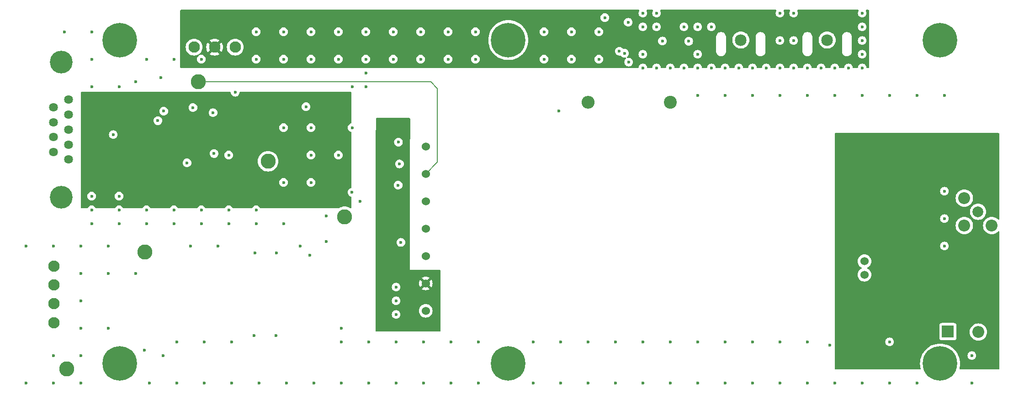
<source format=gbr>
%TF.GenerationSoftware,KiCad,Pcbnew,8.0.6*%
%TF.CreationDate,2025-03-03T14:32:59-05:00*%
%TF.ProjectId,SiPM_Bias_Board,5369504d-5f42-4696-9173-5f426f617264,rev?*%
%TF.SameCoordinates,Original*%
%TF.FileFunction,Copper,L3,Inr*%
%TF.FilePolarity,Positive*%
%FSLAX46Y46*%
G04 Gerber Fmt 4.6, Leading zero omitted, Abs format (unit mm)*
G04 Created by KiCad (PCBNEW 8.0.6) date 2025-03-03 14:32:59*
%MOMM*%
%LPD*%
G01*
G04 APERTURE LIST*
%TA.AperFunction,ComponentPad*%
%ADD10C,6.400000*%
%TD*%
%TA.AperFunction,ComponentPad*%
%ADD11R,2.200000X2.200000*%
%TD*%
%TA.AperFunction,ComponentPad*%
%ADD12O,2.200000X2.200000*%
%TD*%
%TA.AperFunction,ComponentPad*%
%ADD13C,2.800000*%
%TD*%
%TA.AperFunction,ComponentPad*%
%ADD14C,2.006600*%
%TD*%
%TA.AperFunction,ComponentPad*%
%ADD15C,2.209800*%
%TD*%
%TA.AperFunction,ComponentPad*%
%ADD16C,2.159000*%
%TD*%
%TA.AperFunction,ComponentPad*%
%ADD17C,1.524000*%
%TD*%
%TA.AperFunction,ComponentPad*%
%ADD18C,2.100000*%
%TD*%
%TA.AperFunction,ComponentPad*%
%ADD19C,1.635000*%
%TD*%
%TA.AperFunction,ComponentPad*%
%ADD20C,4.216000*%
%TD*%
%TA.AperFunction,ComponentPad*%
%ADD21C,2.400000*%
%TD*%
%TA.AperFunction,ComponentPad*%
%ADD22O,2.400000X2.400000*%
%TD*%
%TA.AperFunction,ViaPad*%
%ADD23C,0.600000*%
%TD*%
%TA.AperFunction,Conductor*%
%ADD24C,0.200000*%
%TD*%
G04 APERTURE END LIST*
D10*
%TO.N,CHASSIS*%
%TO.C,H4*%
X228320000Y-127580000D03*
%TD*%
D11*
%TO.N,/SEC_PWR_RTN*%
%TO.C,D1*%
X229775000Y-121655000D03*
D12*
%TO.N,/SiPM_HV_Block/SiPM_HV_RTN*%
X229775000Y-111495000D03*
%TD*%
D13*
%TO.N,/SEC_PWR_TELEM_RTN*%
%TO.C,GND*%
X103820000Y-90060000D03*
%TD*%
%TO.N,/SiPM_HV_Block/REM_ADJ*%
%TO.C,V_{SET}*%
X90910000Y-75270000D03*
%TD*%
D10*
%TO.N,CHASSIS*%
%TO.C,H3*%
X148320000Y-127580000D03*
%TD*%
D14*
%TO.N,/SiPM_HV_Block/SiPM_HV_OUT*%
%TO.C,P_Out*%
X235363000Y-99430000D03*
D15*
%TO.N,/SiPM_HV_Block/SiPM_HV_RTN*%
X237903000Y-96890000D03*
%TO.N,unconnected-(P_Out1-GND-Pad3)*%
X232823000Y-96890000D03*
%TO.N,unconnected-(P_Out1-GND-Pad4)*%
X232823000Y-101970000D03*
%TO.N,unconnected-(P_Out1-GND-Pad5)*%
X237903000Y-101970000D03*
%TD*%
D10*
%TO.N,CHASSIS*%
%TO.C,H2*%
X76320000Y-127580000D03*
%TD*%
D13*
%TO.N,/SiPM_HV_Block/SiPM_HV_RTN*%
%TO.C,V_{OUT_RTN}1*%
X231140000Y-88900000D03*
%TD*%
D16*
%TO.N,Net-(M3-Pad3)*%
%TO.C,P2*%
X191410000Y-67580000D03*
%TD*%
D17*
%TO.N,/SiPM_HV_Block/V_RTN*%
%TO.C,U1*%
X133020000Y-117780000D03*
%TO.N,/SiPM_HV_Block/V_POS*%
X133020000Y-112700000D03*
%TO.N,/SiPM_HV_Block/Curr_Mon*%
X133020000Y-107620000D03*
%TO.N,/SiPM_HV_Block/Enable*%
X133020000Y-102540000D03*
%TO.N,/SEC_PWR_TELEM_RTN*%
X133020000Y-97460000D03*
%TO.N,/SiPM_HV_Block/REM_ADJ*%
X133020000Y-92380000D03*
%TO.N,unconnected-(U1-5V_REF-Pad7)*%
X133020000Y-87300000D03*
%TO.N,/SiPM_HV_Block/SiPM_HV_RTN*%
X214320000Y-87300000D03*
X214320000Y-89800000D03*
%TO.N,/SiPM_HV_Block/SiPM_HV_OUT*%
X214320000Y-108600000D03*
X214320000Y-111100000D03*
%TD*%
D18*
%TO.N,/SEC_PWR_RTN*%
%TO.C,J2*%
X64110000Y-109480000D03*
%TO.N,/SEC_PWR_IN*%
X64110000Y-112980000D03*
%TO.N,/SEC_PWR_RTN*%
X64110000Y-116480000D03*
%TO.N,/SEC_PWR_IN*%
X64110000Y-119980000D03*
%TD*%
D13*
%TO.N,/SiPM_HV_Block/Enable*%
%TO.C,V_{EN}*%
X117980000Y-100350000D03*
%TD*%
D10*
%TO.N,CHASSIS*%
%TO.C,H6*%
X228320000Y-67580000D03*
%TD*%
D13*
%TO.N,/SEC_PWR_RTN*%
%TO.C,GND*%
X80970000Y-106880000D03*
%TD*%
D10*
%TO.N,CHASSIS*%
%TO.C,H1*%
X76320000Y-67580000D03*
%TD*%
D19*
%TO.N,/HV_CURR_MON*%
%TO.C,J3*%
X66880000Y-89730000D03*
%TO.N,/HV_Enable+*%
X66880000Y-86960000D03*
%TO.N,unconnected-(J3-Pad3)*%
X66880000Y-84190000D03*
%TO.N,/SEC_PWR_TELEM_RTN*%
X66880000Y-81420000D03*
X66880000Y-78650000D03*
X64040000Y-88345000D03*
%TO.N,/HV_Enable-*%
X64040000Y-85575000D03*
%TO.N,/HV_VOLT_MON*%
X64040000Y-82805000D03*
%TO.N,/SET_HV*%
X64040000Y-80035000D03*
D20*
%TO.N,CHASSIS*%
X65460000Y-71690000D03*
X65460000Y-96690000D03*
%TD*%
D16*
%TO.N,Net-(P1-Pad1)*%
%TO.C,P1*%
X207410000Y-67580000D03*
%TD*%
D10*
%TO.N,CHASSIS*%
%TO.C,H5*%
X148320000Y-67580000D03*
%TD*%
D21*
%TO.N,/SiPM_HV_Block/SiPM_HV_OUT*%
%TO.C,R20*%
X178340000Y-79110000D03*
D22*
%TO.N,Net-(U5-+IN)*%
X163100000Y-79110000D03*
%TD*%
D18*
%TO.N,/SEC_PWR_TELEM_RTN*%
%TO.C,J1*%
X97720400Y-68895600D03*
%TO.N,/SEC_PWR_TELEM*%
X93910400Y-68895600D03*
%TO.N,/SEC_PWR_TELEM_RTN*%
X90100400Y-68895600D03*
%TD*%
D13*
%TO.N,CHASSIS*%
%TO.C,Chassis*%
X66520000Y-128550000D03*
%TD*%
D11*
%TO.N,/SiPM_HV_Block/SiPM_HV_RTN*%
%TO.C,D2*%
X235430000Y-111570000D03*
D12*
%TO.N,/SEC_PWR_RTN*%
X235430000Y-121730000D03*
%TD*%
D23*
%TO.N,/SEC_PWR_RTN*%
X229140000Y-105780000D03*
X234220000Y-131180000D03*
X69120000Y-126100000D03*
X97060000Y-123560000D03*
X224060000Y-77840000D03*
X183420000Y-123560000D03*
X213900000Y-77840000D03*
X203740000Y-131180000D03*
X64040000Y-131180000D03*
X58960000Y-105780000D03*
X69120000Y-110860000D03*
X188500000Y-131180000D03*
X91980000Y-131180000D03*
X127540000Y-115940000D03*
X112300000Y-131180000D03*
X86900000Y-123560000D03*
X127540000Y-118480000D03*
X213900000Y-131180000D03*
X168180000Y-131180000D03*
X229140000Y-100700000D03*
X203740000Y-123560000D03*
X127540000Y-113400000D03*
X97060000Y-131180000D03*
X152940000Y-123560000D03*
X117380000Y-121020000D03*
X64040000Y-105780000D03*
X193580000Y-123560000D03*
X193580000Y-77840000D03*
X64040000Y-126100000D03*
X208820000Y-131180000D03*
X158020000Y-131180000D03*
X89440000Y-105780000D03*
X229140000Y-77840000D03*
X163100000Y-131180000D03*
X69120000Y-131180000D03*
X218980000Y-77840000D03*
X158020000Y-123560000D03*
X198660000Y-77840000D03*
X109760000Y-105780000D03*
X81820000Y-131180000D03*
X86900000Y-131180000D03*
X132620000Y-131180000D03*
X208820000Y-77840000D03*
X218980000Y-123560000D03*
X74200000Y-105780000D03*
X142780000Y-131180000D03*
X224060000Y-131180000D03*
X114610000Y-104910000D03*
X188500000Y-123560000D03*
X80930000Y-125110000D03*
X157690000Y-80770000D03*
X173260000Y-123560000D03*
X142780000Y-123560000D03*
X69120000Y-105780000D03*
X79280000Y-110860000D03*
X69120000Y-121020000D03*
X229140000Y-95620000D03*
X203740000Y-77840000D03*
X183420000Y-131180000D03*
X178340000Y-131180000D03*
X234220000Y-126100000D03*
X58960000Y-131180000D03*
X198660000Y-131180000D03*
X127540000Y-123560000D03*
X132620000Y-123560000D03*
X193580000Y-131180000D03*
X84360000Y-126100000D03*
X122460000Y-131180000D03*
X111520000Y-107480000D03*
X137700000Y-123560000D03*
X94520000Y-105780000D03*
X168180000Y-123560000D03*
X188500000Y-77840000D03*
X163100000Y-123560000D03*
X107220000Y-131180000D03*
X102140000Y-131180000D03*
X152940000Y-131180000D03*
X101400000Y-107080000D03*
X178340000Y-123560000D03*
X117380000Y-123560000D03*
X91980000Y-123560000D03*
X74200000Y-121020000D03*
X69120000Y-115940000D03*
X183420000Y-77840000D03*
X101220000Y-122410000D03*
X198660000Y-123560000D03*
X74200000Y-110860000D03*
X127540000Y-131180000D03*
X122460000Y-123560000D03*
X173260000Y-131180000D03*
X117380000Y-131180000D03*
X137700000Y-131180000D03*
X218980000Y-131180000D03*
%TO.N,/SiPM_HV_Block/V_POS*%
X126238000Y-83820000D03*
X125300000Y-103290000D03*
%TO.N,/SiPM_HV_Block/V_RTN*%
X128430000Y-105110000D03*
X128160000Y-90550000D03*
%TO.N,/SiPM_HV_Block/SiPM_HV_RTN*%
X214230000Y-124190000D03*
%TO.N,CHASSIS*%
X207853278Y-124184243D03*
X105370000Y-107100000D03*
X105270000Y-122420000D03*
%TO.N,/SEC_PWR_TELEM*%
X175625000Y-70340000D03*
X168885000Y-64500000D03*
X89890000Y-80100000D03*
%TO.N,/SEC_PWR_TELEM_RTN*%
X121920000Y-71120000D03*
X101600000Y-99060000D03*
X154940000Y-66040000D03*
X201200000Y-72760000D03*
X191040000Y-72760000D03*
X201200000Y-67680000D03*
X114610000Y-100240000D03*
X127000000Y-71120000D03*
X208820000Y-72760000D03*
X83390000Y-82530000D03*
X142240000Y-66040000D03*
X213900000Y-65140000D03*
X101600000Y-101600000D03*
X91440000Y-101600000D03*
X119380000Y-76200000D03*
X110835400Y-79935600D03*
X160020000Y-71120000D03*
X175800000Y-62600000D03*
X76200000Y-101600000D03*
X86360000Y-101600000D03*
X81280000Y-99060000D03*
X193580000Y-72760000D03*
X71120000Y-96520000D03*
X111760000Y-83820000D03*
X160020000Y-66040000D03*
X76200000Y-76200000D03*
X154940000Y-71120000D03*
X106680000Y-71120000D03*
X71120000Y-99060000D03*
X211360000Y-72760000D03*
X127000000Y-66040000D03*
X120840000Y-97500000D03*
X201200000Y-62600000D03*
X116840000Y-66040000D03*
X71120000Y-76200000D03*
X86360000Y-99060000D03*
X137160000Y-66040000D03*
X137160000Y-71120000D03*
X198660000Y-72760000D03*
X91440000Y-99060000D03*
X116840000Y-88900000D03*
X93620000Y-81060000D03*
X119380000Y-83820000D03*
X173260000Y-70220000D03*
X83970000Y-74510000D03*
X116840000Y-71120000D03*
X97720000Y-77260000D03*
X111760000Y-88900000D03*
X166205000Y-63420000D03*
X173260000Y-72760000D03*
X183420000Y-72760000D03*
X66040000Y-66040000D03*
X111760000Y-71120000D03*
X75120000Y-85120000D03*
X198660000Y-67680000D03*
X96520000Y-99060000D03*
X71120000Y-101600000D03*
X213900000Y-62600000D03*
X111760000Y-93980000D03*
X188500000Y-72760000D03*
X101600000Y-66040000D03*
X71120000Y-71120000D03*
X81280000Y-101600000D03*
X119361200Y-95823200D03*
X93800000Y-88630000D03*
X86360000Y-71120000D03*
X142240000Y-71120000D03*
X76200000Y-96520000D03*
X165100000Y-66040000D03*
X76200000Y-99060000D03*
X79280000Y-75300000D03*
X121920000Y-66040000D03*
X180880000Y-72760000D03*
X213900000Y-70220000D03*
X132080000Y-71120000D03*
X169845000Y-70040000D03*
X106680000Y-93980000D03*
X213900000Y-72760000D03*
X206280000Y-72760000D03*
X196120000Y-72760000D03*
X165100000Y-71120000D03*
X173260000Y-62600000D03*
X203740000Y-72760000D03*
X181750000Y-67807000D03*
X96520000Y-101600000D03*
X106680000Y-66040000D03*
X132080000Y-66040000D03*
X198660000Y-62600000D03*
X180880000Y-65140000D03*
X213900000Y-67680000D03*
X175800000Y-72760000D03*
X91440000Y-71120000D03*
X106680000Y-83820000D03*
X121920000Y-73660000D03*
X183420000Y-70220000D03*
X71120000Y-66040000D03*
X173260000Y-65140000D03*
X175800000Y-65140000D03*
X106680000Y-101600000D03*
X111760000Y-66040000D03*
X183420000Y-65140000D03*
X121920000Y-76200000D03*
X178340000Y-72760000D03*
X96520000Y-88900000D03*
X185960000Y-65140000D03*
X81280000Y-71120000D03*
X185960000Y-72760000D03*
X84480000Y-80770000D03*
X101600000Y-71120000D03*
%TO.N,/HV_VOLT_MON*%
X88790000Y-90350000D03*
%TO.N,Net-(M2-Pad1)*%
X127965200Y-86512400D03*
X127914400Y-94488000D03*
%TO.N,Net-(M3-Pad1)*%
X176875000Y-67760000D03*
%TO.N,/V3p3*%
X108490000Y-81015000D03*
X89600000Y-88630000D03*
X76680000Y-85110000D03*
%TO.N,Net-(U5-OUT)*%
X168905000Y-69650000D03*
%TO.N,Net-(U5--IN)*%
X170535000Y-64290000D03*
%TO.N,Net-(U5-+IN)*%
X170635000Y-71670000D03*
%TD*%
D24*
%TO.N,/SiPM_HV_Block/REM_ADJ*%
X135180000Y-90220000D02*
X133020000Y-92380000D01*
X135180000Y-76570000D02*
X135180000Y-90220000D01*
X90830000Y-75330000D02*
X133940000Y-75330000D01*
X133940000Y-75330000D02*
X135180000Y-76570000D01*
%TD*%
%TA.AperFunction,Conductor*%
%TO.N,/SEC_PWR_TELEM*%
G36*
X172556267Y-61984685D02*
G01*
X172602022Y-62037489D01*
X172611966Y-62106647D01*
X172594221Y-62154973D01*
X172534211Y-62250475D01*
X172474631Y-62420745D01*
X172474630Y-62420750D01*
X172454435Y-62599996D01*
X172454435Y-62600003D01*
X172474630Y-62779249D01*
X172474631Y-62779254D01*
X172534211Y-62949523D01*
X172610213Y-63070478D01*
X172630184Y-63102262D01*
X172757738Y-63229816D01*
X172910478Y-63325789D01*
X173080745Y-63385368D01*
X173080750Y-63385369D01*
X173259996Y-63405565D01*
X173260000Y-63405565D01*
X173260004Y-63405565D01*
X173439249Y-63385369D01*
X173439252Y-63385368D01*
X173439255Y-63385368D01*
X173609522Y-63325789D01*
X173762262Y-63229816D01*
X173889816Y-63102262D01*
X173985789Y-62949522D01*
X174045368Y-62779255D01*
X174061663Y-62634631D01*
X174065565Y-62600003D01*
X174065565Y-62599996D01*
X174045369Y-62420750D01*
X174045368Y-62420745D01*
X173985788Y-62250475D01*
X173925779Y-62154973D01*
X173906778Y-62087736D01*
X173927145Y-62020901D01*
X173980413Y-61975686D01*
X174030772Y-61965000D01*
X175029228Y-61965000D01*
X175096267Y-61984685D01*
X175142022Y-62037489D01*
X175151966Y-62106647D01*
X175134221Y-62154973D01*
X175074211Y-62250475D01*
X175014631Y-62420745D01*
X175014630Y-62420750D01*
X174994435Y-62599996D01*
X174994435Y-62600003D01*
X175014630Y-62779249D01*
X175014631Y-62779254D01*
X175074211Y-62949523D01*
X175150213Y-63070478D01*
X175170184Y-63102262D01*
X175297738Y-63229816D01*
X175450478Y-63325789D01*
X175620745Y-63385368D01*
X175620750Y-63385369D01*
X175799996Y-63405565D01*
X175800000Y-63405565D01*
X175800004Y-63405565D01*
X175979249Y-63385369D01*
X175979252Y-63385368D01*
X175979255Y-63385368D01*
X176149522Y-63325789D01*
X176302262Y-63229816D01*
X176429816Y-63102262D01*
X176525789Y-62949522D01*
X176585368Y-62779255D01*
X176601663Y-62634631D01*
X176605565Y-62600003D01*
X176605565Y-62599996D01*
X176585369Y-62420750D01*
X176585368Y-62420745D01*
X176525788Y-62250475D01*
X176465779Y-62154973D01*
X176446778Y-62087736D01*
X176467145Y-62020901D01*
X176520413Y-61975686D01*
X176570772Y-61965000D01*
X197889228Y-61965000D01*
X197956267Y-61984685D01*
X198002022Y-62037489D01*
X198011966Y-62106647D01*
X197994221Y-62154973D01*
X197934211Y-62250475D01*
X197874631Y-62420745D01*
X197874630Y-62420750D01*
X197854435Y-62599996D01*
X197854435Y-62600003D01*
X197874630Y-62779249D01*
X197874631Y-62779254D01*
X197934211Y-62949523D01*
X198010213Y-63070478D01*
X198030184Y-63102262D01*
X198157738Y-63229816D01*
X198310478Y-63325789D01*
X198480745Y-63385368D01*
X198480750Y-63385369D01*
X198659996Y-63405565D01*
X198660000Y-63405565D01*
X198660004Y-63405565D01*
X198839249Y-63385369D01*
X198839252Y-63385368D01*
X198839255Y-63385368D01*
X199009522Y-63325789D01*
X199162262Y-63229816D01*
X199289816Y-63102262D01*
X199385789Y-62949522D01*
X199445368Y-62779255D01*
X199461663Y-62634631D01*
X199465565Y-62600003D01*
X199465565Y-62599996D01*
X199445369Y-62420750D01*
X199445368Y-62420745D01*
X199385788Y-62250475D01*
X199325779Y-62154973D01*
X199306778Y-62087736D01*
X199327145Y-62020901D01*
X199380413Y-61975686D01*
X199430772Y-61965000D01*
X200429228Y-61965000D01*
X200496267Y-61984685D01*
X200542022Y-62037489D01*
X200551966Y-62106647D01*
X200534221Y-62154973D01*
X200474211Y-62250475D01*
X200414631Y-62420745D01*
X200414630Y-62420750D01*
X200394435Y-62599996D01*
X200394435Y-62600003D01*
X200414630Y-62779249D01*
X200414631Y-62779254D01*
X200474211Y-62949523D01*
X200550213Y-63070478D01*
X200570184Y-63102262D01*
X200697738Y-63229816D01*
X200850478Y-63325789D01*
X201020745Y-63385368D01*
X201020750Y-63385369D01*
X201199996Y-63405565D01*
X201200000Y-63405565D01*
X201200004Y-63405565D01*
X201379249Y-63385369D01*
X201379252Y-63385368D01*
X201379255Y-63385368D01*
X201549522Y-63325789D01*
X201702262Y-63229816D01*
X201829816Y-63102262D01*
X201925789Y-62949522D01*
X201985368Y-62779255D01*
X202001663Y-62634631D01*
X202005565Y-62600003D01*
X202005565Y-62599996D01*
X201985369Y-62420750D01*
X201985368Y-62420745D01*
X201925788Y-62250475D01*
X201865779Y-62154973D01*
X201846778Y-62087736D01*
X201867145Y-62020901D01*
X201920413Y-61975686D01*
X201970772Y-61965000D01*
X213129228Y-61965000D01*
X213196267Y-61984685D01*
X213242022Y-62037489D01*
X213251966Y-62106647D01*
X213234221Y-62154973D01*
X213174211Y-62250475D01*
X213114631Y-62420745D01*
X213114630Y-62420750D01*
X213094435Y-62599996D01*
X213094435Y-62600003D01*
X213114630Y-62779249D01*
X213114631Y-62779254D01*
X213174211Y-62949523D01*
X213250213Y-63070478D01*
X213270184Y-63102262D01*
X213397738Y-63229816D01*
X213550478Y-63325789D01*
X213720745Y-63385368D01*
X213720750Y-63385369D01*
X213899996Y-63405565D01*
X213900000Y-63405565D01*
X213900004Y-63405565D01*
X214079249Y-63385369D01*
X214079252Y-63385368D01*
X214079255Y-63385368D01*
X214249522Y-63325789D01*
X214402262Y-63229816D01*
X214529816Y-63102262D01*
X214625789Y-62949522D01*
X214685368Y-62779255D01*
X214701663Y-62634631D01*
X214705565Y-62600003D01*
X214705565Y-62599996D01*
X214685369Y-62420750D01*
X214685368Y-62420745D01*
X214625788Y-62250475D01*
X214565779Y-62154973D01*
X214546778Y-62087736D01*
X214567145Y-62020901D01*
X214620413Y-61975686D01*
X214670772Y-61965000D01*
X215046000Y-61965000D01*
X215113039Y-61984685D01*
X215158794Y-62037489D01*
X215170000Y-62089000D01*
X215170000Y-72636000D01*
X215150315Y-72703039D01*
X215097511Y-72748794D01*
X215046000Y-72760000D01*
X214816378Y-72760000D01*
X214749339Y-72740315D01*
X214703584Y-72687511D01*
X214693158Y-72649883D01*
X214685369Y-72580749D01*
X214685368Y-72580745D01*
X214641497Y-72455369D01*
X214625789Y-72410478D01*
X214529816Y-72257738D01*
X214402262Y-72130184D01*
X214249523Y-72034211D01*
X214079254Y-71974631D01*
X214079249Y-71974630D01*
X213900004Y-71954435D01*
X213899996Y-71954435D01*
X213720750Y-71974630D01*
X213720745Y-71974631D01*
X213550476Y-72034211D01*
X213397737Y-72130184D01*
X213270184Y-72257737D01*
X213174211Y-72410476D01*
X213114631Y-72580745D01*
X213114630Y-72580749D01*
X213106842Y-72649883D01*
X213079776Y-72714297D01*
X213022182Y-72753852D01*
X212983622Y-72760000D01*
X212276378Y-72760000D01*
X212209339Y-72740315D01*
X212163584Y-72687511D01*
X212153158Y-72649883D01*
X212145369Y-72580749D01*
X212145368Y-72580745D01*
X212101497Y-72455369D01*
X212085789Y-72410478D01*
X211989816Y-72257738D01*
X211862262Y-72130184D01*
X211709523Y-72034211D01*
X211539254Y-71974631D01*
X211539249Y-71974630D01*
X211360004Y-71954435D01*
X211359996Y-71954435D01*
X211180750Y-71974630D01*
X211180745Y-71974631D01*
X211010476Y-72034211D01*
X210857737Y-72130184D01*
X210730184Y-72257737D01*
X210634211Y-72410476D01*
X210574631Y-72580745D01*
X210574630Y-72580749D01*
X210566842Y-72649883D01*
X210539776Y-72714297D01*
X210482182Y-72753852D01*
X210443622Y-72760000D01*
X209736378Y-72760000D01*
X209669339Y-72740315D01*
X209623584Y-72687511D01*
X209613158Y-72649883D01*
X209605369Y-72580749D01*
X209605368Y-72580745D01*
X209561497Y-72455369D01*
X209545789Y-72410478D01*
X209449816Y-72257738D01*
X209322262Y-72130184D01*
X209169523Y-72034211D01*
X208999254Y-71974631D01*
X208999249Y-71974630D01*
X208820004Y-71954435D01*
X208819996Y-71954435D01*
X208640750Y-71974630D01*
X208640745Y-71974631D01*
X208470476Y-72034211D01*
X208317737Y-72130184D01*
X208190184Y-72257737D01*
X208094211Y-72410476D01*
X208034631Y-72580745D01*
X208034630Y-72580749D01*
X208026842Y-72649883D01*
X207999776Y-72714297D01*
X207942182Y-72753852D01*
X207903622Y-72760000D01*
X207196378Y-72760000D01*
X207129339Y-72740315D01*
X207083584Y-72687511D01*
X207073158Y-72649883D01*
X207065369Y-72580749D01*
X207065368Y-72580745D01*
X207021497Y-72455369D01*
X207005789Y-72410478D01*
X206909816Y-72257738D01*
X206782262Y-72130184D01*
X206629523Y-72034211D01*
X206459254Y-71974631D01*
X206459249Y-71974630D01*
X206280004Y-71954435D01*
X206279996Y-71954435D01*
X206100750Y-71974630D01*
X206100745Y-71974631D01*
X205930476Y-72034211D01*
X205777737Y-72130184D01*
X205650184Y-72257737D01*
X205554211Y-72410476D01*
X205494631Y-72580745D01*
X205494630Y-72580749D01*
X205486842Y-72649883D01*
X205459776Y-72714297D01*
X205402182Y-72753852D01*
X205363622Y-72760000D01*
X204656378Y-72760000D01*
X204589339Y-72740315D01*
X204543584Y-72687511D01*
X204533158Y-72649883D01*
X204525369Y-72580749D01*
X204525368Y-72580745D01*
X204481497Y-72455369D01*
X204465789Y-72410478D01*
X204369816Y-72257738D01*
X204242262Y-72130184D01*
X204089523Y-72034211D01*
X203919254Y-71974631D01*
X203919249Y-71974630D01*
X203740004Y-71954435D01*
X203739996Y-71954435D01*
X203560750Y-71974630D01*
X203560745Y-71974631D01*
X203390476Y-72034211D01*
X203237737Y-72130184D01*
X203110184Y-72257737D01*
X203014211Y-72410476D01*
X202954631Y-72580745D01*
X202954630Y-72580749D01*
X202946842Y-72649883D01*
X202919776Y-72714297D01*
X202862182Y-72753852D01*
X202823622Y-72760000D01*
X202116378Y-72760000D01*
X202049339Y-72740315D01*
X202003584Y-72687511D01*
X201993158Y-72649883D01*
X201985369Y-72580749D01*
X201985368Y-72580745D01*
X201941497Y-72455369D01*
X201925789Y-72410478D01*
X201829816Y-72257738D01*
X201702262Y-72130184D01*
X201549523Y-72034211D01*
X201379254Y-71974631D01*
X201379249Y-71974630D01*
X201200004Y-71954435D01*
X201199996Y-71954435D01*
X201020750Y-71974630D01*
X201020745Y-71974631D01*
X200850476Y-72034211D01*
X200697737Y-72130184D01*
X200570184Y-72257737D01*
X200474211Y-72410476D01*
X200414631Y-72580745D01*
X200414630Y-72580749D01*
X200406842Y-72649883D01*
X200379776Y-72714297D01*
X200322182Y-72753852D01*
X200283622Y-72760000D01*
X199576378Y-72760000D01*
X199509339Y-72740315D01*
X199463584Y-72687511D01*
X199453158Y-72649883D01*
X199445369Y-72580749D01*
X199445368Y-72580745D01*
X199401497Y-72455369D01*
X199385789Y-72410478D01*
X199289816Y-72257738D01*
X199162262Y-72130184D01*
X199009523Y-72034211D01*
X198839254Y-71974631D01*
X198839249Y-71974630D01*
X198660004Y-71954435D01*
X198659996Y-71954435D01*
X198480750Y-71974630D01*
X198480745Y-71974631D01*
X198310476Y-72034211D01*
X198157737Y-72130184D01*
X198030184Y-72257737D01*
X197934211Y-72410476D01*
X197874631Y-72580745D01*
X197874630Y-72580749D01*
X197866842Y-72649883D01*
X197839776Y-72714297D01*
X197782182Y-72753852D01*
X197743622Y-72760000D01*
X197036378Y-72760000D01*
X196969339Y-72740315D01*
X196923584Y-72687511D01*
X196913158Y-72649883D01*
X196905369Y-72580749D01*
X196905368Y-72580745D01*
X196861497Y-72455369D01*
X196845789Y-72410478D01*
X196749816Y-72257738D01*
X196622262Y-72130184D01*
X196469523Y-72034211D01*
X196299254Y-71974631D01*
X196299249Y-71974630D01*
X196120004Y-71954435D01*
X196119996Y-71954435D01*
X195940750Y-71974630D01*
X195940745Y-71974631D01*
X195770476Y-72034211D01*
X195617737Y-72130184D01*
X195490184Y-72257737D01*
X195394211Y-72410476D01*
X195334631Y-72580745D01*
X195334630Y-72580749D01*
X195326842Y-72649883D01*
X195299776Y-72714297D01*
X195242182Y-72753852D01*
X195203622Y-72760000D01*
X194496378Y-72760000D01*
X194429339Y-72740315D01*
X194383584Y-72687511D01*
X194373158Y-72649883D01*
X194365369Y-72580749D01*
X194365368Y-72580745D01*
X194321497Y-72455369D01*
X194305789Y-72410478D01*
X194209816Y-72257738D01*
X194082262Y-72130184D01*
X193929523Y-72034211D01*
X193759254Y-71974631D01*
X193759249Y-71974630D01*
X193580004Y-71954435D01*
X193579996Y-71954435D01*
X193400750Y-71974630D01*
X193400745Y-71974631D01*
X193230476Y-72034211D01*
X193077737Y-72130184D01*
X192950184Y-72257737D01*
X192854211Y-72410476D01*
X192794631Y-72580745D01*
X192794630Y-72580749D01*
X192786842Y-72649883D01*
X192759776Y-72714297D01*
X192702182Y-72753852D01*
X192663622Y-72760000D01*
X191956378Y-72760000D01*
X191889339Y-72740315D01*
X191843584Y-72687511D01*
X191833158Y-72649883D01*
X191825369Y-72580749D01*
X191825368Y-72580745D01*
X191781497Y-72455369D01*
X191765789Y-72410478D01*
X191669816Y-72257738D01*
X191542262Y-72130184D01*
X191389523Y-72034211D01*
X191219254Y-71974631D01*
X191219249Y-71974630D01*
X191040004Y-71954435D01*
X191039996Y-71954435D01*
X190860750Y-71974630D01*
X190860745Y-71974631D01*
X190690476Y-72034211D01*
X190537737Y-72130184D01*
X190410184Y-72257737D01*
X190314211Y-72410476D01*
X190254631Y-72580745D01*
X190254630Y-72580749D01*
X190246842Y-72649883D01*
X190219776Y-72714297D01*
X190162182Y-72753852D01*
X190123622Y-72760000D01*
X189416378Y-72760000D01*
X189349339Y-72740315D01*
X189303584Y-72687511D01*
X189293158Y-72649883D01*
X189285369Y-72580749D01*
X189285368Y-72580745D01*
X189241497Y-72455369D01*
X189225789Y-72410478D01*
X189129816Y-72257738D01*
X189002262Y-72130184D01*
X188849523Y-72034211D01*
X188679254Y-71974631D01*
X188679249Y-71974630D01*
X188500004Y-71954435D01*
X188499996Y-71954435D01*
X188320750Y-71974630D01*
X188320745Y-71974631D01*
X188150476Y-72034211D01*
X187997737Y-72130184D01*
X187870184Y-72257737D01*
X187774211Y-72410476D01*
X187714631Y-72580745D01*
X187714630Y-72580749D01*
X187706842Y-72649883D01*
X187679776Y-72714297D01*
X187622182Y-72753852D01*
X187583622Y-72760000D01*
X186876378Y-72760000D01*
X186809339Y-72740315D01*
X186763584Y-72687511D01*
X186753158Y-72649883D01*
X186745369Y-72580749D01*
X186745368Y-72580745D01*
X186701497Y-72455369D01*
X186685789Y-72410478D01*
X186589816Y-72257738D01*
X186462262Y-72130184D01*
X186309523Y-72034211D01*
X186139254Y-71974631D01*
X186139249Y-71974630D01*
X185960004Y-71954435D01*
X185959996Y-71954435D01*
X185780750Y-71974630D01*
X185780745Y-71974631D01*
X185610476Y-72034211D01*
X185457737Y-72130184D01*
X185330184Y-72257737D01*
X185234211Y-72410476D01*
X185174631Y-72580745D01*
X185174630Y-72580749D01*
X185166842Y-72649883D01*
X185139776Y-72714297D01*
X185082182Y-72753852D01*
X185043622Y-72760000D01*
X184336378Y-72760000D01*
X184269339Y-72740315D01*
X184223584Y-72687511D01*
X184213158Y-72649883D01*
X184205369Y-72580749D01*
X184205368Y-72580745D01*
X184161497Y-72455369D01*
X184145789Y-72410478D01*
X184049816Y-72257738D01*
X183922262Y-72130184D01*
X183769523Y-72034211D01*
X183599254Y-71974631D01*
X183599249Y-71974630D01*
X183420004Y-71954435D01*
X183419996Y-71954435D01*
X183240750Y-71974630D01*
X183240745Y-71974631D01*
X183070476Y-72034211D01*
X182917737Y-72130184D01*
X182790184Y-72257737D01*
X182694211Y-72410476D01*
X182634631Y-72580745D01*
X182634630Y-72580749D01*
X182626842Y-72649883D01*
X182599776Y-72714297D01*
X182542182Y-72753852D01*
X182503622Y-72760000D01*
X181796378Y-72760000D01*
X181729339Y-72740315D01*
X181683584Y-72687511D01*
X181673158Y-72649883D01*
X181665369Y-72580749D01*
X181665368Y-72580745D01*
X181621497Y-72455369D01*
X181605789Y-72410478D01*
X181509816Y-72257738D01*
X181382262Y-72130184D01*
X181229523Y-72034211D01*
X181059254Y-71974631D01*
X181059249Y-71974630D01*
X180880004Y-71954435D01*
X180879996Y-71954435D01*
X180700750Y-71974630D01*
X180700745Y-71974631D01*
X180530476Y-72034211D01*
X180377737Y-72130184D01*
X180250184Y-72257737D01*
X180154211Y-72410476D01*
X180094631Y-72580745D01*
X180094630Y-72580749D01*
X180086842Y-72649883D01*
X180059776Y-72714297D01*
X180002182Y-72753852D01*
X179963622Y-72760000D01*
X179256378Y-72760000D01*
X179189339Y-72740315D01*
X179143584Y-72687511D01*
X179133158Y-72649883D01*
X179125369Y-72580749D01*
X179125368Y-72580745D01*
X179081497Y-72455369D01*
X179065789Y-72410478D01*
X178969816Y-72257738D01*
X178842262Y-72130184D01*
X178689523Y-72034211D01*
X178519254Y-71974631D01*
X178519249Y-71974630D01*
X178340004Y-71954435D01*
X178339996Y-71954435D01*
X178160750Y-71974630D01*
X178160745Y-71974631D01*
X177990476Y-72034211D01*
X177837737Y-72130184D01*
X177710184Y-72257737D01*
X177614211Y-72410476D01*
X177554631Y-72580745D01*
X177554630Y-72580749D01*
X177546842Y-72649883D01*
X177519776Y-72714297D01*
X177462182Y-72753852D01*
X177423622Y-72760000D01*
X176716378Y-72760000D01*
X176649339Y-72740315D01*
X176603584Y-72687511D01*
X176593158Y-72649883D01*
X176585369Y-72580749D01*
X176585368Y-72580745D01*
X176541497Y-72455369D01*
X176525789Y-72410478D01*
X176429816Y-72257738D01*
X176302262Y-72130184D01*
X176149523Y-72034211D01*
X175979254Y-71974631D01*
X175979249Y-71974630D01*
X175800004Y-71954435D01*
X175799996Y-71954435D01*
X175620750Y-71974630D01*
X175620745Y-71974631D01*
X175450476Y-72034211D01*
X175297737Y-72130184D01*
X175170184Y-72257737D01*
X175074211Y-72410476D01*
X175014631Y-72580745D01*
X175014630Y-72580749D01*
X175006842Y-72649883D01*
X174979776Y-72714297D01*
X174922182Y-72753852D01*
X174883622Y-72760000D01*
X174176378Y-72760000D01*
X174109339Y-72740315D01*
X174063584Y-72687511D01*
X174053158Y-72649883D01*
X174045369Y-72580749D01*
X174045368Y-72580745D01*
X174001497Y-72455369D01*
X173985789Y-72410478D01*
X173889816Y-72257738D01*
X173762262Y-72130184D01*
X173609523Y-72034211D01*
X173439254Y-71974631D01*
X173439249Y-71974630D01*
X173260004Y-71954435D01*
X173259996Y-71954435D01*
X173080750Y-71974630D01*
X173080745Y-71974631D01*
X172910476Y-72034211D01*
X172757737Y-72130184D01*
X172630184Y-72257737D01*
X172534211Y-72410476D01*
X172474631Y-72580745D01*
X172474630Y-72580749D01*
X172466842Y-72649883D01*
X172439776Y-72714297D01*
X172382182Y-72753852D01*
X172343622Y-72760000D01*
X87659000Y-72760000D01*
X87591961Y-72740315D01*
X87546206Y-72687511D01*
X87535000Y-72636000D01*
X87535000Y-71119996D01*
X90634435Y-71119996D01*
X90634435Y-71120003D01*
X90654630Y-71299249D01*
X90654631Y-71299254D01*
X90714211Y-71469523D01*
X90727546Y-71490745D01*
X90810184Y-71622262D01*
X90937738Y-71749816D01*
X91090478Y-71845789D01*
X91260745Y-71905368D01*
X91260750Y-71905369D01*
X91439996Y-71925565D01*
X91440000Y-71925565D01*
X91440004Y-71925565D01*
X91619249Y-71905369D01*
X91619252Y-71905368D01*
X91619255Y-71905368D01*
X91789522Y-71845789D01*
X91942262Y-71749816D01*
X92069816Y-71622262D01*
X92165789Y-71469522D01*
X92225368Y-71299255D01*
X92226909Y-71285578D01*
X92245565Y-71120003D01*
X92245565Y-71119996D01*
X100794435Y-71119996D01*
X100794435Y-71120003D01*
X100814630Y-71299249D01*
X100814631Y-71299254D01*
X100874211Y-71469523D01*
X100887546Y-71490745D01*
X100970184Y-71622262D01*
X101097738Y-71749816D01*
X101250478Y-71845789D01*
X101420745Y-71905368D01*
X101420750Y-71905369D01*
X101599996Y-71925565D01*
X101600000Y-71925565D01*
X101600004Y-71925565D01*
X101779249Y-71905369D01*
X101779252Y-71905368D01*
X101779255Y-71905368D01*
X101949522Y-71845789D01*
X102102262Y-71749816D01*
X102229816Y-71622262D01*
X102325789Y-71469522D01*
X102385368Y-71299255D01*
X102386909Y-71285578D01*
X102405565Y-71120003D01*
X102405565Y-71119996D01*
X105874435Y-71119996D01*
X105874435Y-71120003D01*
X105894630Y-71299249D01*
X105894631Y-71299254D01*
X105954211Y-71469523D01*
X105967546Y-71490745D01*
X106050184Y-71622262D01*
X106177738Y-71749816D01*
X106330478Y-71845789D01*
X106500745Y-71905368D01*
X106500750Y-71905369D01*
X106679996Y-71925565D01*
X106680000Y-71925565D01*
X106680004Y-71925565D01*
X106859249Y-71905369D01*
X106859252Y-71905368D01*
X106859255Y-71905368D01*
X107029522Y-71845789D01*
X107182262Y-71749816D01*
X107309816Y-71622262D01*
X107405789Y-71469522D01*
X107465368Y-71299255D01*
X107466909Y-71285578D01*
X107485565Y-71120003D01*
X107485565Y-71119996D01*
X110954435Y-71119996D01*
X110954435Y-71120003D01*
X110974630Y-71299249D01*
X110974631Y-71299254D01*
X111034211Y-71469523D01*
X111047546Y-71490745D01*
X111130184Y-71622262D01*
X111257738Y-71749816D01*
X111410478Y-71845789D01*
X111580745Y-71905368D01*
X111580750Y-71905369D01*
X111759996Y-71925565D01*
X111760000Y-71925565D01*
X111760004Y-71925565D01*
X111939249Y-71905369D01*
X111939252Y-71905368D01*
X111939255Y-71905368D01*
X112109522Y-71845789D01*
X112262262Y-71749816D01*
X112389816Y-71622262D01*
X112485789Y-71469522D01*
X112545368Y-71299255D01*
X112546909Y-71285578D01*
X112565565Y-71120003D01*
X112565565Y-71119996D01*
X116034435Y-71119996D01*
X116034435Y-71120003D01*
X116054630Y-71299249D01*
X116054631Y-71299254D01*
X116114211Y-71469523D01*
X116127546Y-71490745D01*
X116210184Y-71622262D01*
X116337738Y-71749816D01*
X116490478Y-71845789D01*
X116660745Y-71905368D01*
X116660750Y-71905369D01*
X116839996Y-71925565D01*
X116840000Y-71925565D01*
X116840004Y-71925565D01*
X117019249Y-71905369D01*
X117019252Y-71905368D01*
X117019255Y-71905368D01*
X117189522Y-71845789D01*
X117342262Y-71749816D01*
X117469816Y-71622262D01*
X117565789Y-71469522D01*
X117625368Y-71299255D01*
X117626909Y-71285578D01*
X117645565Y-71120003D01*
X117645565Y-71119996D01*
X121114435Y-71119996D01*
X121114435Y-71120003D01*
X121134630Y-71299249D01*
X121134631Y-71299254D01*
X121194211Y-71469523D01*
X121207546Y-71490745D01*
X121290184Y-71622262D01*
X121417738Y-71749816D01*
X121570478Y-71845789D01*
X121740745Y-71905368D01*
X121740750Y-71905369D01*
X121919996Y-71925565D01*
X121920000Y-71925565D01*
X121920004Y-71925565D01*
X122099249Y-71905369D01*
X122099252Y-71905368D01*
X122099255Y-71905368D01*
X122269522Y-71845789D01*
X122422262Y-71749816D01*
X122549816Y-71622262D01*
X122645789Y-71469522D01*
X122705368Y-71299255D01*
X122706909Y-71285578D01*
X122725565Y-71120003D01*
X122725565Y-71119996D01*
X126194435Y-71119996D01*
X126194435Y-71120003D01*
X126214630Y-71299249D01*
X126214631Y-71299254D01*
X126274211Y-71469523D01*
X126287546Y-71490745D01*
X126370184Y-71622262D01*
X126497738Y-71749816D01*
X126650478Y-71845789D01*
X126820745Y-71905368D01*
X126820750Y-71905369D01*
X126999996Y-71925565D01*
X127000000Y-71925565D01*
X127000004Y-71925565D01*
X127179249Y-71905369D01*
X127179252Y-71905368D01*
X127179255Y-71905368D01*
X127349522Y-71845789D01*
X127502262Y-71749816D01*
X127629816Y-71622262D01*
X127725789Y-71469522D01*
X127785368Y-71299255D01*
X127786909Y-71285578D01*
X127805565Y-71120003D01*
X127805565Y-71119996D01*
X131274435Y-71119996D01*
X131274435Y-71120003D01*
X131294630Y-71299249D01*
X131294631Y-71299254D01*
X131354211Y-71469523D01*
X131367546Y-71490745D01*
X131450184Y-71622262D01*
X131577738Y-71749816D01*
X131730478Y-71845789D01*
X131900745Y-71905368D01*
X131900750Y-71905369D01*
X132079996Y-71925565D01*
X132080000Y-71925565D01*
X132080004Y-71925565D01*
X132259249Y-71905369D01*
X132259252Y-71905368D01*
X132259255Y-71905368D01*
X132429522Y-71845789D01*
X132582262Y-71749816D01*
X132709816Y-71622262D01*
X132805789Y-71469522D01*
X132865368Y-71299255D01*
X132866909Y-71285578D01*
X132885565Y-71120003D01*
X132885565Y-71119996D01*
X136354435Y-71119996D01*
X136354435Y-71120003D01*
X136374630Y-71299249D01*
X136374631Y-71299254D01*
X136434211Y-71469523D01*
X136447546Y-71490745D01*
X136530184Y-71622262D01*
X136657738Y-71749816D01*
X136810478Y-71845789D01*
X136980745Y-71905368D01*
X136980750Y-71905369D01*
X137159996Y-71925565D01*
X137160000Y-71925565D01*
X137160004Y-71925565D01*
X137339249Y-71905369D01*
X137339252Y-71905368D01*
X137339255Y-71905368D01*
X137509522Y-71845789D01*
X137662262Y-71749816D01*
X137789816Y-71622262D01*
X137885789Y-71469522D01*
X137945368Y-71299255D01*
X137946909Y-71285578D01*
X137965565Y-71120003D01*
X137965565Y-71119996D01*
X141434435Y-71119996D01*
X141434435Y-71120003D01*
X141454630Y-71299249D01*
X141454631Y-71299254D01*
X141514211Y-71469523D01*
X141527546Y-71490745D01*
X141610184Y-71622262D01*
X141737738Y-71749816D01*
X141890478Y-71845789D01*
X142060745Y-71905368D01*
X142060750Y-71905369D01*
X142239996Y-71925565D01*
X142240000Y-71925565D01*
X142240004Y-71925565D01*
X142419249Y-71905369D01*
X142419252Y-71905368D01*
X142419255Y-71905368D01*
X142589522Y-71845789D01*
X142742262Y-71749816D01*
X142869816Y-71622262D01*
X142965789Y-71469522D01*
X143025368Y-71299255D01*
X143026909Y-71285578D01*
X143045565Y-71120003D01*
X143045565Y-71119996D01*
X143025369Y-70940750D01*
X143025368Y-70940745D01*
X143005733Y-70884631D01*
X142965789Y-70770478D01*
X142869816Y-70617738D01*
X142742262Y-70490184D01*
X142730663Y-70482896D01*
X142589523Y-70394211D01*
X142419254Y-70334631D01*
X142419249Y-70334630D01*
X142240004Y-70314435D01*
X142239996Y-70314435D01*
X142060750Y-70334630D01*
X142060745Y-70334631D01*
X141890476Y-70394211D01*
X141737737Y-70490184D01*
X141610184Y-70617737D01*
X141514211Y-70770476D01*
X141454631Y-70940745D01*
X141454630Y-70940750D01*
X141434435Y-71119996D01*
X137965565Y-71119996D01*
X137945369Y-70940750D01*
X137945368Y-70940745D01*
X137925733Y-70884631D01*
X137885789Y-70770478D01*
X137789816Y-70617738D01*
X137662262Y-70490184D01*
X137650663Y-70482896D01*
X137509523Y-70394211D01*
X137339254Y-70334631D01*
X137339249Y-70334630D01*
X137160004Y-70314435D01*
X137159996Y-70314435D01*
X136980750Y-70334630D01*
X136980745Y-70334631D01*
X136810476Y-70394211D01*
X136657737Y-70490184D01*
X136530184Y-70617737D01*
X136434211Y-70770476D01*
X136374631Y-70940745D01*
X136374630Y-70940750D01*
X136354435Y-71119996D01*
X132885565Y-71119996D01*
X132865369Y-70940750D01*
X132865368Y-70940745D01*
X132845733Y-70884631D01*
X132805789Y-70770478D01*
X132709816Y-70617738D01*
X132582262Y-70490184D01*
X132570663Y-70482896D01*
X132429523Y-70394211D01*
X132259254Y-70334631D01*
X132259249Y-70334630D01*
X132080004Y-70314435D01*
X132079996Y-70314435D01*
X131900750Y-70334630D01*
X131900745Y-70334631D01*
X131730476Y-70394211D01*
X131577737Y-70490184D01*
X131450184Y-70617737D01*
X131354211Y-70770476D01*
X131294631Y-70940745D01*
X131294630Y-70940750D01*
X131274435Y-71119996D01*
X127805565Y-71119996D01*
X127785369Y-70940750D01*
X127785368Y-70940745D01*
X127765733Y-70884631D01*
X127725789Y-70770478D01*
X127629816Y-70617738D01*
X127502262Y-70490184D01*
X127490663Y-70482896D01*
X127349523Y-70394211D01*
X127179254Y-70334631D01*
X127179249Y-70334630D01*
X127000004Y-70314435D01*
X126999996Y-70314435D01*
X126820750Y-70334630D01*
X126820745Y-70334631D01*
X126650476Y-70394211D01*
X126497737Y-70490184D01*
X126370184Y-70617737D01*
X126274211Y-70770476D01*
X126214631Y-70940745D01*
X126214630Y-70940750D01*
X126194435Y-71119996D01*
X122725565Y-71119996D01*
X122705369Y-70940750D01*
X122705368Y-70940745D01*
X122685733Y-70884631D01*
X122645789Y-70770478D01*
X122549816Y-70617738D01*
X122422262Y-70490184D01*
X122410663Y-70482896D01*
X122269523Y-70394211D01*
X122099254Y-70334631D01*
X122099249Y-70334630D01*
X121920004Y-70314435D01*
X121919996Y-70314435D01*
X121740750Y-70334630D01*
X121740745Y-70334631D01*
X121570476Y-70394211D01*
X121417737Y-70490184D01*
X121290184Y-70617737D01*
X121194211Y-70770476D01*
X121134631Y-70940745D01*
X121134630Y-70940750D01*
X121114435Y-71119996D01*
X117645565Y-71119996D01*
X117625369Y-70940750D01*
X117625368Y-70940745D01*
X117605733Y-70884631D01*
X117565789Y-70770478D01*
X117469816Y-70617738D01*
X117342262Y-70490184D01*
X117330663Y-70482896D01*
X117189523Y-70394211D01*
X117019254Y-70334631D01*
X117019249Y-70334630D01*
X116840004Y-70314435D01*
X116839996Y-70314435D01*
X116660750Y-70334630D01*
X116660745Y-70334631D01*
X116490476Y-70394211D01*
X116337737Y-70490184D01*
X116210184Y-70617737D01*
X116114211Y-70770476D01*
X116054631Y-70940745D01*
X116054630Y-70940750D01*
X116034435Y-71119996D01*
X112565565Y-71119996D01*
X112545369Y-70940750D01*
X112545368Y-70940745D01*
X112525733Y-70884631D01*
X112485789Y-70770478D01*
X112389816Y-70617738D01*
X112262262Y-70490184D01*
X112250663Y-70482896D01*
X112109523Y-70394211D01*
X111939254Y-70334631D01*
X111939249Y-70334630D01*
X111760004Y-70314435D01*
X111759996Y-70314435D01*
X111580750Y-70334630D01*
X111580745Y-70334631D01*
X111410476Y-70394211D01*
X111257737Y-70490184D01*
X111130184Y-70617737D01*
X111034211Y-70770476D01*
X110974631Y-70940745D01*
X110974630Y-70940750D01*
X110954435Y-71119996D01*
X107485565Y-71119996D01*
X107465369Y-70940750D01*
X107465368Y-70940745D01*
X107445733Y-70884631D01*
X107405789Y-70770478D01*
X107309816Y-70617738D01*
X107182262Y-70490184D01*
X107170663Y-70482896D01*
X107029523Y-70394211D01*
X106859254Y-70334631D01*
X106859249Y-70334630D01*
X106680004Y-70314435D01*
X106679996Y-70314435D01*
X106500750Y-70334630D01*
X106500745Y-70334631D01*
X106330476Y-70394211D01*
X106177737Y-70490184D01*
X106050184Y-70617737D01*
X105954211Y-70770476D01*
X105894631Y-70940745D01*
X105894630Y-70940750D01*
X105874435Y-71119996D01*
X102405565Y-71119996D01*
X102385369Y-70940750D01*
X102385368Y-70940745D01*
X102365733Y-70884631D01*
X102325789Y-70770478D01*
X102229816Y-70617738D01*
X102102262Y-70490184D01*
X102090663Y-70482896D01*
X101949523Y-70394211D01*
X101779254Y-70334631D01*
X101779249Y-70334630D01*
X101600004Y-70314435D01*
X101599996Y-70314435D01*
X101420750Y-70334630D01*
X101420745Y-70334631D01*
X101250476Y-70394211D01*
X101097737Y-70490184D01*
X100970184Y-70617737D01*
X100874211Y-70770476D01*
X100814631Y-70940745D01*
X100814630Y-70940750D01*
X100794435Y-71119996D01*
X92245565Y-71119996D01*
X92225369Y-70940750D01*
X92225368Y-70940745D01*
X92205733Y-70884631D01*
X92165789Y-70770478D01*
X92069816Y-70617738D01*
X91942262Y-70490184D01*
X91930663Y-70482896D01*
X91789523Y-70394211D01*
X91619254Y-70334631D01*
X91619249Y-70334630D01*
X91440004Y-70314435D01*
X91439996Y-70314435D01*
X91260750Y-70334630D01*
X91260742Y-70334632D01*
X91093167Y-70393269D01*
X91023388Y-70396830D01*
X90979201Y-70371518D01*
X90981395Y-70422550D01*
X90946179Y-70482896D01*
X90938344Y-70489700D01*
X90937741Y-70490180D01*
X90810184Y-70617737D01*
X90714211Y-70770476D01*
X90654631Y-70940745D01*
X90654630Y-70940750D01*
X90634435Y-71119996D01*
X87535000Y-71119996D01*
X87535000Y-68895600D01*
X88545106Y-68895600D01*
X88564253Y-69138897D01*
X88564253Y-69138900D01*
X88564254Y-69138902D01*
X88592038Y-69254630D01*
X88621230Y-69376219D01*
X88714622Y-69601689D01*
X88842137Y-69809773D01*
X88842138Y-69809776D01*
X88842141Y-69809779D01*
X89000641Y-69995359D01*
X89075763Y-70059519D01*
X89186223Y-70153861D01*
X89186226Y-70153862D01*
X89394310Y-70281377D01*
X89619781Y-70374769D01*
X89619778Y-70374769D01*
X89619784Y-70374770D01*
X89619788Y-70374772D01*
X89857098Y-70431746D01*
X90100400Y-70450894D01*
X90343702Y-70431746D01*
X90581012Y-70374772D01*
X90677924Y-70334630D01*
X90810990Y-70279513D01*
X90811600Y-70280985D01*
X90873387Y-70269375D01*
X90931203Y-70292832D01*
X90936940Y-70230532D01*
X90979943Y-70175464D01*
X90987404Y-70170511D01*
X91014579Y-70153859D01*
X91200159Y-69995359D01*
X91358659Y-69809779D01*
X91486177Y-69601689D01*
X91579572Y-69376212D01*
X91636546Y-69138902D01*
X91655694Y-68895600D01*
X92355607Y-68895600D01*
X92374748Y-69138819D01*
X92431703Y-69376057D01*
X92525068Y-69601461D01*
X92648904Y-69803541D01*
X93271089Y-69181355D01*
X93290068Y-69227174D01*
X93366674Y-69341824D01*
X93464176Y-69439326D01*
X93578826Y-69515932D01*
X93624642Y-69534909D01*
X93002457Y-70157094D01*
X93204538Y-70280931D01*
X93429942Y-70374296D01*
X93667180Y-70431251D01*
X93667179Y-70431251D01*
X93910400Y-70450392D01*
X94153619Y-70431251D01*
X94390857Y-70374296D01*
X94616261Y-70280931D01*
X94818341Y-70157095D01*
X94818341Y-70157094D01*
X94196157Y-69534909D01*
X94241974Y-69515932D01*
X94356624Y-69439326D01*
X94454126Y-69341824D01*
X94530732Y-69227174D01*
X94549709Y-69181356D01*
X95171894Y-69803541D01*
X95171895Y-69803541D01*
X95295731Y-69601461D01*
X95389096Y-69376057D01*
X95446051Y-69138819D01*
X95465192Y-68895600D01*
X96165106Y-68895600D01*
X96184253Y-69138897D01*
X96184253Y-69138900D01*
X96184254Y-69138902D01*
X96212038Y-69254630D01*
X96241230Y-69376219D01*
X96334622Y-69601689D01*
X96462137Y-69809773D01*
X96462138Y-69809776D01*
X96462141Y-69809779D01*
X96620641Y-69995359D01*
X96695763Y-70059519D01*
X96806223Y-70153861D01*
X96806226Y-70153862D01*
X97014310Y-70281377D01*
X97239781Y-70374769D01*
X97239778Y-70374769D01*
X97239784Y-70374770D01*
X97239788Y-70374772D01*
X97477098Y-70431746D01*
X97720400Y-70450894D01*
X97963702Y-70431746D01*
X98201012Y-70374772D01*
X98426489Y-70281377D01*
X98634579Y-70153859D01*
X98820159Y-69995359D01*
X98978659Y-69809779D01*
X99106177Y-69601689D01*
X99199572Y-69376212D01*
X99256546Y-69138902D01*
X99275694Y-68895600D01*
X99256546Y-68652298D01*
X99199572Y-68414988D01*
X99195762Y-68405789D01*
X99106177Y-68189510D01*
X98978662Y-67981426D01*
X98978661Y-67981423D01*
X98942641Y-67939249D01*
X98820159Y-67795841D01*
X98684522Y-67679996D01*
X98634576Y-67637338D01*
X98634573Y-67637337D01*
X98541007Y-67579999D01*
X144614422Y-67579999D01*
X144614422Y-67580000D01*
X144634722Y-67967339D01*
X144670875Y-68195600D01*
X144695398Y-68350433D01*
X144786764Y-68691418D01*
X144795788Y-68725094D01*
X144934787Y-69087197D01*
X145110877Y-69432793D01*
X145322122Y-69758082D01*
X145340494Y-69780769D01*
X145566219Y-70059516D01*
X145840484Y-70333781D01*
X145985105Y-70450893D01*
X146141917Y-70577877D01*
X146467206Y-70789122D01*
X146467211Y-70789125D01*
X146812806Y-70965214D01*
X147174913Y-71104214D01*
X147549567Y-71204602D01*
X147932662Y-71265278D01*
X148298576Y-71284455D01*
X148319999Y-71285578D01*
X148320000Y-71285578D01*
X148320001Y-71285578D01*
X148340301Y-71284514D01*
X148707338Y-71265278D01*
X149090433Y-71204602D01*
X149406188Y-71119996D01*
X154134435Y-71119996D01*
X154134435Y-71120003D01*
X154154630Y-71299249D01*
X154154631Y-71299254D01*
X154214211Y-71469523D01*
X154227546Y-71490745D01*
X154310184Y-71622262D01*
X154437738Y-71749816D01*
X154590478Y-71845789D01*
X154760745Y-71905368D01*
X154760750Y-71905369D01*
X154939996Y-71925565D01*
X154940000Y-71925565D01*
X154940004Y-71925565D01*
X155119249Y-71905369D01*
X155119252Y-71905368D01*
X155119255Y-71905368D01*
X155289522Y-71845789D01*
X155442262Y-71749816D01*
X155569816Y-71622262D01*
X155665789Y-71469522D01*
X155725368Y-71299255D01*
X155726909Y-71285578D01*
X155745565Y-71120003D01*
X155745565Y-71119996D01*
X159214435Y-71119996D01*
X159214435Y-71120003D01*
X159234630Y-71299249D01*
X159234631Y-71299254D01*
X159294211Y-71469523D01*
X159307546Y-71490745D01*
X159390184Y-71622262D01*
X159517738Y-71749816D01*
X159670478Y-71845789D01*
X159840745Y-71905368D01*
X159840750Y-71905369D01*
X160019996Y-71925565D01*
X160020000Y-71925565D01*
X160020004Y-71925565D01*
X160199249Y-71905369D01*
X160199252Y-71905368D01*
X160199255Y-71905368D01*
X160369522Y-71845789D01*
X160522262Y-71749816D01*
X160649816Y-71622262D01*
X160745789Y-71469522D01*
X160805368Y-71299255D01*
X160806909Y-71285578D01*
X160825565Y-71120003D01*
X160825565Y-71119996D01*
X164294435Y-71119996D01*
X164294435Y-71120003D01*
X164314630Y-71299249D01*
X164314631Y-71299254D01*
X164374211Y-71469523D01*
X164387546Y-71490745D01*
X164470184Y-71622262D01*
X164597738Y-71749816D01*
X164750478Y-71845789D01*
X164920745Y-71905368D01*
X164920750Y-71905369D01*
X165099996Y-71925565D01*
X165100000Y-71925565D01*
X165100004Y-71925565D01*
X165279249Y-71905369D01*
X165279252Y-71905368D01*
X165279255Y-71905368D01*
X165449522Y-71845789D01*
X165602262Y-71749816D01*
X165729816Y-71622262D01*
X165825789Y-71469522D01*
X165885368Y-71299255D01*
X165886909Y-71285578D01*
X165905565Y-71120003D01*
X165905565Y-71119996D01*
X165885369Y-70940750D01*
X165885368Y-70940745D01*
X165865733Y-70884631D01*
X165825789Y-70770478D01*
X165729816Y-70617738D01*
X165602262Y-70490184D01*
X165590663Y-70482896D01*
X165449523Y-70394211D01*
X165279254Y-70334631D01*
X165279249Y-70334630D01*
X165100004Y-70314435D01*
X165099996Y-70314435D01*
X164920750Y-70334630D01*
X164920745Y-70334631D01*
X164750476Y-70394211D01*
X164597737Y-70490184D01*
X164470184Y-70617737D01*
X164374211Y-70770476D01*
X164314631Y-70940745D01*
X164314630Y-70940750D01*
X164294435Y-71119996D01*
X160825565Y-71119996D01*
X160805369Y-70940750D01*
X160805368Y-70940745D01*
X160785733Y-70884631D01*
X160745789Y-70770478D01*
X160649816Y-70617738D01*
X160522262Y-70490184D01*
X160510663Y-70482896D01*
X160369523Y-70394211D01*
X160199254Y-70334631D01*
X160199249Y-70334630D01*
X160020004Y-70314435D01*
X160019996Y-70314435D01*
X159840750Y-70334630D01*
X159840745Y-70334631D01*
X159670476Y-70394211D01*
X159517737Y-70490184D01*
X159390184Y-70617737D01*
X159294211Y-70770476D01*
X159234631Y-70940745D01*
X159234630Y-70940750D01*
X159214435Y-71119996D01*
X155745565Y-71119996D01*
X155725369Y-70940750D01*
X155725368Y-70940745D01*
X155705733Y-70884631D01*
X155665789Y-70770478D01*
X155569816Y-70617738D01*
X155442262Y-70490184D01*
X155430663Y-70482896D01*
X155289523Y-70394211D01*
X155119254Y-70334631D01*
X155119249Y-70334630D01*
X154940004Y-70314435D01*
X154939996Y-70314435D01*
X154760750Y-70334630D01*
X154760745Y-70334631D01*
X154590476Y-70394211D01*
X154437737Y-70490184D01*
X154310184Y-70617737D01*
X154214211Y-70770476D01*
X154154631Y-70940745D01*
X154154630Y-70940750D01*
X154134435Y-71119996D01*
X149406188Y-71119996D01*
X149465087Y-71104214D01*
X149827194Y-70965214D01*
X150172789Y-70789125D01*
X150498084Y-70577876D01*
X150799516Y-70333781D01*
X151073781Y-70059516D01*
X151317876Y-69758084D01*
X151388069Y-69649996D01*
X168099435Y-69649996D01*
X168099435Y-69650003D01*
X168119630Y-69829249D01*
X168119631Y-69829254D01*
X168179211Y-69999523D01*
X168253500Y-70117752D01*
X168275184Y-70152262D01*
X168402738Y-70279816D01*
X168489977Y-70334632D01*
X168553854Y-70374769D01*
X168555478Y-70375789D01*
X168689113Y-70422550D01*
X168725745Y-70435368D01*
X168725750Y-70435369D01*
X168904996Y-70455565D01*
X168905000Y-70455565D01*
X168905003Y-70455565D01*
X168984505Y-70446606D01*
X169066378Y-70437382D01*
X169135199Y-70449436D01*
X169185254Y-70494629D01*
X169215184Y-70542262D01*
X169342738Y-70669816D01*
X169495478Y-70765789D01*
X169663519Y-70824589D01*
X169665745Y-70825368D01*
X169665750Y-70825369D01*
X169844996Y-70845565D01*
X169845000Y-70845565D01*
X169845004Y-70845565D01*
X170031175Y-70824589D01*
X170031321Y-70825888D01*
X170093692Y-70829708D01*
X170150051Y-70871004D01*
X170175137Y-70936215D01*
X170160985Y-71004637D01*
X170136499Y-71034097D01*
X170137662Y-71035260D01*
X170005184Y-71167737D01*
X169909211Y-71320476D01*
X169849631Y-71490745D01*
X169849630Y-71490750D01*
X169829435Y-71669996D01*
X169829435Y-71670003D01*
X169849630Y-71849249D01*
X169849631Y-71849254D01*
X169909211Y-72019523D01*
X170005184Y-72172262D01*
X170132738Y-72299816D01*
X170285478Y-72395789D01*
X170327457Y-72410478D01*
X170455745Y-72455368D01*
X170455750Y-72455369D01*
X170634996Y-72475565D01*
X170635000Y-72475565D01*
X170635004Y-72475565D01*
X170814249Y-72455369D01*
X170814252Y-72455368D01*
X170814255Y-72455368D01*
X170984522Y-72395789D01*
X171137262Y-72299816D01*
X171264816Y-72172262D01*
X171360789Y-72019522D01*
X171420368Y-71849255D01*
X171440565Y-71670000D01*
X171435186Y-71622262D01*
X171420369Y-71490750D01*
X171420368Y-71490745D01*
X171360788Y-71320476D01*
X171264815Y-71167737D01*
X171137262Y-71040184D01*
X170984523Y-70944211D01*
X170814254Y-70884631D01*
X170814249Y-70884630D01*
X170635004Y-70864435D01*
X170634996Y-70864435D01*
X170448825Y-70885411D01*
X170448679Y-70884115D01*
X170386286Y-70880284D01*
X170329934Y-70838977D01*
X170304860Y-70773761D01*
X170319025Y-70705343D01*
X170343508Y-70675910D01*
X170342338Y-70674740D01*
X170399341Y-70617737D01*
X170474816Y-70542262D01*
X170570789Y-70389522D01*
X170630109Y-70219996D01*
X172454435Y-70219996D01*
X172454435Y-70220003D01*
X172474630Y-70399249D01*
X172474631Y-70399254D01*
X172534211Y-70569523D01*
X172564507Y-70617738D01*
X172630184Y-70722262D01*
X172757738Y-70849816D01*
X172814387Y-70885411D01*
X172907966Y-70944211D01*
X172910478Y-70945789D01*
X173078656Y-71004637D01*
X173080745Y-71005368D01*
X173080750Y-71005369D01*
X173259996Y-71025565D01*
X173260000Y-71025565D01*
X173260004Y-71025565D01*
X173439249Y-71005369D01*
X173439252Y-71005368D01*
X173439255Y-71005368D01*
X173609522Y-70945789D01*
X173762262Y-70849816D01*
X173889816Y-70722262D01*
X173985789Y-70569522D01*
X174045368Y-70399255D01*
X174045369Y-70399249D01*
X174065565Y-70220003D01*
X174065565Y-70219996D01*
X182614435Y-70219996D01*
X182614435Y-70220003D01*
X182634630Y-70399249D01*
X182634631Y-70399254D01*
X182694211Y-70569523D01*
X182724507Y-70617738D01*
X182790184Y-70722262D01*
X182917738Y-70849816D01*
X182974387Y-70885411D01*
X183067966Y-70944211D01*
X183070478Y-70945789D01*
X183238656Y-71004637D01*
X183240745Y-71005368D01*
X183240750Y-71005369D01*
X183419996Y-71025565D01*
X183420000Y-71025565D01*
X183420004Y-71025565D01*
X183599249Y-71005369D01*
X183599252Y-71005368D01*
X183599255Y-71005368D01*
X183769522Y-70945789D01*
X183922262Y-70849816D01*
X184049816Y-70722262D01*
X184145789Y-70569522D01*
X184205368Y-70399255D01*
X184205369Y-70399249D01*
X184225565Y-70220003D01*
X184225565Y-70219996D01*
X184205369Y-70040750D01*
X184205368Y-70040745D01*
X184145788Y-69870476D01*
X184089419Y-69780766D01*
X184049816Y-69717738D01*
X183922262Y-69590184D01*
X183838795Y-69537738D01*
X183769523Y-69494211D01*
X183599254Y-69434631D01*
X183599249Y-69434630D01*
X183420004Y-69414435D01*
X183419996Y-69414435D01*
X183240750Y-69434630D01*
X183240745Y-69434631D01*
X183070476Y-69494211D01*
X182917737Y-69590184D01*
X182790184Y-69717737D01*
X182694211Y-69870476D01*
X182634631Y-70040745D01*
X182634630Y-70040750D01*
X182614435Y-70219996D01*
X174065565Y-70219996D01*
X174045369Y-70040750D01*
X174045368Y-70040745D01*
X173985788Y-69870476D01*
X173929419Y-69780766D01*
X173889816Y-69717738D01*
X173762262Y-69590184D01*
X173678795Y-69537738D01*
X173609523Y-69494211D01*
X173439254Y-69434631D01*
X173439249Y-69434630D01*
X173260004Y-69414435D01*
X173259996Y-69414435D01*
X173080750Y-69434630D01*
X173080745Y-69434631D01*
X172910476Y-69494211D01*
X172757737Y-69590184D01*
X172630184Y-69717737D01*
X172534211Y-69870476D01*
X172474631Y-70040745D01*
X172474630Y-70040750D01*
X172454435Y-70219996D01*
X170630109Y-70219996D01*
X170630368Y-70219255D01*
X170637736Y-70153861D01*
X170650565Y-70040003D01*
X170650565Y-70039996D01*
X170630369Y-69860750D01*
X170630368Y-69860745D01*
X170594445Y-69758084D01*
X170570789Y-69690478D01*
X170545352Y-69649996D01*
X170474815Y-69537737D01*
X170347262Y-69410184D01*
X170194523Y-69314211D01*
X170024254Y-69254631D01*
X170024249Y-69254630D01*
X169845004Y-69234435D01*
X169844996Y-69234435D01*
X169683621Y-69252617D01*
X169614799Y-69240562D01*
X169564744Y-69195369D01*
X169545590Y-69164886D01*
X169534816Y-69147738D01*
X169407262Y-69020184D01*
X169318712Y-68964544D01*
X169254523Y-68924211D01*
X169084254Y-68864631D01*
X169084249Y-68864630D01*
X168905004Y-68844435D01*
X168904996Y-68844435D01*
X168725750Y-68864630D01*
X168725745Y-68864631D01*
X168555476Y-68924211D01*
X168402737Y-69020184D01*
X168275184Y-69147737D01*
X168179211Y-69300476D01*
X168119631Y-69470745D01*
X168119630Y-69470750D01*
X168099435Y-69649996D01*
X151388069Y-69649996D01*
X151529125Y-69432789D01*
X151705214Y-69087194D01*
X151844214Y-68725087D01*
X151944602Y-68350433D01*
X152005278Y-67967338D01*
X152016145Y-67759996D01*
X176069435Y-67759996D01*
X176069435Y-67760003D01*
X176089630Y-67939249D01*
X176089631Y-67939254D01*
X176149211Y-68109523D01*
X176199471Y-68189510D01*
X176245184Y-68262262D01*
X176372738Y-68389816D01*
X176447538Y-68436816D01*
X176525121Y-68485565D01*
X176525478Y-68485789D01*
X176659796Y-68532789D01*
X176695745Y-68545368D01*
X176695750Y-68545369D01*
X176874996Y-68565565D01*
X176875000Y-68565565D01*
X176875004Y-68565565D01*
X177054249Y-68545369D01*
X177054252Y-68545368D01*
X177054255Y-68545368D01*
X177224522Y-68485789D01*
X177377262Y-68389816D01*
X177504816Y-68262262D01*
X177600789Y-68109522D01*
X177660368Y-67939255D01*
X177669382Y-67859254D01*
X177675270Y-67806996D01*
X180944435Y-67806996D01*
X180944435Y-67807003D01*
X180964630Y-67986249D01*
X180964631Y-67986254D01*
X181024211Y-68156523D01*
X181044939Y-68189511D01*
X181120184Y-68309262D01*
X181247738Y-68436816D01*
X181400478Y-68532789D01*
X181570745Y-68592368D01*
X181570750Y-68592369D01*
X181749996Y-68612565D01*
X181750000Y-68612565D01*
X181750004Y-68612565D01*
X181929249Y-68592369D01*
X181929252Y-68592368D01*
X181929255Y-68592368D01*
X182099522Y-68532789D01*
X182252262Y-68436816D01*
X182379816Y-68309262D01*
X182475789Y-68156522D01*
X182535368Y-67986255D01*
X182535912Y-67981426D01*
X182555565Y-67807003D01*
X182555565Y-67806996D01*
X182535369Y-67627750D01*
X182535368Y-67627745D01*
X182494105Y-67509822D01*
X182475789Y-67457478D01*
X182379816Y-67304738D01*
X182252262Y-67177184D01*
X182177462Y-67130184D01*
X182099523Y-67081211D01*
X181929254Y-67021631D01*
X181929249Y-67021630D01*
X181750004Y-67001435D01*
X181749996Y-67001435D01*
X181570750Y-67021630D01*
X181570745Y-67021631D01*
X181400476Y-67081211D01*
X181247737Y-67177184D01*
X181120184Y-67304737D01*
X181024211Y-67457476D01*
X180964631Y-67627745D01*
X180964630Y-67627750D01*
X180944435Y-67806996D01*
X177675270Y-67806996D01*
X177680565Y-67760003D01*
X177680565Y-67759996D01*
X177660369Y-67580750D01*
X177660368Y-67580745D01*
X177635551Y-67509822D01*
X177600789Y-67410478D01*
X177568728Y-67359454D01*
X177504815Y-67257737D01*
X177377262Y-67130184D01*
X177224523Y-67034211D01*
X177054254Y-66974631D01*
X177054249Y-66974630D01*
X176875004Y-66954435D01*
X176874996Y-66954435D01*
X176695750Y-66974630D01*
X176695745Y-66974631D01*
X176525476Y-67034211D01*
X176372737Y-67130184D01*
X176245184Y-67257737D01*
X176149211Y-67410476D01*
X176089631Y-67580745D01*
X176089630Y-67580750D01*
X176069435Y-67759996D01*
X152016145Y-67759996D01*
X152025578Y-67580000D01*
X152005278Y-67192662D01*
X151958803Y-66899230D01*
X186841800Y-66899230D01*
X186841800Y-69780769D01*
X186876315Y-69954287D01*
X186876318Y-69954299D01*
X186944022Y-70117752D01*
X186944023Y-70117754D01*
X187042322Y-70264868D01*
X187042325Y-70264872D01*
X187167427Y-70389974D01*
X187167431Y-70389977D01*
X187314543Y-70488275D01*
X187314544Y-70488275D01*
X187314545Y-70488276D01*
X187314547Y-70488277D01*
X187329885Y-70494630D01*
X187478005Y-70555983D01*
X187651530Y-70590499D01*
X187651534Y-70590500D01*
X187651535Y-70590500D01*
X187828466Y-70590500D01*
X187828467Y-70590499D01*
X188001995Y-70555983D01*
X188165457Y-70488275D01*
X188312569Y-70389977D01*
X188437677Y-70264869D01*
X188535975Y-70117757D01*
X188603683Y-69954295D01*
X188638200Y-69780765D01*
X188638200Y-67580000D01*
X189825114Y-67580000D01*
X189844627Y-67827934D01*
X189902684Y-68069759D01*
X189997855Y-68299523D01*
X190127796Y-68511568D01*
X190127797Y-68511570D01*
X190182530Y-68575653D01*
X190289316Y-68700684D01*
X190435706Y-68825713D01*
X190478429Y-68862202D01*
X190478431Y-68862203D01*
X190690476Y-68992144D01*
X190920240Y-69087315D01*
X190920241Y-69087315D01*
X190920243Y-69087316D01*
X191162069Y-69145373D01*
X191410000Y-69164886D01*
X191657931Y-69145373D01*
X191899757Y-69087316D01*
X192129523Y-68992144D01*
X192341573Y-68862200D01*
X192530684Y-68700684D01*
X192692200Y-68511573D01*
X192822144Y-68299523D01*
X192917316Y-68069757D01*
X192975373Y-67827931D01*
X192994886Y-67580000D01*
X192975373Y-67332069D01*
X192917316Y-67090243D01*
X192894107Y-67034211D01*
X192838196Y-66899230D01*
X194161800Y-66899230D01*
X194161800Y-69780769D01*
X194196315Y-69954287D01*
X194196318Y-69954299D01*
X194264022Y-70117752D01*
X194264023Y-70117754D01*
X194362322Y-70264868D01*
X194362325Y-70264872D01*
X194487427Y-70389974D01*
X194487431Y-70389977D01*
X194634543Y-70488275D01*
X194634544Y-70488275D01*
X194634545Y-70488276D01*
X194634547Y-70488277D01*
X194649885Y-70494630D01*
X194798005Y-70555983D01*
X194971530Y-70590499D01*
X194971534Y-70590500D01*
X194971535Y-70590500D01*
X195148466Y-70590500D01*
X195148467Y-70590499D01*
X195321995Y-70555983D01*
X195485457Y-70488275D01*
X195632569Y-70389977D01*
X195757677Y-70264869D01*
X195855975Y-70117757D01*
X195923683Y-69954295D01*
X195958200Y-69780765D01*
X195958200Y-67679996D01*
X197854435Y-67679996D01*
X197854435Y-67680003D01*
X197874630Y-67859249D01*
X197874631Y-67859254D01*
X197934211Y-68029523D01*
X197984478Y-68109522D01*
X198030184Y-68182262D01*
X198157738Y-68309816D01*
X198222370Y-68350427D01*
X198285055Y-68389815D01*
X198310478Y-68405789D01*
X198480745Y-68465368D01*
X198480750Y-68465369D01*
X198659996Y-68485565D01*
X198660000Y-68485565D01*
X198660004Y-68485565D01*
X198839249Y-68465369D01*
X198839252Y-68465368D01*
X198839255Y-68465368D01*
X199009522Y-68405789D01*
X199162262Y-68309816D01*
X199289816Y-68182262D01*
X199385789Y-68029522D01*
X199445368Y-67859255D01*
X199448897Y-67827934D01*
X199465565Y-67680003D01*
X199465565Y-67679996D01*
X200394435Y-67679996D01*
X200394435Y-67680003D01*
X200414630Y-67859249D01*
X200414631Y-67859254D01*
X200474211Y-68029523D01*
X200524478Y-68109522D01*
X200570184Y-68182262D01*
X200697738Y-68309816D01*
X200762370Y-68350427D01*
X200825055Y-68389815D01*
X200850478Y-68405789D01*
X201020745Y-68465368D01*
X201020750Y-68465369D01*
X201199996Y-68485565D01*
X201200000Y-68485565D01*
X201200004Y-68485565D01*
X201379249Y-68465369D01*
X201379252Y-68465368D01*
X201379255Y-68465368D01*
X201549522Y-68405789D01*
X201702262Y-68309816D01*
X201829816Y-68182262D01*
X201925789Y-68029522D01*
X201985368Y-67859255D01*
X201988897Y-67827934D01*
X202005565Y-67680003D01*
X202005565Y-67679996D01*
X201985369Y-67500750D01*
X201985368Y-67500745D01*
X201970228Y-67457478D01*
X201925789Y-67330478D01*
X201909615Y-67304738D01*
X201829815Y-67177737D01*
X201702262Y-67050184D01*
X201549523Y-66954211D01*
X201392397Y-66899230D01*
X202841800Y-66899230D01*
X202841800Y-69780769D01*
X202876315Y-69954287D01*
X202876318Y-69954299D01*
X202944022Y-70117752D01*
X202944023Y-70117754D01*
X203042322Y-70264868D01*
X203042325Y-70264872D01*
X203167427Y-70389974D01*
X203167431Y-70389977D01*
X203314543Y-70488275D01*
X203314544Y-70488275D01*
X203314545Y-70488276D01*
X203314547Y-70488277D01*
X203329885Y-70494630D01*
X203478005Y-70555983D01*
X203651530Y-70590499D01*
X203651534Y-70590500D01*
X203651535Y-70590500D01*
X203828466Y-70590500D01*
X203828467Y-70590499D01*
X204001995Y-70555983D01*
X204165457Y-70488275D01*
X204312569Y-70389977D01*
X204437677Y-70264869D01*
X204535975Y-70117757D01*
X204603683Y-69954295D01*
X204638200Y-69780765D01*
X204638200Y-67580000D01*
X205825114Y-67580000D01*
X205844627Y-67827934D01*
X205902684Y-68069759D01*
X205997855Y-68299523D01*
X206127796Y-68511568D01*
X206127797Y-68511570D01*
X206182530Y-68575653D01*
X206289316Y-68700684D01*
X206435706Y-68825713D01*
X206478429Y-68862202D01*
X206478431Y-68862203D01*
X206690476Y-68992144D01*
X206920240Y-69087315D01*
X206920241Y-69087315D01*
X206920243Y-69087316D01*
X207162069Y-69145373D01*
X207410000Y-69164886D01*
X207657931Y-69145373D01*
X207899757Y-69087316D01*
X208129523Y-68992144D01*
X208341573Y-68862200D01*
X208530684Y-68700684D01*
X208692200Y-68511573D01*
X208822144Y-68299523D01*
X208917316Y-68069757D01*
X208975373Y-67827931D01*
X208994886Y-67580000D01*
X208975373Y-67332069D01*
X208917316Y-67090243D01*
X208894107Y-67034211D01*
X208838196Y-66899230D01*
X210161800Y-66899230D01*
X210161800Y-69780769D01*
X210196315Y-69954287D01*
X210196318Y-69954299D01*
X210264022Y-70117752D01*
X210264023Y-70117754D01*
X210362322Y-70264868D01*
X210362325Y-70264872D01*
X210487427Y-70389974D01*
X210487431Y-70389977D01*
X210634543Y-70488275D01*
X210634544Y-70488275D01*
X210634545Y-70488276D01*
X210634547Y-70488277D01*
X210649885Y-70494630D01*
X210798005Y-70555983D01*
X210971530Y-70590499D01*
X210971534Y-70590500D01*
X210971535Y-70590500D01*
X211148466Y-70590500D01*
X211148467Y-70590499D01*
X211321995Y-70555983D01*
X211485457Y-70488275D01*
X211632569Y-70389977D01*
X211757677Y-70264869D01*
X211787660Y-70219996D01*
X213094435Y-70219996D01*
X213094435Y-70220003D01*
X213114630Y-70399249D01*
X213114631Y-70399254D01*
X213174211Y-70569523D01*
X213204507Y-70617738D01*
X213270184Y-70722262D01*
X213397738Y-70849816D01*
X213454387Y-70885411D01*
X213547966Y-70944211D01*
X213550478Y-70945789D01*
X213718656Y-71004637D01*
X213720745Y-71005368D01*
X213720750Y-71005369D01*
X213899996Y-71025565D01*
X213900000Y-71025565D01*
X213900004Y-71025565D01*
X214079249Y-71005369D01*
X214079252Y-71005368D01*
X214079255Y-71005368D01*
X214249522Y-70945789D01*
X214402262Y-70849816D01*
X214529816Y-70722262D01*
X214625789Y-70569522D01*
X214685368Y-70399255D01*
X214685369Y-70399249D01*
X214705565Y-70220003D01*
X214705565Y-70219996D01*
X214685369Y-70040750D01*
X214685368Y-70040745D01*
X214625788Y-69870476D01*
X214569419Y-69780766D01*
X214529816Y-69717738D01*
X214402262Y-69590184D01*
X214318795Y-69537738D01*
X214249523Y-69494211D01*
X214079254Y-69434631D01*
X214079249Y-69434630D01*
X213900004Y-69414435D01*
X213899996Y-69414435D01*
X213720750Y-69434630D01*
X213720745Y-69434631D01*
X213550476Y-69494211D01*
X213397737Y-69590184D01*
X213270184Y-69717737D01*
X213174211Y-69870476D01*
X213114631Y-70040745D01*
X213114630Y-70040750D01*
X213094435Y-70219996D01*
X211787660Y-70219996D01*
X211855975Y-70117757D01*
X211923683Y-69954295D01*
X211958200Y-69780765D01*
X211958200Y-67679996D01*
X213094435Y-67679996D01*
X213094435Y-67680003D01*
X213114630Y-67859249D01*
X213114631Y-67859254D01*
X213174211Y-68029523D01*
X213224478Y-68109522D01*
X213270184Y-68182262D01*
X213397738Y-68309816D01*
X213462370Y-68350427D01*
X213525055Y-68389815D01*
X213550478Y-68405789D01*
X213720745Y-68465368D01*
X213720750Y-68465369D01*
X213899996Y-68485565D01*
X213900000Y-68485565D01*
X213900004Y-68485565D01*
X214079249Y-68465369D01*
X214079252Y-68465368D01*
X214079255Y-68465368D01*
X214249522Y-68405789D01*
X214402262Y-68309816D01*
X214529816Y-68182262D01*
X214625789Y-68029522D01*
X214685368Y-67859255D01*
X214688897Y-67827934D01*
X214705565Y-67680003D01*
X214705565Y-67679996D01*
X214685369Y-67500750D01*
X214685368Y-67500745D01*
X214670228Y-67457478D01*
X214625789Y-67330478D01*
X214609615Y-67304738D01*
X214529815Y-67177737D01*
X214402262Y-67050184D01*
X214249523Y-66954211D01*
X214079254Y-66894631D01*
X214079249Y-66894630D01*
X213900004Y-66874435D01*
X213899996Y-66874435D01*
X213720750Y-66894630D01*
X213720745Y-66894631D01*
X213550476Y-66954211D01*
X213397737Y-67050184D01*
X213270184Y-67177737D01*
X213174211Y-67330476D01*
X213114631Y-67500745D01*
X213114630Y-67500750D01*
X213094435Y-67679996D01*
X211958200Y-67679996D01*
X211958200Y-66899235D01*
X211923683Y-66725705D01*
X211891675Y-66648431D01*
X211855977Y-66562247D01*
X211855976Y-66562245D01*
X211757677Y-66415131D01*
X211757674Y-66415127D01*
X211632572Y-66290025D01*
X211632568Y-66290022D01*
X211485454Y-66191723D01*
X211485452Y-66191722D01*
X211321999Y-66124018D01*
X211321987Y-66124015D01*
X211148469Y-66089500D01*
X211148465Y-66089500D01*
X210971535Y-66089500D01*
X210971530Y-66089500D01*
X210798012Y-66124015D01*
X210798000Y-66124018D01*
X210634547Y-66191722D01*
X210634545Y-66191723D01*
X210487431Y-66290022D01*
X210487427Y-66290025D01*
X210362325Y-66415127D01*
X210362322Y-66415131D01*
X210264023Y-66562245D01*
X210264022Y-66562247D01*
X210196318Y-66725700D01*
X210196315Y-66725712D01*
X210161800Y-66899230D01*
X208838196Y-66899230D01*
X208822144Y-66860476D01*
X208692203Y-66648431D01*
X208692202Y-66648429D01*
X208618595Y-66562247D01*
X208530684Y-66459316D01*
X208405653Y-66352530D01*
X208341570Y-66297797D01*
X208341568Y-66297796D01*
X208129523Y-66167855D01*
X207899759Y-66072684D01*
X207657934Y-66014627D01*
X207410000Y-65995114D01*
X207162065Y-66014627D01*
X206920240Y-66072684D01*
X206690476Y-66167855D01*
X206478431Y-66297796D01*
X206478429Y-66297797D01*
X206289316Y-66459316D01*
X206127797Y-66648429D01*
X206127796Y-66648431D01*
X205997855Y-66860476D01*
X205902684Y-67090240D01*
X205844627Y-67332065D01*
X205825114Y-67580000D01*
X204638200Y-67580000D01*
X204638200Y-66899235D01*
X204603683Y-66725705D01*
X204571675Y-66648431D01*
X204535977Y-66562247D01*
X204535976Y-66562245D01*
X204437677Y-66415131D01*
X204437674Y-66415127D01*
X204312572Y-66290025D01*
X204312568Y-66290022D01*
X204165454Y-66191723D01*
X204165452Y-66191722D01*
X204001999Y-66124018D01*
X204001987Y-66124015D01*
X203828469Y-66089500D01*
X203828465Y-66089500D01*
X203651535Y-66089500D01*
X203651530Y-66089500D01*
X203478012Y-66124015D01*
X203478000Y-66124018D01*
X203314547Y-66191722D01*
X203314545Y-66191723D01*
X203167431Y-66290022D01*
X203167427Y-66290025D01*
X203042325Y-66415127D01*
X203042322Y-66415131D01*
X202944023Y-66562245D01*
X202944022Y-66562247D01*
X202876318Y-66725700D01*
X202876315Y-66725712D01*
X202841800Y-66899230D01*
X201392397Y-66899230D01*
X201379254Y-66894631D01*
X201379249Y-66894630D01*
X201200004Y-66874435D01*
X201199996Y-66874435D01*
X201020750Y-66894630D01*
X201020745Y-66894631D01*
X200850476Y-66954211D01*
X200697737Y-67050184D01*
X200570184Y-67177737D01*
X200474211Y-67330476D01*
X200414631Y-67500745D01*
X200414630Y-67500750D01*
X200394435Y-67679996D01*
X199465565Y-67679996D01*
X199445369Y-67500750D01*
X199445368Y-67500745D01*
X199430228Y-67457478D01*
X199385789Y-67330478D01*
X199369615Y-67304738D01*
X199289815Y-67177737D01*
X199162262Y-67050184D01*
X199009523Y-66954211D01*
X198839254Y-66894631D01*
X198839249Y-66894630D01*
X198660004Y-66874435D01*
X198659996Y-66874435D01*
X198480750Y-66894630D01*
X198480745Y-66894631D01*
X198310476Y-66954211D01*
X198157737Y-67050184D01*
X198030184Y-67177737D01*
X197934211Y-67330476D01*
X197874631Y-67500745D01*
X197874630Y-67500750D01*
X197854435Y-67679996D01*
X195958200Y-67679996D01*
X195958200Y-66899235D01*
X195923683Y-66725705D01*
X195891675Y-66648431D01*
X195855977Y-66562247D01*
X195855976Y-66562245D01*
X195757677Y-66415131D01*
X195757674Y-66415127D01*
X195632572Y-66290025D01*
X195632568Y-66290022D01*
X195485454Y-66191723D01*
X195485452Y-66191722D01*
X195321999Y-66124018D01*
X195321987Y-66124015D01*
X195148469Y-66089500D01*
X195148465Y-66089500D01*
X194971535Y-66089500D01*
X194971530Y-66089500D01*
X194798012Y-66124015D01*
X194798000Y-66124018D01*
X194634547Y-66191722D01*
X194634545Y-66191723D01*
X194487431Y-66290022D01*
X194487427Y-66290025D01*
X194362325Y-66415127D01*
X194362322Y-66415131D01*
X194264023Y-66562245D01*
X194264022Y-66562247D01*
X194196318Y-66725700D01*
X194196315Y-66725712D01*
X194161800Y-66899230D01*
X192838196Y-66899230D01*
X192822144Y-66860476D01*
X192692203Y-66648431D01*
X192692202Y-66648429D01*
X192618595Y-66562247D01*
X192530684Y-66459316D01*
X192405653Y-66352530D01*
X192341570Y-66297797D01*
X192341568Y-66297796D01*
X192129523Y-66167855D01*
X191899759Y-66072684D01*
X191657934Y-66014627D01*
X191410000Y-65995114D01*
X191162065Y-66014627D01*
X190920240Y-66072684D01*
X190690476Y-66167855D01*
X190478431Y-66297796D01*
X190478429Y-66297797D01*
X190289316Y-66459316D01*
X190127797Y-66648429D01*
X190127796Y-66648431D01*
X189997855Y-66860476D01*
X189902684Y-67090240D01*
X189844627Y-67332065D01*
X189825114Y-67580000D01*
X188638200Y-67580000D01*
X188638200Y-66899235D01*
X188603683Y-66725705D01*
X188571675Y-66648431D01*
X188535977Y-66562247D01*
X188535976Y-66562245D01*
X188437677Y-66415131D01*
X188437674Y-66415127D01*
X188312572Y-66290025D01*
X188312568Y-66290022D01*
X188165454Y-66191723D01*
X188165452Y-66191722D01*
X188001999Y-66124018D01*
X188001987Y-66124015D01*
X187828469Y-66089500D01*
X187828465Y-66089500D01*
X187651535Y-66089500D01*
X187651530Y-66089500D01*
X187478012Y-66124015D01*
X187478000Y-66124018D01*
X187314547Y-66191722D01*
X187314545Y-66191723D01*
X187167431Y-66290022D01*
X187167427Y-66290025D01*
X187042325Y-66415127D01*
X187042322Y-66415131D01*
X186944023Y-66562245D01*
X186944022Y-66562247D01*
X186876318Y-66725700D01*
X186876315Y-66725712D01*
X186841800Y-66899230D01*
X151958803Y-66899230D01*
X151944602Y-66809567D01*
X151844214Y-66434913D01*
X151705214Y-66072806D01*
X151688497Y-66039996D01*
X154134435Y-66039996D01*
X154134435Y-66040003D01*
X154154630Y-66219249D01*
X154154631Y-66219254D01*
X154214211Y-66389523D01*
X154310184Y-66542262D01*
X154437738Y-66669816D01*
X154590478Y-66765789D01*
X154715597Y-66809570D01*
X154760745Y-66825368D01*
X154760750Y-66825369D01*
X154939996Y-66845565D01*
X154940000Y-66845565D01*
X154940004Y-66845565D01*
X155119249Y-66825369D01*
X155119252Y-66825368D01*
X155119255Y-66825368D01*
X155289522Y-66765789D01*
X155442262Y-66669816D01*
X155569816Y-66542262D01*
X155665789Y-66389522D01*
X155725368Y-66219255D01*
X155728470Y-66191723D01*
X155745565Y-66040003D01*
X155745565Y-66039996D01*
X159214435Y-66039996D01*
X159214435Y-66040003D01*
X159234630Y-66219249D01*
X159234631Y-66219254D01*
X159294211Y-66389523D01*
X159390184Y-66542262D01*
X159517738Y-66669816D01*
X159670478Y-66765789D01*
X159795597Y-66809570D01*
X159840745Y-66825368D01*
X159840750Y-66825369D01*
X160019996Y-66845565D01*
X160020000Y-66845565D01*
X160020004Y-66845565D01*
X160199249Y-66825369D01*
X160199252Y-66825368D01*
X160199255Y-66825368D01*
X160369522Y-66765789D01*
X160522262Y-66669816D01*
X160649816Y-66542262D01*
X160745789Y-66389522D01*
X160805368Y-66219255D01*
X160808470Y-66191723D01*
X160825565Y-66040003D01*
X160825565Y-66039996D01*
X164294435Y-66039996D01*
X164294435Y-66040003D01*
X164314630Y-66219249D01*
X164314631Y-66219254D01*
X164374211Y-66389523D01*
X164470184Y-66542262D01*
X164597738Y-66669816D01*
X164750478Y-66765789D01*
X164875597Y-66809570D01*
X164920745Y-66825368D01*
X164920750Y-66825369D01*
X165099996Y-66845565D01*
X165100000Y-66845565D01*
X165100004Y-66845565D01*
X165279249Y-66825369D01*
X165279252Y-66825368D01*
X165279255Y-66825368D01*
X165449522Y-66765789D01*
X165602262Y-66669816D01*
X165729816Y-66542262D01*
X165825789Y-66389522D01*
X165885368Y-66219255D01*
X165888470Y-66191723D01*
X165905565Y-66040003D01*
X165905565Y-66039996D01*
X165885369Y-65860750D01*
X165885368Y-65860745D01*
X165825789Y-65690478D01*
X165729816Y-65537738D01*
X165602262Y-65410184D01*
X165589104Y-65401916D01*
X165449523Y-65314211D01*
X165279254Y-65254631D01*
X165279249Y-65254630D01*
X165100004Y-65234435D01*
X165099996Y-65234435D01*
X164920750Y-65254630D01*
X164920745Y-65254631D01*
X164750476Y-65314211D01*
X164597737Y-65410184D01*
X164470184Y-65537737D01*
X164374211Y-65690476D01*
X164314631Y-65860745D01*
X164314630Y-65860750D01*
X164294435Y-66039996D01*
X160825565Y-66039996D01*
X160805369Y-65860750D01*
X160805368Y-65860745D01*
X160745789Y-65690478D01*
X160649816Y-65537738D01*
X160522262Y-65410184D01*
X160509104Y-65401916D01*
X160369523Y-65314211D01*
X160199254Y-65254631D01*
X160199249Y-65254630D01*
X160020004Y-65234435D01*
X160019996Y-65234435D01*
X159840750Y-65254630D01*
X159840745Y-65254631D01*
X159670476Y-65314211D01*
X159517737Y-65410184D01*
X159390184Y-65537737D01*
X159294211Y-65690476D01*
X159234631Y-65860745D01*
X159234630Y-65860750D01*
X159214435Y-66039996D01*
X155745565Y-66039996D01*
X155725369Y-65860750D01*
X155725368Y-65860745D01*
X155665789Y-65690478D01*
X155569816Y-65537738D01*
X155442262Y-65410184D01*
X155429104Y-65401916D01*
X155289523Y-65314211D01*
X155119254Y-65254631D01*
X155119249Y-65254630D01*
X154940004Y-65234435D01*
X154939996Y-65234435D01*
X154760750Y-65254630D01*
X154760745Y-65254631D01*
X154590476Y-65314211D01*
X154437737Y-65410184D01*
X154310184Y-65537737D01*
X154214211Y-65690476D01*
X154154631Y-65860745D01*
X154154630Y-65860750D01*
X154134435Y-66039996D01*
X151688497Y-66039996D01*
X151529125Y-65727211D01*
X151529122Y-65727206D01*
X151317877Y-65401917D01*
X151105777Y-65139996D01*
X172454435Y-65139996D01*
X172454435Y-65140003D01*
X172474630Y-65319249D01*
X172474631Y-65319254D01*
X172534211Y-65489523D01*
X172564507Y-65537738D01*
X172630184Y-65642262D01*
X172757738Y-65769816D01*
X172848080Y-65826582D01*
X172902450Y-65860745D01*
X172910478Y-65865789D01*
X173080745Y-65925368D01*
X173080750Y-65925369D01*
X173259996Y-65945565D01*
X173260000Y-65945565D01*
X173260004Y-65945565D01*
X173439249Y-65925369D01*
X173439252Y-65925368D01*
X173439255Y-65925368D01*
X173609522Y-65865789D01*
X173762262Y-65769816D01*
X173889816Y-65642262D01*
X173985789Y-65489522D01*
X174045368Y-65319255D01*
X174045369Y-65319249D01*
X174065565Y-65140003D01*
X174065565Y-65139996D01*
X174994435Y-65139996D01*
X174994435Y-65140003D01*
X175014630Y-65319249D01*
X175014631Y-65319254D01*
X175074211Y-65489523D01*
X175104507Y-65537738D01*
X175170184Y-65642262D01*
X175297738Y-65769816D01*
X175388080Y-65826582D01*
X175442450Y-65860745D01*
X175450478Y-65865789D01*
X175620745Y-65925368D01*
X175620750Y-65925369D01*
X175799996Y-65945565D01*
X175800000Y-65945565D01*
X175800004Y-65945565D01*
X175979249Y-65925369D01*
X175979252Y-65925368D01*
X175979255Y-65925368D01*
X176149522Y-65865789D01*
X176302262Y-65769816D01*
X176429816Y-65642262D01*
X176525789Y-65489522D01*
X176585368Y-65319255D01*
X176585369Y-65319249D01*
X176605565Y-65140003D01*
X176605565Y-65139996D01*
X180074435Y-65139996D01*
X180074435Y-65140003D01*
X180094630Y-65319249D01*
X180094631Y-65319254D01*
X180154211Y-65489523D01*
X180184507Y-65537738D01*
X180250184Y-65642262D01*
X180377738Y-65769816D01*
X180468080Y-65826582D01*
X180522450Y-65860745D01*
X180530478Y-65865789D01*
X180700745Y-65925368D01*
X180700750Y-65925369D01*
X180879996Y-65945565D01*
X180880000Y-65945565D01*
X180880004Y-65945565D01*
X181059249Y-65925369D01*
X181059252Y-65925368D01*
X181059255Y-65925368D01*
X181229522Y-65865789D01*
X181382262Y-65769816D01*
X181509816Y-65642262D01*
X181605789Y-65489522D01*
X181665368Y-65319255D01*
X181665369Y-65319249D01*
X181685565Y-65140003D01*
X181685565Y-65139996D01*
X182614435Y-65139996D01*
X182614435Y-65140003D01*
X182634630Y-65319249D01*
X182634631Y-65319254D01*
X182694211Y-65489523D01*
X182724507Y-65537738D01*
X182790184Y-65642262D01*
X182917738Y-65769816D01*
X183008080Y-65826582D01*
X183062450Y-65860745D01*
X183070478Y-65865789D01*
X183240745Y-65925368D01*
X183240750Y-65925369D01*
X183419996Y-65945565D01*
X183420000Y-65945565D01*
X183420004Y-65945565D01*
X183599249Y-65925369D01*
X183599252Y-65925368D01*
X183599255Y-65925368D01*
X183769522Y-65865789D01*
X183922262Y-65769816D01*
X184049816Y-65642262D01*
X184145789Y-65489522D01*
X184205368Y-65319255D01*
X184205369Y-65319249D01*
X184225565Y-65140003D01*
X184225565Y-65139996D01*
X185154435Y-65139996D01*
X185154435Y-65140003D01*
X185174630Y-65319249D01*
X185174631Y-65319254D01*
X185234211Y-65489523D01*
X185264507Y-65537738D01*
X185330184Y-65642262D01*
X185457738Y-65769816D01*
X185548080Y-65826582D01*
X185602450Y-65860745D01*
X185610478Y-65865789D01*
X185780745Y-65925368D01*
X185780750Y-65925369D01*
X185959996Y-65945565D01*
X185960000Y-65945565D01*
X185960004Y-65945565D01*
X186139249Y-65925369D01*
X186139252Y-65925368D01*
X186139255Y-65925368D01*
X186309522Y-65865789D01*
X186462262Y-65769816D01*
X186589816Y-65642262D01*
X186685789Y-65489522D01*
X186745368Y-65319255D01*
X186745369Y-65319249D01*
X186765565Y-65140003D01*
X186765565Y-65139996D01*
X213094435Y-65139996D01*
X213094435Y-65140003D01*
X213114630Y-65319249D01*
X213114631Y-65319254D01*
X213174211Y-65489523D01*
X213204507Y-65537738D01*
X213270184Y-65642262D01*
X213397738Y-65769816D01*
X213488080Y-65826582D01*
X213542450Y-65860745D01*
X213550478Y-65865789D01*
X213720745Y-65925368D01*
X213720750Y-65925369D01*
X213899996Y-65945565D01*
X213900000Y-65945565D01*
X213900004Y-65945565D01*
X214079249Y-65925369D01*
X214079252Y-65925368D01*
X214079255Y-65925368D01*
X214249522Y-65865789D01*
X214402262Y-65769816D01*
X214529816Y-65642262D01*
X214625789Y-65489522D01*
X214685368Y-65319255D01*
X214685369Y-65319249D01*
X214705565Y-65140003D01*
X214705565Y-65139996D01*
X214685369Y-64960750D01*
X214685368Y-64960745D01*
X214625788Y-64790476D01*
X214586582Y-64728080D01*
X214529816Y-64637738D01*
X214402262Y-64510184D01*
X214337124Y-64469255D01*
X214249523Y-64414211D01*
X214079254Y-64354631D01*
X214079249Y-64354630D01*
X213900004Y-64334435D01*
X213899996Y-64334435D01*
X213720750Y-64354630D01*
X213720745Y-64354631D01*
X213550476Y-64414211D01*
X213397737Y-64510184D01*
X213270184Y-64637737D01*
X213174211Y-64790476D01*
X213114631Y-64960745D01*
X213114630Y-64960750D01*
X213094435Y-65139996D01*
X186765565Y-65139996D01*
X186745369Y-64960750D01*
X186745368Y-64960745D01*
X186685788Y-64790476D01*
X186646582Y-64728080D01*
X186589816Y-64637738D01*
X186462262Y-64510184D01*
X186397124Y-64469255D01*
X186309523Y-64414211D01*
X186139254Y-64354631D01*
X186139249Y-64354630D01*
X185960004Y-64334435D01*
X185959996Y-64334435D01*
X185780750Y-64354630D01*
X185780745Y-64354631D01*
X185610476Y-64414211D01*
X185457737Y-64510184D01*
X185330184Y-64637737D01*
X185234211Y-64790476D01*
X185174631Y-64960745D01*
X185174630Y-64960750D01*
X185154435Y-65139996D01*
X184225565Y-65139996D01*
X184205369Y-64960750D01*
X184205368Y-64960745D01*
X184145788Y-64790476D01*
X184106582Y-64728080D01*
X184049816Y-64637738D01*
X183922262Y-64510184D01*
X183857124Y-64469255D01*
X183769523Y-64414211D01*
X183599254Y-64354631D01*
X183599249Y-64354630D01*
X183420004Y-64334435D01*
X183419996Y-64334435D01*
X183240750Y-64354630D01*
X183240745Y-64354631D01*
X183070476Y-64414211D01*
X182917737Y-64510184D01*
X182790184Y-64637737D01*
X182694211Y-64790476D01*
X182634631Y-64960745D01*
X182634630Y-64960750D01*
X182614435Y-65139996D01*
X181685565Y-65139996D01*
X181665369Y-64960750D01*
X181665368Y-64960745D01*
X181605788Y-64790476D01*
X181566582Y-64728080D01*
X181509816Y-64637738D01*
X181382262Y-64510184D01*
X181317124Y-64469255D01*
X181229523Y-64414211D01*
X181059254Y-64354631D01*
X181059249Y-64354630D01*
X180880004Y-64334435D01*
X180879996Y-64334435D01*
X180700750Y-64354630D01*
X180700745Y-64354631D01*
X180530476Y-64414211D01*
X180377737Y-64510184D01*
X180250184Y-64637737D01*
X180154211Y-64790476D01*
X180094631Y-64960745D01*
X180094630Y-64960750D01*
X180074435Y-65139996D01*
X176605565Y-65139996D01*
X176585369Y-64960750D01*
X176585368Y-64960745D01*
X176525788Y-64790476D01*
X176486582Y-64728080D01*
X176429816Y-64637738D01*
X176302262Y-64510184D01*
X176237124Y-64469255D01*
X176149523Y-64414211D01*
X175979254Y-64354631D01*
X175979249Y-64354630D01*
X175800004Y-64334435D01*
X175799996Y-64334435D01*
X175620750Y-64354630D01*
X175620745Y-64354631D01*
X175450476Y-64414211D01*
X175297737Y-64510184D01*
X175170184Y-64637737D01*
X175074211Y-64790476D01*
X175014631Y-64960745D01*
X175014630Y-64960750D01*
X174994435Y-65139996D01*
X174065565Y-65139996D01*
X174045369Y-64960750D01*
X174045368Y-64960745D01*
X173985788Y-64790476D01*
X173946582Y-64728080D01*
X173889816Y-64637738D01*
X173762262Y-64510184D01*
X173697124Y-64469255D01*
X173609523Y-64414211D01*
X173439254Y-64354631D01*
X173439249Y-64354630D01*
X173260004Y-64334435D01*
X173259996Y-64334435D01*
X173080750Y-64354630D01*
X173080745Y-64354631D01*
X172910476Y-64414211D01*
X172757737Y-64510184D01*
X172630184Y-64637737D01*
X172534211Y-64790476D01*
X172474631Y-64960745D01*
X172474630Y-64960750D01*
X172454435Y-65139996D01*
X151105777Y-65139996D01*
X151073784Y-65100488D01*
X151073781Y-65100484D01*
X150799516Y-64826219D01*
X150566762Y-64637738D01*
X150498082Y-64582122D01*
X150172793Y-64370877D01*
X150014055Y-64289996D01*
X169729435Y-64289996D01*
X169729435Y-64290003D01*
X169749630Y-64469249D01*
X169749631Y-64469254D01*
X169809211Y-64639523D01*
X169904062Y-64790476D01*
X169905184Y-64792262D01*
X170032738Y-64919816D01*
X170185478Y-65015789D01*
X170355745Y-65075368D01*
X170355750Y-65075369D01*
X170534996Y-65095565D01*
X170535000Y-65095565D01*
X170535004Y-65095565D01*
X170714249Y-65075369D01*
X170714252Y-65075368D01*
X170714255Y-65075368D01*
X170884522Y-65015789D01*
X171037262Y-64919816D01*
X171164816Y-64792262D01*
X171260789Y-64639522D01*
X171320368Y-64469255D01*
X171326570Y-64414211D01*
X171340565Y-64290003D01*
X171340565Y-64289996D01*
X171320369Y-64110750D01*
X171320368Y-64110745D01*
X171299048Y-64049815D01*
X171260789Y-63940478D01*
X171164816Y-63787738D01*
X171037262Y-63660184D01*
X170884523Y-63564211D01*
X170714254Y-63504631D01*
X170714249Y-63504630D01*
X170535004Y-63484435D01*
X170534996Y-63484435D01*
X170355750Y-63504630D01*
X170355745Y-63504631D01*
X170185476Y-63564211D01*
X170032737Y-63660184D01*
X169905184Y-63787737D01*
X169809211Y-63940476D01*
X169749631Y-64110745D01*
X169749630Y-64110750D01*
X169729435Y-64289996D01*
X150014055Y-64289996D01*
X149827197Y-64194787D01*
X149465094Y-64055788D01*
X149465087Y-64055786D01*
X149090433Y-63955398D01*
X149090429Y-63955397D01*
X149090428Y-63955397D01*
X148707339Y-63894722D01*
X148320001Y-63874422D01*
X148319999Y-63874422D01*
X147932660Y-63894722D01*
X147549572Y-63955397D01*
X147549570Y-63955397D01*
X147174905Y-64055788D01*
X146812802Y-64194787D01*
X146467206Y-64370877D01*
X146141917Y-64582122D01*
X145840488Y-64826215D01*
X145840480Y-64826222D01*
X145566222Y-65100480D01*
X145566215Y-65100488D01*
X145322122Y-65401917D01*
X145110877Y-65727206D01*
X144934787Y-66072802D01*
X144795788Y-66434905D01*
X144695397Y-66809570D01*
X144695397Y-66809572D01*
X144634722Y-67192660D01*
X144614422Y-67579999D01*
X98541007Y-67579999D01*
X98426489Y-67509822D01*
X98201018Y-67416430D01*
X98201021Y-67416430D01*
X98095392Y-67391070D01*
X97963702Y-67359454D01*
X97963700Y-67359453D01*
X97963697Y-67359453D01*
X97720400Y-67340306D01*
X97477102Y-67359453D01*
X97477098Y-67359454D01*
X97264580Y-67410476D01*
X97239780Y-67416430D01*
X97014310Y-67509822D01*
X96806226Y-67637337D01*
X96806223Y-67637338D01*
X96620641Y-67795841D01*
X96462138Y-67981423D01*
X96462137Y-67981426D01*
X96334622Y-68189510D01*
X96241230Y-68414980D01*
X96241228Y-68414987D01*
X96241228Y-68414988D01*
X96232972Y-68449376D01*
X96184253Y-68652302D01*
X96165106Y-68895600D01*
X95465192Y-68895600D01*
X95446051Y-68652380D01*
X95389096Y-68415142D01*
X95295731Y-68189738D01*
X95171894Y-67987657D01*
X94549709Y-68609842D01*
X94530732Y-68564026D01*
X94454126Y-68449376D01*
X94356624Y-68351874D01*
X94241974Y-68275268D01*
X94196156Y-68256289D01*
X94818341Y-67634104D01*
X94616261Y-67510268D01*
X94390857Y-67416903D01*
X94153619Y-67359948D01*
X94153620Y-67359948D01*
X93910400Y-67340807D01*
X93667180Y-67359948D01*
X93429942Y-67416903D01*
X93204538Y-67510268D01*
X93002457Y-67634104D01*
X93624643Y-68256289D01*
X93578826Y-68275268D01*
X93464176Y-68351874D01*
X93366674Y-68449376D01*
X93290068Y-68564026D01*
X93271090Y-68609843D01*
X92648904Y-67987657D01*
X92525068Y-68189738D01*
X92431703Y-68415142D01*
X92374748Y-68652380D01*
X92355607Y-68895600D01*
X91655694Y-68895600D01*
X91636546Y-68652298D01*
X91579572Y-68414988D01*
X91575762Y-68405789D01*
X91486177Y-68189510D01*
X91358662Y-67981426D01*
X91358661Y-67981423D01*
X91322641Y-67939249D01*
X91200159Y-67795841D01*
X91064522Y-67679996D01*
X91014576Y-67637338D01*
X91014573Y-67637337D01*
X90806489Y-67509822D01*
X90581018Y-67416430D01*
X90581021Y-67416430D01*
X90475392Y-67391070D01*
X90343702Y-67359454D01*
X90343700Y-67359453D01*
X90343697Y-67359453D01*
X90100400Y-67340306D01*
X89857102Y-67359453D01*
X89857098Y-67359454D01*
X89644580Y-67410476D01*
X89619780Y-67416430D01*
X89394310Y-67509822D01*
X89186226Y-67637337D01*
X89186223Y-67637338D01*
X89000641Y-67795841D01*
X88842138Y-67981423D01*
X88842137Y-67981426D01*
X88714622Y-68189510D01*
X88621230Y-68414980D01*
X88621228Y-68414987D01*
X88621228Y-68414988D01*
X88612972Y-68449376D01*
X88564253Y-68652302D01*
X88545106Y-68895600D01*
X87535000Y-68895600D01*
X87535000Y-66039996D01*
X100794435Y-66039996D01*
X100794435Y-66040003D01*
X100814630Y-66219249D01*
X100814631Y-66219254D01*
X100874211Y-66389523D01*
X100970184Y-66542262D01*
X101097738Y-66669816D01*
X101250478Y-66765789D01*
X101375597Y-66809570D01*
X101420745Y-66825368D01*
X101420750Y-66825369D01*
X101599996Y-66845565D01*
X101600000Y-66845565D01*
X101600004Y-66845565D01*
X101779249Y-66825369D01*
X101779252Y-66825368D01*
X101779255Y-66825368D01*
X101949522Y-66765789D01*
X102102262Y-66669816D01*
X102229816Y-66542262D01*
X102325789Y-66389522D01*
X102385368Y-66219255D01*
X102388470Y-66191723D01*
X102405565Y-66040003D01*
X102405565Y-66039996D01*
X105874435Y-66039996D01*
X105874435Y-66040003D01*
X105894630Y-66219249D01*
X105894631Y-66219254D01*
X105954211Y-66389523D01*
X106050184Y-66542262D01*
X106177738Y-66669816D01*
X106330478Y-66765789D01*
X106455597Y-66809570D01*
X106500745Y-66825368D01*
X106500750Y-66825369D01*
X106679996Y-66845565D01*
X106680000Y-66845565D01*
X106680004Y-66845565D01*
X106859249Y-66825369D01*
X106859252Y-66825368D01*
X106859255Y-66825368D01*
X107029522Y-66765789D01*
X107182262Y-66669816D01*
X107309816Y-66542262D01*
X107405789Y-66389522D01*
X107465368Y-66219255D01*
X107468470Y-66191723D01*
X107485565Y-66040003D01*
X107485565Y-66039996D01*
X110954435Y-66039996D01*
X110954435Y-66040003D01*
X110974630Y-66219249D01*
X110974631Y-66219254D01*
X111034211Y-66389523D01*
X111130184Y-66542262D01*
X111257738Y-66669816D01*
X111410478Y-66765789D01*
X111535597Y-66809570D01*
X111580745Y-66825368D01*
X111580750Y-66825369D01*
X111759996Y-66845565D01*
X111760000Y-66845565D01*
X111760004Y-66845565D01*
X111939249Y-66825369D01*
X111939252Y-66825368D01*
X111939255Y-66825368D01*
X112109522Y-66765789D01*
X112262262Y-66669816D01*
X112389816Y-66542262D01*
X112485789Y-66389522D01*
X112545368Y-66219255D01*
X112548470Y-66191723D01*
X112565565Y-66040003D01*
X112565565Y-66039996D01*
X116034435Y-66039996D01*
X116034435Y-66040003D01*
X116054630Y-66219249D01*
X116054631Y-66219254D01*
X116114211Y-66389523D01*
X116210184Y-66542262D01*
X116337738Y-66669816D01*
X116490478Y-66765789D01*
X116615597Y-66809570D01*
X116660745Y-66825368D01*
X116660750Y-66825369D01*
X116839996Y-66845565D01*
X116840000Y-66845565D01*
X116840004Y-66845565D01*
X117019249Y-66825369D01*
X117019252Y-66825368D01*
X117019255Y-66825368D01*
X117189522Y-66765789D01*
X117342262Y-66669816D01*
X117469816Y-66542262D01*
X117565789Y-66389522D01*
X117625368Y-66219255D01*
X117628470Y-66191723D01*
X117645565Y-66040003D01*
X117645565Y-66039996D01*
X121114435Y-66039996D01*
X121114435Y-66040003D01*
X121134630Y-66219249D01*
X121134631Y-66219254D01*
X121194211Y-66389523D01*
X121290184Y-66542262D01*
X121417738Y-66669816D01*
X121570478Y-66765789D01*
X121695597Y-66809570D01*
X121740745Y-66825368D01*
X121740750Y-66825369D01*
X121919996Y-66845565D01*
X121920000Y-66845565D01*
X121920004Y-66845565D01*
X122099249Y-66825369D01*
X122099252Y-66825368D01*
X122099255Y-66825368D01*
X122269522Y-66765789D01*
X122422262Y-66669816D01*
X122549816Y-66542262D01*
X122645789Y-66389522D01*
X122705368Y-66219255D01*
X122708470Y-66191723D01*
X122725565Y-66040003D01*
X122725565Y-66039996D01*
X126194435Y-66039996D01*
X126194435Y-66040003D01*
X126214630Y-66219249D01*
X126214631Y-66219254D01*
X126274211Y-66389523D01*
X126370184Y-66542262D01*
X126497738Y-66669816D01*
X126650478Y-66765789D01*
X126775597Y-66809570D01*
X126820745Y-66825368D01*
X126820750Y-66825369D01*
X126999996Y-66845565D01*
X127000000Y-66845565D01*
X127000004Y-66845565D01*
X127179249Y-66825369D01*
X127179252Y-66825368D01*
X127179255Y-66825368D01*
X127349522Y-66765789D01*
X127502262Y-66669816D01*
X127629816Y-66542262D01*
X127725789Y-66389522D01*
X127785368Y-66219255D01*
X127788470Y-66191723D01*
X127805565Y-66040003D01*
X127805565Y-66039996D01*
X131274435Y-66039996D01*
X131274435Y-66040003D01*
X131294630Y-66219249D01*
X131294631Y-66219254D01*
X131354211Y-66389523D01*
X131450184Y-66542262D01*
X131577738Y-66669816D01*
X131730478Y-66765789D01*
X131855597Y-66809570D01*
X131900745Y-66825368D01*
X131900750Y-66825369D01*
X132079996Y-66845565D01*
X132080000Y-66845565D01*
X132080004Y-66845565D01*
X132259249Y-66825369D01*
X132259252Y-66825368D01*
X132259255Y-66825368D01*
X132429522Y-66765789D01*
X132582262Y-66669816D01*
X132709816Y-66542262D01*
X132805789Y-66389522D01*
X132865368Y-66219255D01*
X132868470Y-66191723D01*
X132885565Y-66040003D01*
X132885565Y-66039996D01*
X136354435Y-66039996D01*
X136354435Y-66040003D01*
X136374630Y-66219249D01*
X136374631Y-66219254D01*
X136434211Y-66389523D01*
X136530184Y-66542262D01*
X136657738Y-66669816D01*
X136810478Y-66765789D01*
X136935597Y-66809570D01*
X136980745Y-66825368D01*
X136980750Y-66825369D01*
X137159996Y-66845565D01*
X137160000Y-66845565D01*
X137160004Y-66845565D01*
X137339249Y-66825369D01*
X137339252Y-66825368D01*
X137339255Y-66825368D01*
X137509522Y-66765789D01*
X137662262Y-66669816D01*
X137789816Y-66542262D01*
X137885789Y-66389522D01*
X137945368Y-66219255D01*
X137948470Y-66191723D01*
X137965565Y-66040003D01*
X137965565Y-66039996D01*
X141434435Y-66039996D01*
X141434435Y-66040003D01*
X141454630Y-66219249D01*
X141454631Y-66219254D01*
X141514211Y-66389523D01*
X141610184Y-66542262D01*
X141737738Y-66669816D01*
X141890478Y-66765789D01*
X142015597Y-66809570D01*
X142060745Y-66825368D01*
X142060750Y-66825369D01*
X142239996Y-66845565D01*
X142240000Y-66845565D01*
X142240004Y-66845565D01*
X142419249Y-66825369D01*
X142419252Y-66825368D01*
X142419255Y-66825368D01*
X142589522Y-66765789D01*
X142742262Y-66669816D01*
X142869816Y-66542262D01*
X142965789Y-66389522D01*
X143025368Y-66219255D01*
X143028470Y-66191723D01*
X143045565Y-66040003D01*
X143045565Y-66039996D01*
X143025369Y-65860750D01*
X143025368Y-65860745D01*
X142965789Y-65690478D01*
X142869816Y-65537738D01*
X142742262Y-65410184D01*
X142729104Y-65401916D01*
X142589523Y-65314211D01*
X142419254Y-65254631D01*
X142419249Y-65254630D01*
X142240004Y-65234435D01*
X142239996Y-65234435D01*
X142060750Y-65254630D01*
X142060745Y-65254631D01*
X141890476Y-65314211D01*
X141737737Y-65410184D01*
X141610184Y-65537737D01*
X141514211Y-65690476D01*
X141454631Y-65860745D01*
X141454630Y-65860750D01*
X141434435Y-66039996D01*
X137965565Y-66039996D01*
X137945369Y-65860750D01*
X137945368Y-65860745D01*
X137885789Y-65690478D01*
X137789816Y-65537738D01*
X137662262Y-65410184D01*
X137649104Y-65401916D01*
X137509523Y-65314211D01*
X137339254Y-65254631D01*
X137339249Y-65254630D01*
X137160004Y-65234435D01*
X137159996Y-65234435D01*
X136980750Y-65254630D01*
X136980745Y-65254631D01*
X136810476Y-65314211D01*
X136657737Y-65410184D01*
X136530184Y-65537737D01*
X136434211Y-65690476D01*
X136374631Y-65860745D01*
X136374630Y-65860750D01*
X136354435Y-66039996D01*
X132885565Y-66039996D01*
X132865369Y-65860750D01*
X132865368Y-65860745D01*
X132805789Y-65690478D01*
X132709816Y-65537738D01*
X132582262Y-65410184D01*
X132569104Y-65401916D01*
X132429523Y-65314211D01*
X132259254Y-65254631D01*
X132259249Y-65254630D01*
X132080004Y-65234435D01*
X132079996Y-65234435D01*
X131900750Y-65254630D01*
X131900745Y-65254631D01*
X131730476Y-65314211D01*
X131577737Y-65410184D01*
X131450184Y-65537737D01*
X131354211Y-65690476D01*
X131294631Y-65860745D01*
X131294630Y-65860750D01*
X131274435Y-66039996D01*
X127805565Y-66039996D01*
X127785369Y-65860750D01*
X127785368Y-65860745D01*
X127725789Y-65690478D01*
X127629816Y-65537738D01*
X127502262Y-65410184D01*
X127489104Y-65401916D01*
X127349523Y-65314211D01*
X127179254Y-65254631D01*
X127179249Y-65254630D01*
X127000004Y-65234435D01*
X126999996Y-65234435D01*
X126820750Y-65254630D01*
X126820745Y-65254631D01*
X126650476Y-65314211D01*
X126497737Y-65410184D01*
X126370184Y-65537737D01*
X126274211Y-65690476D01*
X126214631Y-65860745D01*
X126214630Y-65860750D01*
X126194435Y-66039996D01*
X122725565Y-66039996D01*
X122705369Y-65860750D01*
X122705368Y-65860745D01*
X122645789Y-65690478D01*
X122549816Y-65537738D01*
X122422262Y-65410184D01*
X122409104Y-65401916D01*
X122269523Y-65314211D01*
X122099254Y-65254631D01*
X122099249Y-65254630D01*
X121920004Y-65234435D01*
X121919996Y-65234435D01*
X121740750Y-65254630D01*
X121740745Y-65254631D01*
X121570476Y-65314211D01*
X121417737Y-65410184D01*
X121290184Y-65537737D01*
X121194211Y-65690476D01*
X121134631Y-65860745D01*
X121134630Y-65860750D01*
X121114435Y-66039996D01*
X117645565Y-66039996D01*
X117625369Y-65860750D01*
X117625368Y-65860745D01*
X117565789Y-65690478D01*
X117469816Y-65537738D01*
X117342262Y-65410184D01*
X117329104Y-65401916D01*
X117189523Y-65314211D01*
X117019254Y-65254631D01*
X117019249Y-65254630D01*
X116840004Y-65234435D01*
X116839996Y-65234435D01*
X116660750Y-65254630D01*
X116660745Y-65254631D01*
X116490476Y-65314211D01*
X116337737Y-65410184D01*
X116210184Y-65537737D01*
X116114211Y-65690476D01*
X116054631Y-65860745D01*
X116054630Y-65860750D01*
X116034435Y-66039996D01*
X112565565Y-66039996D01*
X112545369Y-65860750D01*
X112545368Y-65860745D01*
X112485789Y-65690478D01*
X112389816Y-65537738D01*
X112262262Y-65410184D01*
X112249104Y-65401916D01*
X112109523Y-65314211D01*
X111939254Y-65254631D01*
X111939249Y-65254630D01*
X111760004Y-65234435D01*
X111759996Y-65234435D01*
X111580750Y-65254630D01*
X111580745Y-65254631D01*
X111410476Y-65314211D01*
X111257737Y-65410184D01*
X111130184Y-65537737D01*
X111034211Y-65690476D01*
X110974631Y-65860745D01*
X110974630Y-65860750D01*
X110954435Y-66039996D01*
X107485565Y-66039996D01*
X107465369Y-65860750D01*
X107465368Y-65860745D01*
X107405789Y-65690478D01*
X107309816Y-65537738D01*
X107182262Y-65410184D01*
X107169104Y-65401916D01*
X107029523Y-65314211D01*
X106859254Y-65254631D01*
X106859249Y-65254630D01*
X106680004Y-65234435D01*
X106679996Y-65234435D01*
X106500750Y-65254630D01*
X106500745Y-65254631D01*
X106330476Y-65314211D01*
X106177737Y-65410184D01*
X106050184Y-65537737D01*
X105954211Y-65690476D01*
X105894631Y-65860745D01*
X105894630Y-65860750D01*
X105874435Y-66039996D01*
X102405565Y-66039996D01*
X102385369Y-65860750D01*
X102385368Y-65860745D01*
X102325789Y-65690478D01*
X102229816Y-65537738D01*
X102102262Y-65410184D01*
X102089104Y-65401916D01*
X101949523Y-65314211D01*
X101779254Y-65254631D01*
X101779249Y-65254630D01*
X101600004Y-65234435D01*
X101599996Y-65234435D01*
X101420750Y-65254630D01*
X101420745Y-65254631D01*
X101250476Y-65314211D01*
X101097737Y-65410184D01*
X100970184Y-65537737D01*
X100874211Y-65690476D01*
X100814631Y-65860745D01*
X100814630Y-65860750D01*
X100794435Y-66039996D01*
X87535000Y-66039996D01*
X87535000Y-63419996D01*
X165399435Y-63419996D01*
X165399435Y-63420003D01*
X165419630Y-63599249D01*
X165419631Y-63599254D01*
X165479211Y-63769523D01*
X165545124Y-63874422D01*
X165575184Y-63922262D01*
X165702738Y-64049816D01*
X165855478Y-64145789D01*
X165995506Y-64194787D01*
X166025745Y-64205368D01*
X166025750Y-64205369D01*
X166204996Y-64225565D01*
X166205000Y-64225565D01*
X166205004Y-64225565D01*
X166384249Y-64205369D01*
X166384252Y-64205368D01*
X166384255Y-64205368D01*
X166554522Y-64145789D01*
X166707262Y-64049816D01*
X166834816Y-63922262D01*
X166930789Y-63769522D01*
X166990368Y-63599255D01*
X166990369Y-63599249D01*
X167010565Y-63420003D01*
X167010565Y-63419996D01*
X166990369Y-63240750D01*
X166990368Y-63240745D01*
X166986543Y-63229815D01*
X166930789Y-63070478D01*
X166834816Y-62917738D01*
X166707262Y-62790184D01*
X166689859Y-62779249D01*
X166554523Y-62694211D01*
X166384254Y-62634631D01*
X166384249Y-62634630D01*
X166205004Y-62614435D01*
X166204996Y-62614435D01*
X166025750Y-62634630D01*
X166025745Y-62634631D01*
X165855476Y-62694211D01*
X165702737Y-62790184D01*
X165575184Y-62917737D01*
X165479211Y-63070476D01*
X165419631Y-63240745D01*
X165419630Y-63240750D01*
X165399435Y-63419996D01*
X87535000Y-63419996D01*
X87535000Y-62089000D01*
X87554685Y-62021961D01*
X87607489Y-61976206D01*
X87659000Y-61965000D01*
X172489228Y-61965000D01*
X172556267Y-61984685D01*
G37*
%TD.AperFunction*%
%TD*%
%TA.AperFunction,Conductor*%
%TO.N,/SiPM_HV_Block/SiPM_HV_RTN*%
G36*
X239243039Y-84844685D02*
G01*
X239288794Y-84897489D01*
X239300000Y-84949000D01*
X239300000Y-100797616D01*
X239280315Y-100864655D01*
X239227511Y-100910410D01*
X239158353Y-100920354D01*
X239094797Y-100891329D01*
X239081710Y-100878148D01*
X239070157Y-100864621D01*
X239041699Y-100831301D01*
X238849548Y-100667188D01*
X238849546Y-100667186D01*
X238849544Y-100667185D01*
X238849542Y-100667184D01*
X238634090Y-100535154D01*
X238400630Y-100438452D01*
X238154912Y-100379461D01*
X238154913Y-100379461D01*
X237903000Y-100359636D01*
X237651087Y-100379461D01*
X237405369Y-100438452D01*
X237171909Y-100535154D01*
X236956457Y-100667184D01*
X236956455Y-100667185D01*
X236764301Y-100831301D01*
X236600185Y-101023455D01*
X236600184Y-101023457D01*
X236468154Y-101238909D01*
X236371452Y-101472369D01*
X236312461Y-101718087D01*
X236292636Y-101970000D01*
X236312461Y-102221912D01*
X236371452Y-102467630D01*
X236468154Y-102701090D01*
X236600184Y-102916542D01*
X236600185Y-102916544D01*
X236600186Y-102916546D01*
X236600188Y-102916548D01*
X236764301Y-103108699D01*
X236956452Y-103272812D01*
X236956454Y-103272813D01*
X236956455Y-103272814D01*
X236956457Y-103272815D01*
X237171909Y-103404845D01*
X237405369Y-103501547D01*
X237466798Y-103516294D01*
X237651084Y-103560538D01*
X237903000Y-103580364D01*
X238154916Y-103560538D01*
X238400630Y-103501547D01*
X238634090Y-103404845D01*
X238849548Y-103272812D01*
X239041699Y-103108699D01*
X239081711Y-103061850D01*
X239140216Y-103023659D01*
X239210084Y-103023159D01*
X239269130Y-103060513D01*
X239298609Y-103123859D01*
X239300000Y-103142383D01*
X239300000Y-128516000D01*
X239280315Y-128583039D01*
X239227511Y-128628794D01*
X239176000Y-128640000D01*
X232028613Y-128640000D01*
X231961574Y-128620315D01*
X231915819Y-128567511D01*
X231905875Y-128498353D01*
X231908838Y-128483907D01*
X231915454Y-128459214D01*
X231944602Y-128350433D01*
X232005278Y-127967338D01*
X232025578Y-127580000D01*
X232005278Y-127192662D01*
X231944602Y-126809567D01*
X231844214Y-126434913D01*
X231715651Y-126099996D01*
X233414435Y-126099996D01*
X233414435Y-126100003D01*
X233434630Y-126279249D01*
X233434631Y-126279254D01*
X233494211Y-126449523D01*
X233590184Y-126602262D01*
X233717738Y-126729816D01*
X233808080Y-126786582D01*
X233844665Y-126809570D01*
X233870478Y-126825789D01*
X234040745Y-126885368D01*
X234040750Y-126885369D01*
X234219996Y-126905565D01*
X234220000Y-126905565D01*
X234220004Y-126905565D01*
X234399249Y-126885369D01*
X234399252Y-126885368D01*
X234399255Y-126885368D01*
X234569522Y-126825789D01*
X234722262Y-126729816D01*
X234849816Y-126602262D01*
X234945789Y-126449522D01*
X235005368Y-126279255D01*
X235025565Y-126100000D01*
X235005368Y-125920745D01*
X234945789Y-125750478D01*
X234931169Y-125727211D01*
X234849815Y-125597737D01*
X234722262Y-125470184D01*
X234569523Y-125374211D01*
X234399254Y-125314631D01*
X234399249Y-125314630D01*
X234220004Y-125294435D01*
X234219996Y-125294435D01*
X234040750Y-125314630D01*
X234040745Y-125314631D01*
X233870476Y-125374211D01*
X233717737Y-125470184D01*
X233590184Y-125597737D01*
X233494211Y-125750476D01*
X233434631Y-125920745D01*
X233434630Y-125920750D01*
X233414435Y-126099996D01*
X231715651Y-126099996D01*
X231705214Y-126072806D01*
X231529125Y-125727211D01*
X231529122Y-125727206D01*
X231317877Y-125401917D01*
X231073784Y-125100488D01*
X231073781Y-125100484D01*
X230799516Y-124826219D01*
X230498084Y-124582124D01*
X230498082Y-124582122D01*
X230172793Y-124370877D01*
X229827197Y-124194787D01*
X229465094Y-124055788D01*
X229465087Y-124055786D01*
X229090433Y-123955398D01*
X229090429Y-123955397D01*
X229090428Y-123955397D01*
X228707339Y-123894722D01*
X228320001Y-123874422D01*
X228319999Y-123874422D01*
X227932660Y-123894722D01*
X227549572Y-123955397D01*
X227549570Y-123955397D01*
X227174905Y-124055788D01*
X226812802Y-124194787D01*
X226467206Y-124370877D01*
X226141917Y-124582122D01*
X225840488Y-124826215D01*
X225840480Y-124826222D01*
X225566222Y-125100480D01*
X225566215Y-125100488D01*
X225322122Y-125401917D01*
X225110877Y-125727206D01*
X224934787Y-126072802D01*
X224795788Y-126434905D01*
X224695397Y-126809570D01*
X224695397Y-126809572D01*
X224634722Y-127192660D01*
X224614422Y-127579999D01*
X224614422Y-127580000D01*
X224634722Y-127967339D01*
X224695397Y-128350427D01*
X224695398Y-128350434D01*
X224731162Y-128483907D01*
X224729499Y-128553757D01*
X224690336Y-128611619D01*
X224626108Y-128639123D01*
X224611387Y-128640000D01*
X208944000Y-128640000D01*
X208876961Y-128620315D01*
X208831206Y-128567511D01*
X208820000Y-128516000D01*
X208820000Y-123559996D01*
X218174435Y-123559996D01*
X218174435Y-123560003D01*
X218194630Y-123739249D01*
X218194631Y-123739254D01*
X218254211Y-123909523D01*
X218346115Y-124055786D01*
X218350184Y-124062262D01*
X218477738Y-124189816D01*
X218630478Y-124285789D01*
X218800745Y-124345368D01*
X218800750Y-124345369D01*
X218979996Y-124365565D01*
X218980000Y-124365565D01*
X218980004Y-124365565D01*
X219159249Y-124345369D01*
X219159252Y-124345368D01*
X219159255Y-124345368D01*
X219329522Y-124285789D01*
X219482262Y-124189816D01*
X219609816Y-124062262D01*
X219705789Y-123909522D01*
X219765368Y-123739255D01*
X219785565Y-123560000D01*
X219765368Y-123380745D01*
X219705789Y-123210478D01*
X219698449Y-123198797D01*
X219609815Y-123057737D01*
X219482262Y-122930184D01*
X219329523Y-122834211D01*
X219159254Y-122774631D01*
X219159249Y-122774630D01*
X218980004Y-122754435D01*
X218979996Y-122754435D01*
X218800750Y-122774630D01*
X218800745Y-122774631D01*
X218630476Y-122834211D01*
X218477737Y-122930184D01*
X218350184Y-123057737D01*
X218254211Y-123210476D01*
X218194631Y-123380745D01*
X218194630Y-123380750D01*
X218174435Y-123559996D01*
X208820000Y-123559996D01*
X208820000Y-120507135D01*
X228174500Y-120507135D01*
X228174500Y-122802870D01*
X228174501Y-122802876D01*
X228180908Y-122862483D01*
X228231202Y-122997328D01*
X228231206Y-122997335D01*
X228317452Y-123112544D01*
X228317455Y-123112547D01*
X228432664Y-123198793D01*
X228432671Y-123198797D01*
X228567517Y-123249091D01*
X228567516Y-123249091D01*
X228574444Y-123249835D01*
X228627127Y-123255500D01*
X230922872Y-123255499D01*
X230982483Y-123249091D01*
X231117331Y-123198796D01*
X231232546Y-123112546D01*
X231318796Y-122997331D01*
X231369091Y-122862483D01*
X231375500Y-122802873D01*
X231375500Y-121730000D01*
X233824551Y-121730000D01*
X233844317Y-121981151D01*
X233903126Y-122226110D01*
X233999533Y-122458859D01*
X234131160Y-122673653D01*
X234131161Y-122673656D01*
X234131164Y-122673659D01*
X234294776Y-122865224D01*
X234443066Y-122991875D01*
X234486343Y-123028838D01*
X234486346Y-123028839D01*
X234701140Y-123160466D01*
X234930569Y-123255498D01*
X234933889Y-123256873D01*
X235178852Y-123315683D01*
X235430000Y-123335449D01*
X235681148Y-123315683D01*
X235926111Y-123256873D01*
X236158859Y-123160466D01*
X236373659Y-123028836D01*
X236565224Y-122865224D01*
X236728836Y-122673659D01*
X236860466Y-122458859D01*
X236956873Y-122226111D01*
X237015683Y-121981148D01*
X237035449Y-121730000D01*
X237015683Y-121478852D01*
X236956873Y-121233889D01*
X236860466Y-121001141D01*
X236860466Y-121001140D01*
X236728839Y-120786346D01*
X236728838Y-120786343D01*
X236691875Y-120743066D01*
X236565224Y-120594776D01*
X236392805Y-120447516D01*
X236373656Y-120431161D01*
X236373653Y-120431160D01*
X236158859Y-120299533D01*
X235926110Y-120203126D01*
X235681151Y-120144317D01*
X235430000Y-120124551D01*
X235178848Y-120144317D01*
X234933889Y-120203126D01*
X234701140Y-120299533D01*
X234486346Y-120431160D01*
X234486343Y-120431161D01*
X234294776Y-120594776D01*
X234131161Y-120786343D01*
X234131160Y-120786346D01*
X233999533Y-121001140D01*
X233903126Y-121233889D01*
X233844317Y-121478848D01*
X233824551Y-121730000D01*
X231375500Y-121730000D01*
X231375499Y-120507128D01*
X231369091Y-120447517D01*
X231362990Y-120431160D01*
X231318797Y-120312671D01*
X231318793Y-120312664D01*
X231232547Y-120197455D01*
X231232544Y-120197452D01*
X231117335Y-120111206D01*
X231117328Y-120111202D01*
X230982482Y-120060908D01*
X230982483Y-120060908D01*
X230922883Y-120054501D01*
X230922881Y-120054500D01*
X230922873Y-120054500D01*
X230922864Y-120054500D01*
X228627129Y-120054500D01*
X228627123Y-120054501D01*
X228567516Y-120060908D01*
X228432671Y-120111202D01*
X228432664Y-120111206D01*
X228317455Y-120197452D01*
X228317452Y-120197455D01*
X228231206Y-120312664D01*
X228231202Y-120312671D01*
X228180908Y-120447517D01*
X228174501Y-120507116D01*
X228174501Y-120507123D01*
X228174500Y-120507135D01*
X208820000Y-120507135D01*
X208820000Y-108599997D01*
X213052677Y-108599997D01*
X213052677Y-108600002D01*
X213071929Y-108820062D01*
X213071930Y-108820070D01*
X213129104Y-109033445D01*
X213129105Y-109033447D01*
X213129106Y-109033450D01*
X213222466Y-109233662D01*
X213222468Y-109233666D01*
X213349170Y-109414615D01*
X213349175Y-109414621D01*
X213505378Y-109570824D01*
X213505384Y-109570829D01*
X213686333Y-109697531D01*
X213686335Y-109697532D01*
X213686338Y-109697534D01*
X213772299Y-109737618D01*
X213824738Y-109783790D01*
X213843890Y-109850984D01*
X213823674Y-109917865D01*
X213772299Y-109962382D01*
X213686340Y-110002465D01*
X213686338Y-110002466D01*
X213505377Y-110129175D01*
X213349175Y-110285377D01*
X213222466Y-110466338D01*
X213222465Y-110466340D01*
X213129107Y-110666548D01*
X213129104Y-110666554D01*
X213071930Y-110879929D01*
X213071929Y-110879937D01*
X213052677Y-111099997D01*
X213052677Y-111100002D01*
X213071929Y-111320062D01*
X213071930Y-111320070D01*
X213129104Y-111533445D01*
X213129105Y-111533447D01*
X213129106Y-111533450D01*
X213222466Y-111733662D01*
X213222468Y-111733666D01*
X213349170Y-111914615D01*
X213349175Y-111914621D01*
X213505378Y-112070824D01*
X213505384Y-112070829D01*
X213686333Y-112197531D01*
X213686335Y-112197532D01*
X213686338Y-112197534D01*
X213886550Y-112290894D01*
X214099932Y-112348070D01*
X214257123Y-112361822D01*
X214319998Y-112367323D01*
X214320000Y-112367323D01*
X214320002Y-112367323D01*
X214375017Y-112362509D01*
X214540068Y-112348070D01*
X214753450Y-112290894D01*
X214953662Y-112197534D01*
X215134620Y-112070826D01*
X215290826Y-111914620D01*
X215417534Y-111733662D01*
X215510894Y-111533450D01*
X215568070Y-111320068D01*
X215587323Y-111100000D01*
X215568070Y-110879932D01*
X215510894Y-110666550D01*
X215417534Y-110466339D01*
X215290826Y-110285380D01*
X215134620Y-110129174D01*
X215134616Y-110129171D01*
X215134615Y-110129170D01*
X214953666Y-110002468D01*
X214953658Y-110002464D01*
X214867701Y-109962382D01*
X214815261Y-109916210D01*
X214796109Y-109849017D01*
X214816324Y-109782136D01*
X214867701Y-109737618D01*
X214953662Y-109697534D01*
X215134620Y-109570826D01*
X215290826Y-109414620D01*
X215417534Y-109233662D01*
X215510894Y-109033450D01*
X215568070Y-108820068D01*
X215587323Y-108600000D01*
X215568070Y-108379932D01*
X215510894Y-108166550D01*
X215417534Y-107966339D01*
X215290826Y-107785380D01*
X215134620Y-107629174D01*
X215134616Y-107629171D01*
X215134615Y-107629170D01*
X214953666Y-107502468D01*
X214953662Y-107502466D01*
X214953660Y-107502465D01*
X214753450Y-107409106D01*
X214753447Y-107409105D01*
X214753445Y-107409104D01*
X214540070Y-107351930D01*
X214540062Y-107351929D01*
X214320002Y-107332677D01*
X214319998Y-107332677D01*
X214099937Y-107351929D01*
X214099929Y-107351930D01*
X213886554Y-107409104D01*
X213886548Y-107409107D01*
X213686340Y-107502465D01*
X213686338Y-107502466D01*
X213505377Y-107629175D01*
X213349175Y-107785377D01*
X213222466Y-107966338D01*
X213222465Y-107966340D01*
X213129107Y-108166548D01*
X213129104Y-108166554D01*
X213071930Y-108379929D01*
X213071929Y-108379937D01*
X213052677Y-108599997D01*
X208820000Y-108599997D01*
X208820000Y-105779996D01*
X228334435Y-105779996D01*
X228334435Y-105780003D01*
X228354630Y-105959249D01*
X228354631Y-105959254D01*
X228414211Y-106129523D01*
X228510184Y-106282262D01*
X228637738Y-106409816D01*
X228790478Y-106505789D01*
X228960745Y-106565368D01*
X228960750Y-106565369D01*
X229139996Y-106585565D01*
X229140000Y-106585565D01*
X229140004Y-106585565D01*
X229319249Y-106565369D01*
X229319252Y-106565368D01*
X229319255Y-106565368D01*
X229489522Y-106505789D01*
X229642262Y-106409816D01*
X229769816Y-106282262D01*
X229865789Y-106129522D01*
X229925368Y-105959255D01*
X229945565Y-105780000D01*
X229925368Y-105600745D01*
X229865789Y-105430478D01*
X229769816Y-105277738D01*
X229642262Y-105150184D01*
X229489523Y-105054211D01*
X229319254Y-104994631D01*
X229319249Y-104994630D01*
X229140004Y-104974435D01*
X229139996Y-104974435D01*
X228960750Y-104994630D01*
X228960745Y-104994631D01*
X228790476Y-105054211D01*
X228637737Y-105150184D01*
X228510184Y-105277737D01*
X228414211Y-105430476D01*
X228354631Y-105600745D01*
X228354630Y-105600750D01*
X228334435Y-105779996D01*
X208820000Y-105779996D01*
X208820000Y-101970000D01*
X231212636Y-101970000D01*
X231232461Y-102221912D01*
X231291452Y-102467630D01*
X231388154Y-102701090D01*
X231520184Y-102916542D01*
X231520185Y-102916544D01*
X231520186Y-102916546D01*
X231520188Y-102916548D01*
X231684301Y-103108699D01*
X231876452Y-103272812D01*
X231876454Y-103272813D01*
X231876455Y-103272814D01*
X231876457Y-103272815D01*
X232091909Y-103404845D01*
X232325369Y-103501547D01*
X232386798Y-103516294D01*
X232571084Y-103560538D01*
X232823000Y-103580364D01*
X233074916Y-103560538D01*
X233320630Y-103501547D01*
X233554090Y-103404845D01*
X233769548Y-103272812D01*
X233961699Y-103108699D01*
X234125812Y-102916548D01*
X234257845Y-102701090D01*
X234354547Y-102467630D01*
X234413538Y-102221916D01*
X234433364Y-101970000D01*
X234413538Y-101718084D01*
X234369294Y-101533798D01*
X234354547Y-101472369D01*
X234257845Y-101238909D01*
X234125815Y-101023457D01*
X234125814Y-101023455D01*
X234125813Y-101023454D01*
X234125812Y-101023452D01*
X233961699Y-100831301D01*
X233769548Y-100667188D01*
X233769546Y-100667186D01*
X233769544Y-100667185D01*
X233769542Y-100667184D01*
X233554090Y-100535154D01*
X233320630Y-100438452D01*
X233074912Y-100379461D01*
X233074913Y-100379461D01*
X232823000Y-100359636D01*
X232571087Y-100379461D01*
X232325369Y-100438452D01*
X232091909Y-100535154D01*
X231876457Y-100667184D01*
X231876455Y-100667185D01*
X231684301Y-100831301D01*
X231520185Y-101023455D01*
X231520184Y-101023457D01*
X231388154Y-101238909D01*
X231291452Y-101472369D01*
X231232461Y-101718087D01*
X231212636Y-101970000D01*
X208820000Y-101970000D01*
X208820000Y-100699996D01*
X228334435Y-100699996D01*
X228334435Y-100700003D01*
X228354630Y-100879249D01*
X228354631Y-100879254D01*
X228414211Y-101049523D01*
X228510184Y-101202262D01*
X228637738Y-101329816D01*
X228790478Y-101425789D01*
X228923596Y-101472369D01*
X228960745Y-101485368D01*
X228960750Y-101485369D01*
X229139996Y-101505565D01*
X229140000Y-101505565D01*
X229140004Y-101505565D01*
X229319249Y-101485369D01*
X229319252Y-101485368D01*
X229319255Y-101485368D01*
X229489522Y-101425789D01*
X229642262Y-101329816D01*
X229769816Y-101202262D01*
X229865789Y-101049522D01*
X229925368Y-100879255D01*
X229930771Y-100831301D01*
X229945565Y-100700003D01*
X229945565Y-100699996D01*
X229925369Y-100520750D01*
X229925368Y-100520745D01*
X229875931Y-100379462D01*
X229865789Y-100350478D01*
X229769816Y-100197738D01*
X229642262Y-100070184D01*
X229489523Y-99974211D01*
X229319254Y-99914631D01*
X229319249Y-99914630D01*
X229140004Y-99894435D01*
X229139996Y-99894435D01*
X228960750Y-99914630D01*
X228960745Y-99914631D01*
X228790476Y-99974211D01*
X228637737Y-100070184D01*
X228510184Y-100197737D01*
X228414211Y-100350476D01*
X228354631Y-100520745D01*
X228354630Y-100520750D01*
X228334435Y-100699996D01*
X208820000Y-100699996D01*
X208820000Y-99430000D01*
X233854550Y-99430000D01*
X233873122Y-99665977D01*
X233928378Y-99896136D01*
X234018960Y-100114822D01*
X234142634Y-100316640D01*
X234142635Y-100316641D01*
X234142636Y-100316643D01*
X234142638Y-100316645D01*
X234296365Y-100496635D01*
X234476355Y-100650362D01*
X234476357Y-100650363D01*
X234476358Y-100650364D01*
X234476359Y-100650365D01*
X234678177Y-100774039D01*
X234816421Y-100831301D01*
X234896863Y-100864621D01*
X235127026Y-100919878D01*
X235363000Y-100938450D01*
X235598974Y-100919878D01*
X235829137Y-100864621D01*
X236047822Y-100774039D01*
X236249645Y-100650362D01*
X236429635Y-100496635D01*
X236583362Y-100316645D01*
X236707039Y-100114822D01*
X236797621Y-99896137D01*
X236852878Y-99665974D01*
X236871450Y-99430000D01*
X236852878Y-99194026D01*
X236797621Y-98963863D01*
X236707039Y-98745178D01*
X236707039Y-98745177D01*
X236583365Y-98543359D01*
X236583364Y-98543358D01*
X236583363Y-98543357D01*
X236583362Y-98543355D01*
X236429635Y-98363365D01*
X236249645Y-98209638D01*
X236249643Y-98209636D01*
X236249641Y-98209635D01*
X236249640Y-98209634D01*
X236047822Y-98085960D01*
X235829136Y-97995378D01*
X235598977Y-97940122D01*
X235363000Y-97921550D01*
X235127022Y-97940122D01*
X234896863Y-97995378D01*
X234678177Y-98085960D01*
X234476359Y-98209634D01*
X234476358Y-98209635D01*
X234296365Y-98363365D01*
X234142635Y-98543358D01*
X234142634Y-98543359D01*
X234018960Y-98745177D01*
X233928378Y-98963863D01*
X233873122Y-99194022D01*
X233854550Y-99430000D01*
X208820000Y-99430000D01*
X208820000Y-96890000D01*
X231212636Y-96890000D01*
X231232461Y-97141912D01*
X231291452Y-97387630D01*
X231388154Y-97621090D01*
X231520184Y-97836542D01*
X231520185Y-97836544D01*
X231520186Y-97836546D01*
X231520188Y-97836548D01*
X231684301Y-98028699D01*
X231876452Y-98192812D01*
X231876454Y-98192813D01*
X231876455Y-98192814D01*
X231876457Y-98192815D01*
X232091909Y-98324845D01*
X232325369Y-98421547D01*
X232386798Y-98436294D01*
X232571084Y-98480538D01*
X232823000Y-98500364D01*
X233074916Y-98480538D01*
X233320630Y-98421547D01*
X233554090Y-98324845D01*
X233769548Y-98192812D01*
X233961699Y-98028699D01*
X234125812Y-97836548D01*
X234257845Y-97621090D01*
X234354547Y-97387630D01*
X234413538Y-97141916D01*
X234433364Y-96890000D01*
X234413538Y-96638084D01*
X234369294Y-96453798D01*
X234354547Y-96392369D01*
X234257845Y-96158909D01*
X234125815Y-95943457D01*
X234125814Y-95943455D01*
X234125813Y-95943454D01*
X234125812Y-95943452D01*
X233961699Y-95751301D01*
X233769548Y-95587188D01*
X233769546Y-95587186D01*
X233769544Y-95587185D01*
X233769542Y-95587184D01*
X233554090Y-95455154D01*
X233320630Y-95358452D01*
X233074912Y-95299461D01*
X233074913Y-95299461D01*
X232823000Y-95279636D01*
X232571087Y-95299461D01*
X232325369Y-95358452D01*
X232091909Y-95455154D01*
X231876457Y-95587184D01*
X231876455Y-95587185D01*
X231684301Y-95751301D01*
X231520185Y-95943455D01*
X231520184Y-95943457D01*
X231388154Y-96158909D01*
X231291452Y-96392369D01*
X231232461Y-96638087D01*
X231212636Y-96890000D01*
X208820000Y-96890000D01*
X208820000Y-95619996D01*
X228334435Y-95619996D01*
X228334435Y-95620003D01*
X228354630Y-95799249D01*
X228354631Y-95799254D01*
X228414211Y-95969523D01*
X228510184Y-96122262D01*
X228637738Y-96249816D01*
X228790478Y-96345789D01*
X228923596Y-96392369D01*
X228960745Y-96405368D01*
X228960750Y-96405369D01*
X229139996Y-96425565D01*
X229140000Y-96425565D01*
X229140004Y-96425565D01*
X229319249Y-96405369D01*
X229319252Y-96405368D01*
X229319255Y-96405368D01*
X229489522Y-96345789D01*
X229642262Y-96249816D01*
X229769816Y-96122262D01*
X229865789Y-95969522D01*
X229925368Y-95799255D01*
X229945565Y-95620000D01*
X229926991Y-95455154D01*
X229925369Y-95440750D01*
X229925368Y-95440745D01*
X229875931Y-95299462D01*
X229865789Y-95270478D01*
X229769816Y-95117738D01*
X229642262Y-94990184D01*
X229489523Y-94894211D01*
X229319254Y-94834631D01*
X229319249Y-94834630D01*
X229140004Y-94814435D01*
X229139996Y-94814435D01*
X228960750Y-94834630D01*
X228960745Y-94834631D01*
X228790476Y-94894211D01*
X228637737Y-94990184D01*
X228510184Y-95117737D01*
X228414211Y-95270476D01*
X228354631Y-95440745D01*
X228354630Y-95440750D01*
X228334435Y-95619996D01*
X208820000Y-95619996D01*
X208820000Y-84949000D01*
X208839685Y-84881961D01*
X208892489Y-84836206D01*
X208944000Y-84825000D01*
X239176000Y-84825000D01*
X239243039Y-84844685D01*
G37*
%TD.AperFunction*%
%TD*%
%TA.AperFunction,Conductor*%
%TO.N,/V3p3*%
G36*
X96864464Y-77224685D02*
G01*
X96910219Y-77277489D01*
X96920645Y-77315117D01*
X96934630Y-77439249D01*
X96934631Y-77439254D01*
X96994211Y-77609523D01*
X97090184Y-77762262D01*
X97217738Y-77889816D01*
X97370478Y-77985789D01*
X97540745Y-78045368D01*
X97540750Y-78045369D01*
X97719996Y-78065565D01*
X97720000Y-78065565D01*
X97720004Y-78065565D01*
X97899249Y-78045369D01*
X97899252Y-78045368D01*
X97899255Y-78045368D01*
X98069522Y-77985789D01*
X98222262Y-77889816D01*
X98349816Y-77762262D01*
X98445789Y-77609522D01*
X98505368Y-77439255D01*
X98519355Y-77315117D01*
X98546421Y-77250703D01*
X98604016Y-77211148D01*
X98642575Y-77205000D01*
X119161000Y-77205000D01*
X119228039Y-77224685D01*
X119273794Y-77277489D01*
X119285000Y-77329000D01*
X119285000Y-82917167D01*
X119265315Y-82984206D01*
X119212511Y-83029961D01*
X119201954Y-83034209D01*
X119030478Y-83094210D01*
X118877737Y-83190184D01*
X118750184Y-83317737D01*
X118654211Y-83470476D01*
X118594631Y-83640745D01*
X118594630Y-83640750D01*
X118574435Y-83819996D01*
X118574435Y-83820003D01*
X118594630Y-83999249D01*
X118594631Y-83999254D01*
X118654211Y-84169523D01*
X118745266Y-84314435D01*
X118750184Y-84322262D01*
X118877738Y-84449816D01*
X119030476Y-84545788D01*
X119030478Y-84545789D01*
X119201954Y-84605791D01*
X119258730Y-84646513D01*
X119284478Y-84711466D01*
X119285000Y-84722833D01*
X119285000Y-94915423D01*
X119265315Y-94982462D01*
X119212511Y-95028217D01*
X119188602Y-95036312D01*
X119181950Y-95037830D01*
X119011678Y-95097410D01*
X118858937Y-95193384D01*
X118731384Y-95320937D01*
X118635411Y-95473676D01*
X118575831Y-95643945D01*
X118575830Y-95643950D01*
X118555635Y-95823196D01*
X118555635Y-95823203D01*
X118575830Y-96002449D01*
X118575831Y-96002454D01*
X118635411Y-96172723D01*
X118731384Y-96325462D01*
X118858938Y-96453016D01*
X119011678Y-96548989D01*
X119181945Y-96608568D01*
X119181951Y-96608568D01*
X119188585Y-96610083D01*
X119249565Y-96644188D01*
X119282427Y-96705847D01*
X119285000Y-96730976D01*
X119285000Y-98671000D01*
X119265315Y-98738039D01*
X119212511Y-98783794D01*
X119161000Y-98795000D01*
X119115354Y-98795000D01*
X119048315Y-98775315D01*
X119041044Y-98770268D01*
X119038992Y-98768732D01*
X119010113Y-98747113D01*
X119010110Y-98747111D01*
X119010107Y-98747109D01*
X118771518Y-98616830D01*
X118771519Y-98616830D01*
X118721920Y-98598330D01*
X118516801Y-98521825D01*
X118516794Y-98521823D01*
X118516793Y-98521823D01*
X118251167Y-98464040D01*
X118251160Y-98464039D01*
X117980001Y-98444645D01*
X117979999Y-98444645D01*
X117708839Y-98464039D01*
X117708832Y-98464040D01*
X117443206Y-98521823D01*
X117443202Y-98521824D01*
X117443199Y-98521825D01*
X117346916Y-98557737D01*
X117188480Y-98616830D01*
X116949892Y-98747109D01*
X116918956Y-98770268D01*
X116853491Y-98794684D01*
X116844646Y-98795000D01*
X102443347Y-98795000D01*
X102376308Y-98775315D01*
X102330553Y-98722511D01*
X102326310Y-98711966D01*
X102325789Y-98710478D01*
X102229816Y-98557738D01*
X102102262Y-98430184D01*
X101949523Y-98334211D01*
X101779254Y-98274631D01*
X101779249Y-98274630D01*
X101600004Y-98254435D01*
X101599996Y-98254435D01*
X101420750Y-98274630D01*
X101420745Y-98274631D01*
X101250476Y-98334211D01*
X101097737Y-98430184D01*
X100970184Y-98557737D01*
X100874212Y-98710475D01*
X100874211Y-98710478D01*
X100873692Y-98711958D01*
X100873100Y-98712784D01*
X100871193Y-98716746D01*
X100870498Y-98716411D01*
X100832971Y-98768732D01*
X100768018Y-98794478D01*
X100756653Y-98795000D01*
X97363347Y-98795000D01*
X97296308Y-98775315D01*
X97250553Y-98722511D01*
X97246310Y-98711966D01*
X97245789Y-98710478D01*
X97149816Y-98557738D01*
X97022262Y-98430184D01*
X96869523Y-98334211D01*
X96699254Y-98274631D01*
X96699249Y-98274630D01*
X96520004Y-98254435D01*
X96519996Y-98254435D01*
X96340750Y-98274630D01*
X96340745Y-98274631D01*
X96170476Y-98334211D01*
X96017737Y-98430184D01*
X95890184Y-98557737D01*
X95794212Y-98710475D01*
X95794211Y-98710478D01*
X95793692Y-98711958D01*
X95793100Y-98712784D01*
X95791193Y-98716746D01*
X95790498Y-98716411D01*
X95752971Y-98768732D01*
X95688018Y-98794478D01*
X95676653Y-98795000D01*
X92283347Y-98795000D01*
X92216308Y-98775315D01*
X92170553Y-98722511D01*
X92166310Y-98711966D01*
X92165789Y-98710478D01*
X92069816Y-98557738D01*
X91942262Y-98430184D01*
X91789523Y-98334211D01*
X91619254Y-98274631D01*
X91619249Y-98274630D01*
X91440004Y-98254435D01*
X91439996Y-98254435D01*
X91260750Y-98274630D01*
X91260745Y-98274631D01*
X91090476Y-98334211D01*
X90937737Y-98430184D01*
X90810184Y-98557737D01*
X90714212Y-98710475D01*
X90714211Y-98710478D01*
X90713692Y-98711958D01*
X90713100Y-98712784D01*
X90711193Y-98716746D01*
X90710498Y-98716411D01*
X90672971Y-98768732D01*
X90608018Y-98794478D01*
X90596653Y-98795000D01*
X87203347Y-98795000D01*
X87136308Y-98775315D01*
X87090553Y-98722511D01*
X87086310Y-98711966D01*
X87085789Y-98710478D01*
X86989816Y-98557738D01*
X86862262Y-98430184D01*
X86709523Y-98334211D01*
X86539254Y-98274631D01*
X86539249Y-98274630D01*
X86360004Y-98254435D01*
X86359996Y-98254435D01*
X86180750Y-98274630D01*
X86180745Y-98274631D01*
X86010476Y-98334211D01*
X85857737Y-98430184D01*
X85730184Y-98557737D01*
X85634212Y-98710475D01*
X85634211Y-98710478D01*
X85633692Y-98711958D01*
X85633100Y-98712784D01*
X85631193Y-98716746D01*
X85630498Y-98716411D01*
X85592971Y-98768732D01*
X85528018Y-98794478D01*
X85516653Y-98795000D01*
X82123347Y-98795000D01*
X82056308Y-98775315D01*
X82010553Y-98722511D01*
X82006310Y-98711966D01*
X82005789Y-98710478D01*
X81909816Y-98557738D01*
X81782262Y-98430184D01*
X81629523Y-98334211D01*
X81459254Y-98274631D01*
X81459249Y-98274630D01*
X81280004Y-98254435D01*
X81279996Y-98254435D01*
X81100750Y-98274630D01*
X81100745Y-98274631D01*
X80930476Y-98334211D01*
X80777737Y-98430184D01*
X80650184Y-98557737D01*
X80554212Y-98710475D01*
X80554211Y-98710478D01*
X80553692Y-98711958D01*
X80553100Y-98712784D01*
X80551193Y-98716746D01*
X80550498Y-98716411D01*
X80512971Y-98768732D01*
X80448018Y-98794478D01*
X80436653Y-98795000D01*
X77043347Y-98795000D01*
X76976308Y-98775315D01*
X76930553Y-98722511D01*
X76926310Y-98711966D01*
X76925789Y-98710478D01*
X76829816Y-98557738D01*
X76702262Y-98430184D01*
X76549523Y-98334211D01*
X76379254Y-98274631D01*
X76379249Y-98274630D01*
X76200004Y-98254435D01*
X76199996Y-98254435D01*
X76020750Y-98274630D01*
X76020745Y-98274631D01*
X75850476Y-98334211D01*
X75697737Y-98430184D01*
X75570184Y-98557737D01*
X75474212Y-98710475D01*
X75474211Y-98710478D01*
X75473692Y-98711958D01*
X75473100Y-98712784D01*
X75471193Y-98716746D01*
X75470498Y-98716411D01*
X75432971Y-98768732D01*
X75368018Y-98794478D01*
X75356653Y-98795000D01*
X71963347Y-98795000D01*
X71896308Y-98775315D01*
X71850553Y-98722511D01*
X71846310Y-98711966D01*
X71845789Y-98710478D01*
X71749816Y-98557738D01*
X71622262Y-98430184D01*
X71469523Y-98334211D01*
X71299254Y-98274631D01*
X71299249Y-98274630D01*
X71120004Y-98254435D01*
X71119996Y-98254435D01*
X70940750Y-98274630D01*
X70940745Y-98274631D01*
X70770476Y-98334211D01*
X70617737Y-98430184D01*
X70490184Y-98557737D01*
X70394212Y-98710475D01*
X70394211Y-98710478D01*
X70393692Y-98711958D01*
X70393100Y-98712784D01*
X70391193Y-98716746D01*
X70390498Y-98716411D01*
X70352971Y-98768732D01*
X70288018Y-98794478D01*
X70276653Y-98795000D01*
X69244000Y-98795000D01*
X69176961Y-98775315D01*
X69131206Y-98722511D01*
X69120000Y-98671000D01*
X69120000Y-96519996D01*
X70314435Y-96519996D01*
X70314435Y-96520003D01*
X70334630Y-96699249D01*
X70334631Y-96699254D01*
X70394211Y-96869523D01*
X70490184Y-97022262D01*
X70617738Y-97149816D01*
X70770478Y-97245789D01*
X70940745Y-97305368D01*
X70940750Y-97305369D01*
X71119996Y-97325565D01*
X71120000Y-97325565D01*
X71120004Y-97325565D01*
X71299249Y-97305369D01*
X71299252Y-97305368D01*
X71299255Y-97305368D01*
X71469522Y-97245789D01*
X71622262Y-97149816D01*
X71749816Y-97022262D01*
X71845789Y-96869522D01*
X71905368Y-96699255D01*
X71911573Y-96644188D01*
X71925565Y-96520003D01*
X71925565Y-96519996D01*
X75394435Y-96519996D01*
X75394435Y-96520003D01*
X75414630Y-96699249D01*
X75414631Y-96699254D01*
X75474211Y-96869523D01*
X75570184Y-97022262D01*
X75697738Y-97149816D01*
X75850478Y-97245789D01*
X76020745Y-97305368D01*
X76020750Y-97305369D01*
X76199996Y-97325565D01*
X76200000Y-97325565D01*
X76200004Y-97325565D01*
X76379249Y-97305369D01*
X76379252Y-97305368D01*
X76379255Y-97305368D01*
X76549522Y-97245789D01*
X76702262Y-97149816D01*
X76829816Y-97022262D01*
X76925789Y-96869522D01*
X76985368Y-96699255D01*
X76991573Y-96644188D01*
X77005565Y-96520003D01*
X77005565Y-96519996D01*
X76985369Y-96340750D01*
X76985368Y-96340745D01*
X76980020Y-96325462D01*
X76925789Y-96170478D01*
X76829816Y-96017738D01*
X76702262Y-95890184D01*
X76549523Y-95794211D01*
X76379254Y-95734631D01*
X76379249Y-95734630D01*
X76200004Y-95714435D01*
X76199996Y-95714435D01*
X76020750Y-95734630D01*
X76020745Y-95734631D01*
X75850476Y-95794211D01*
X75697737Y-95890184D01*
X75570184Y-96017737D01*
X75474211Y-96170476D01*
X75414631Y-96340745D01*
X75414630Y-96340750D01*
X75394435Y-96519996D01*
X71925565Y-96519996D01*
X71905369Y-96340750D01*
X71905368Y-96340745D01*
X71900020Y-96325462D01*
X71845789Y-96170478D01*
X71749816Y-96017738D01*
X71622262Y-95890184D01*
X71469523Y-95794211D01*
X71299254Y-95734631D01*
X71299249Y-95734630D01*
X71120004Y-95714435D01*
X71119996Y-95714435D01*
X70940750Y-95734630D01*
X70940745Y-95734631D01*
X70770476Y-95794211D01*
X70617737Y-95890184D01*
X70490184Y-96017737D01*
X70394211Y-96170476D01*
X70334631Y-96340745D01*
X70334630Y-96340750D01*
X70314435Y-96519996D01*
X69120000Y-96519996D01*
X69120000Y-93979996D01*
X105874435Y-93979996D01*
X105874435Y-93980003D01*
X105894630Y-94159249D01*
X105894631Y-94159254D01*
X105954211Y-94329523D01*
X106050184Y-94482262D01*
X106177738Y-94609816D01*
X106330478Y-94705789D01*
X106500745Y-94765368D01*
X106500750Y-94765369D01*
X106679996Y-94785565D01*
X106680000Y-94785565D01*
X106680004Y-94785565D01*
X106859249Y-94765369D01*
X106859252Y-94765368D01*
X106859255Y-94765368D01*
X107029522Y-94705789D01*
X107182262Y-94609816D01*
X107309816Y-94482262D01*
X107405789Y-94329522D01*
X107465368Y-94159255D01*
X107485565Y-93980000D01*
X107485565Y-93979996D01*
X110954435Y-93979996D01*
X110954435Y-93980003D01*
X110974630Y-94159249D01*
X110974631Y-94159254D01*
X111034211Y-94329523D01*
X111130184Y-94482262D01*
X111257738Y-94609816D01*
X111410478Y-94705789D01*
X111580745Y-94765368D01*
X111580750Y-94765369D01*
X111759996Y-94785565D01*
X111760000Y-94785565D01*
X111760004Y-94785565D01*
X111939249Y-94765369D01*
X111939252Y-94765368D01*
X111939255Y-94765368D01*
X112109522Y-94705789D01*
X112262262Y-94609816D01*
X112389816Y-94482262D01*
X112485789Y-94329522D01*
X112545368Y-94159255D01*
X112565565Y-93980000D01*
X112545368Y-93800745D01*
X112485789Y-93630478D01*
X112389816Y-93477738D01*
X112262262Y-93350184D01*
X112109523Y-93254211D01*
X111939254Y-93194631D01*
X111939249Y-93194630D01*
X111760004Y-93174435D01*
X111759996Y-93174435D01*
X111580750Y-93194630D01*
X111580745Y-93194631D01*
X111410476Y-93254211D01*
X111257737Y-93350184D01*
X111130184Y-93477737D01*
X111034211Y-93630476D01*
X110974631Y-93800745D01*
X110974630Y-93800750D01*
X110954435Y-93979996D01*
X107485565Y-93979996D01*
X107465368Y-93800745D01*
X107405789Y-93630478D01*
X107309816Y-93477738D01*
X107182262Y-93350184D01*
X107029523Y-93254211D01*
X106859254Y-93194631D01*
X106859249Y-93194630D01*
X106680004Y-93174435D01*
X106679996Y-93174435D01*
X106500750Y-93194630D01*
X106500745Y-93194631D01*
X106330476Y-93254211D01*
X106177737Y-93350184D01*
X106050184Y-93477737D01*
X105954211Y-93630476D01*
X105894631Y-93800745D01*
X105894630Y-93800750D01*
X105874435Y-93979996D01*
X69120000Y-93979996D01*
X69120000Y-90349996D01*
X87984435Y-90349996D01*
X87984435Y-90350003D01*
X88004630Y-90529249D01*
X88004631Y-90529254D01*
X88064211Y-90699523D01*
X88159713Y-90851513D01*
X88160184Y-90852262D01*
X88287738Y-90979816D01*
X88440478Y-91075789D01*
X88481414Y-91090113D01*
X88610745Y-91135368D01*
X88610750Y-91135369D01*
X88789996Y-91155565D01*
X88790000Y-91155565D01*
X88790004Y-91155565D01*
X88969249Y-91135369D01*
X88969252Y-91135368D01*
X88969255Y-91135368D01*
X89139522Y-91075789D01*
X89292262Y-90979816D01*
X89419816Y-90852262D01*
X89515789Y-90699522D01*
X89575368Y-90529255D01*
X89595565Y-90350000D01*
X89593442Y-90331160D01*
X89575369Y-90170750D01*
X89575368Y-90170745D01*
X89536617Y-90060001D01*
X89536616Y-90059998D01*
X101914645Y-90059998D01*
X101914645Y-90060001D01*
X101934039Y-90331160D01*
X101934040Y-90331167D01*
X101977130Y-90529249D01*
X101991825Y-90596801D01*
X102068330Y-90801920D01*
X102086830Y-90851519D01*
X102217109Y-91090107D01*
X102217110Y-91090108D01*
X102217113Y-91090113D01*
X102380029Y-91307742D01*
X102380033Y-91307746D01*
X102380038Y-91307752D01*
X102572247Y-91499961D01*
X102572253Y-91499966D01*
X102572258Y-91499971D01*
X102789887Y-91662887D01*
X102789891Y-91662889D01*
X102789892Y-91662890D01*
X103028481Y-91793169D01*
X103028480Y-91793169D01*
X103028484Y-91793170D01*
X103028487Y-91793172D01*
X103283199Y-91888175D01*
X103548840Y-91945961D01*
X103800605Y-91963967D01*
X103819999Y-91965355D01*
X103820000Y-91965355D01*
X103820001Y-91965355D01*
X103838100Y-91964060D01*
X104091160Y-91945961D01*
X104356801Y-91888175D01*
X104611513Y-91793172D01*
X104611517Y-91793169D01*
X104611519Y-91793169D01*
X104730813Y-91728029D01*
X104850113Y-91662887D01*
X105067742Y-91499971D01*
X105259971Y-91307742D01*
X105422887Y-91090113D01*
X105553172Y-90851513D01*
X105648175Y-90596801D01*
X105705961Y-90331160D01*
X105725355Y-90060000D01*
X105705961Y-89788840D01*
X105648175Y-89523199D01*
X105553172Y-89268487D01*
X105553170Y-89268484D01*
X105553169Y-89268480D01*
X105422890Y-89029892D01*
X105422889Y-89029891D01*
X105422887Y-89029887D01*
X105325651Y-88899996D01*
X110954435Y-88899996D01*
X110954435Y-88900003D01*
X110974630Y-89079249D01*
X110974631Y-89079254D01*
X111034211Y-89249523D01*
X111100982Y-89355788D01*
X111130184Y-89402262D01*
X111257738Y-89529816D01*
X111348080Y-89586582D01*
X111407966Y-89624211D01*
X111410478Y-89625789D01*
X111580745Y-89685368D01*
X111580750Y-89685369D01*
X111759996Y-89705565D01*
X111760000Y-89705565D01*
X111760004Y-89705565D01*
X111939249Y-89685369D01*
X111939252Y-89685368D01*
X111939255Y-89685368D01*
X112109522Y-89625789D01*
X112262262Y-89529816D01*
X112389816Y-89402262D01*
X112485789Y-89249522D01*
X112545368Y-89079255D01*
X112550930Y-89029891D01*
X112565565Y-88900003D01*
X112565565Y-88899996D01*
X116034435Y-88899996D01*
X116034435Y-88900003D01*
X116054630Y-89079249D01*
X116054631Y-89079254D01*
X116114211Y-89249523D01*
X116180982Y-89355788D01*
X116210184Y-89402262D01*
X116337738Y-89529816D01*
X116428080Y-89586582D01*
X116487966Y-89624211D01*
X116490478Y-89625789D01*
X116660745Y-89685368D01*
X116660750Y-89685369D01*
X116839996Y-89705565D01*
X116840000Y-89705565D01*
X116840004Y-89705565D01*
X117019249Y-89685369D01*
X117019252Y-89685368D01*
X117019255Y-89685368D01*
X117189522Y-89625789D01*
X117342262Y-89529816D01*
X117469816Y-89402262D01*
X117565789Y-89249522D01*
X117625368Y-89079255D01*
X117630930Y-89029891D01*
X117645565Y-88900003D01*
X117645565Y-88899996D01*
X117625369Y-88720750D01*
X117625368Y-88720745D01*
X117593615Y-88630000D01*
X117565789Y-88550478D01*
X117469816Y-88397738D01*
X117342262Y-88270184D01*
X117281211Y-88231823D01*
X117189523Y-88174211D01*
X117019254Y-88114631D01*
X117019249Y-88114630D01*
X116840004Y-88094435D01*
X116839996Y-88094435D01*
X116660750Y-88114630D01*
X116660745Y-88114631D01*
X116490476Y-88174211D01*
X116337737Y-88270184D01*
X116210184Y-88397737D01*
X116114211Y-88550476D01*
X116054631Y-88720745D01*
X116054630Y-88720750D01*
X116034435Y-88899996D01*
X112565565Y-88899996D01*
X112545369Y-88720750D01*
X112545368Y-88720745D01*
X112513615Y-88630000D01*
X112485789Y-88550478D01*
X112389816Y-88397738D01*
X112262262Y-88270184D01*
X112201211Y-88231823D01*
X112109523Y-88174211D01*
X111939254Y-88114631D01*
X111939249Y-88114630D01*
X111760004Y-88094435D01*
X111759996Y-88094435D01*
X111580750Y-88114630D01*
X111580745Y-88114631D01*
X111410476Y-88174211D01*
X111257737Y-88270184D01*
X111130184Y-88397737D01*
X111034211Y-88550476D01*
X110974631Y-88720745D01*
X110974630Y-88720750D01*
X110954435Y-88899996D01*
X105325651Y-88899996D01*
X105259971Y-88812258D01*
X105259966Y-88812253D01*
X105259961Y-88812247D01*
X105067752Y-88620038D01*
X105067746Y-88620033D01*
X105067742Y-88620029D01*
X104850113Y-88457113D01*
X104850108Y-88457110D01*
X104850107Y-88457109D01*
X104611518Y-88326830D01*
X104611519Y-88326830D01*
X104561920Y-88308330D01*
X104356801Y-88231825D01*
X104356794Y-88231823D01*
X104356793Y-88231823D01*
X104091167Y-88174040D01*
X104091160Y-88174039D01*
X103820001Y-88154645D01*
X103819999Y-88154645D01*
X103548839Y-88174039D01*
X103548832Y-88174040D01*
X103283206Y-88231823D01*
X103283202Y-88231824D01*
X103283199Y-88231825D01*
X103180355Y-88270184D01*
X103028480Y-88326830D01*
X102789892Y-88457109D01*
X102789891Y-88457110D01*
X102572259Y-88620028D01*
X102572247Y-88620038D01*
X102380038Y-88812247D01*
X102380028Y-88812259D01*
X102217110Y-89029891D01*
X102217109Y-89029892D01*
X102086830Y-89268480D01*
X102054266Y-89355788D01*
X101991825Y-89523199D01*
X101991824Y-89523202D01*
X101991823Y-89523206D01*
X101934040Y-89788832D01*
X101934039Y-89788839D01*
X101914645Y-90059998D01*
X89536616Y-90059998D01*
X89515789Y-90000478D01*
X89419816Y-89847738D01*
X89292262Y-89720184D01*
X89268996Y-89705565D01*
X89139523Y-89624211D01*
X88969254Y-89564631D01*
X88969249Y-89564630D01*
X88790004Y-89544435D01*
X88789996Y-89544435D01*
X88610750Y-89564630D01*
X88610745Y-89564631D01*
X88440476Y-89624211D01*
X88287737Y-89720184D01*
X88160184Y-89847737D01*
X88064211Y-90000476D01*
X88004631Y-90170745D01*
X88004630Y-90170750D01*
X87984435Y-90349996D01*
X69120000Y-90349996D01*
X69120000Y-88629996D01*
X92994435Y-88629996D01*
X92994435Y-88630003D01*
X93014630Y-88809249D01*
X93014631Y-88809254D01*
X93074211Y-88979523D01*
X93136877Y-89079254D01*
X93170184Y-89132262D01*
X93297738Y-89259816D01*
X93450478Y-89355789D01*
X93583290Y-89402262D01*
X93620745Y-89415368D01*
X93620750Y-89415369D01*
X93799996Y-89435565D01*
X93800000Y-89435565D01*
X93800004Y-89435565D01*
X93979249Y-89415369D01*
X93979252Y-89415368D01*
X93979255Y-89415368D01*
X94149522Y-89355789D01*
X94302262Y-89259816D01*
X94429816Y-89132262D01*
X94525789Y-88979522D01*
X94553616Y-88899996D01*
X95714435Y-88899996D01*
X95714435Y-88900003D01*
X95734630Y-89079249D01*
X95734631Y-89079254D01*
X95794211Y-89249523D01*
X95860982Y-89355788D01*
X95890184Y-89402262D01*
X96017738Y-89529816D01*
X96108080Y-89586582D01*
X96167966Y-89624211D01*
X96170478Y-89625789D01*
X96340745Y-89685368D01*
X96340750Y-89685369D01*
X96519996Y-89705565D01*
X96520000Y-89705565D01*
X96520004Y-89705565D01*
X96699249Y-89685369D01*
X96699252Y-89685368D01*
X96699255Y-89685368D01*
X96869522Y-89625789D01*
X97022262Y-89529816D01*
X97149816Y-89402262D01*
X97245789Y-89249522D01*
X97305368Y-89079255D01*
X97310930Y-89029891D01*
X97325565Y-88900003D01*
X97325565Y-88899996D01*
X97305369Y-88720750D01*
X97305368Y-88720745D01*
X97273615Y-88630000D01*
X97245789Y-88550478D01*
X97149816Y-88397738D01*
X97022262Y-88270184D01*
X96961211Y-88231823D01*
X96869523Y-88174211D01*
X96699254Y-88114631D01*
X96699249Y-88114630D01*
X96520004Y-88094435D01*
X96519996Y-88094435D01*
X96340750Y-88114630D01*
X96340745Y-88114631D01*
X96170476Y-88174211D01*
X96017737Y-88270184D01*
X95890184Y-88397737D01*
X95794211Y-88550476D01*
X95734631Y-88720745D01*
X95734630Y-88720750D01*
X95714435Y-88899996D01*
X94553616Y-88899996D01*
X94585368Y-88809255D01*
X94605565Y-88630000D01*
X94604441Y-88620028D01*
X94585369Y-88450750D01*
X94585368Y-88450745D01*
X94542008Y-88326830D01*
X94525789Y-88280478D01*
X94429816Y-88127738D01*
X94302262Y-88000184D01*
X94149523Y-87904211D01*
X93979254Y-87844631D01*
X93979249Y-87844630D01*
X93800004Y-87824435D01*
X93799996Y-87824435D01*
X93620750Y-87844630D01*
X93620745Y-87844631D01*
X93450476Y-87904211D01*
X93297737Y-88000184D01*
X93170184Y-88127737D01*
X93074211Y-88280476D01*
X93014631Y-88450745D01*
X93014630Y-88450750D01*
X92994435Y-88629996D01*
X69120000Y-88629996D01*
X69120000Y-85119996D01*
X74314435Y-85119996D01*
X74314435Y-85120003D01*
X74334630Y-85299249D01*
X74334631Y-85299254D01*
X74394211Y-85469523D01*
X74490184Y-85622262D01*
X74617738Y-85749816D01*
X74770478Y-85845789D01*
X74940745Y-85905368D01*
X74940750Y-85905369D01*
X75119996Y-85925565D01*
X75120000Y-85925565D01*
X75120004Y-85925565D01*
X75299249Y-85905369D01*
X75299252Y-85905368D01*
X75299255Y-85905368D01*
X75469522Y-85845789D01*
X75622262Y-85749816D01*
X75749816Y-85622262D01*
X75845789Y-85469522D01*
X75905368Y-85299255D01*
X75925565Y-85120000D01*
X75905368Y-84940745D01*
X75845789Y-84770478D01*
X75749816Y-84617738D01*
X75622262Y-84490184D01*
X75558017Y-84449816D01*
X75469523Y-84394211D01*
X75299254Y-84334631D01*
X75299249Y-84334630D01*
X75120004Y-84314435D01*
X75119996Y-84314435D01*
X74940750Y-84334630D01*
X74940745Y-84334631D01*
X74770476Y-84394211D01*
X74617737Y-84490184D01*
X74490184Y-84617737D01*
X74394211Y-84770476D01*
X74334631Y-84940745D01*
X74334630Y-84940750D01*
X74314435Y-85119996D01*
X69120000Y-85119996D01*
X69120000Y-83819996D01*
X105874435Y-83819996D01*
X105874435Y-83820003D01*
X105894630Y-83999249D01*
X105894631Y-83999254D01*
X105954211Y-84169523D01*
X106045266Y-84314435D01*
X106050184Y-84322262D01*
X106177738Y-84449816D01*
X106330478Y-84545789D01*
X106500745Y-84605368D01*
X106500750Y-84605369D01*
X106679996Y-84625565D01*
X106680000Y-84625565D01*
X106680004Y-84625565D01*
X106859249Y-84605369D01*
X106859252Y-84605368D01*
X106859255Y-84605368D01*
X107029522Y-84545789D01*
X107182262Y-84449816D01*
X107309816Y-84322262D01*
X107405789Y-84169522D01*
X107465368Y-83999255D01*
X107485565Y-83820000D01*
X107485565Y-83819996D01*
X110954435Y-83819996D01*
X110954435Y-83820003D01*
X110974630Y-83999249D01*
X110974631Y-83999254D01*
X111034211Y-84169523D01*
X111125266Y-84314435D01*
X111130184Y-84322262D01*
X111257738Y-84449816D01*
X111410478Y-84545789D01*
X111580745Y-84605368D01*
X111580750Y-84605369D01*
X111759996Y-84625565D01*
X111760000Y-84625565D01*
X111760004Y-84625565D01*
X111939249Y-84605369D01*
X111939252Y-84605368D01*
X111939255Y-84605368D01*
X112109522Y-84545789D01*
X112262262Y-84449816D01*
X112389816Y-84322262D01*
X112485789Y-84169522D01*
X112545368Y-83999255D01*
X112565565Y-83820000D01*
X112545368Y-83640745D01*
X112485789Y-83470478D01*
X112389816Y-83317738D01*
X112262262Y-83190184D01*
X112213930Y-83159815D01*
X112109523Y-83094211D01*
X111939254Y-83034631D01*
X111939249Y-83034630D01*
X111760004Y-83014435D01*
X111759996Y-83014435D01*
X111580750Y-83034630D01*
X111580745Y-83034631D01*
X111410476Y-83094211D01*
X111257737Y-83190184D01*
X111130184Y-83317737D01*
X111034211Y-83470476D01*
X110974631Y-83640745D01*
X110974630Y-83640750D01*
X110954435Y-83819996D01*
X107485565Y-83819996D01*
X107465368Y-83640745D01*
X107405789Y-83470478D01*
X107309816Y-83317738D01*
X107182262Y-83190184D01*
X107133930Y-83159815D01*
X107029523Y-83094211D01*
X106859254Y-83034631D01*
X106859249Y-83034630D01*
X106680004Y-83014435D01*
X106679996Y-83014435D01*
X106500750Y-83034630D01*
X106500745Y-83034631D01*
X106330476Y-83094211D01*
X106177737Y-83190184D01*
X106050184Y-83317737D01*
X105954211Y-83470476D01*
X105894631Y-83640745D01*
X105894630Y-83640750D01*
X105874435Y-83819996D01*
X69120000Y-83819996D01*
X69120000Y-82529996D01*
X82584435Y-82529996D01*
X82584435Y-82530003D01*
X82604630Y-82709249D01*
X82604631Y-82709254D01*
X82664211Y-82879523D01*
X82758738Y-83029961D01*
X82760184Y-83032262D01*
X82887738Y-83159816D01*
X83040478Y-83255789D01*
X83210745Y-83315368D01*
X83210750Y-83315369D01*
X83389996Y-83335565D01*
X83390000Y-83335565D01*
X83390004Y-83335565D01*
X83569249Y-83315369D01*
X83569252Y-83315368D01*
X83569255Y-83315368D01*
X83739522Y-83255789D01*
X83892262Y-83159816D01*
X84019816Y-83032262D01*
X84115789Y-82879522D01*
X84175368Y-82709255D01*
X84195565Y-82530000D01*
X84175368Y-82350745D01*
X84115789Y-82180478D01*
X84019816Y-82027738D01*
X83892262Y-81900184D01*
X83739523Y-81804211D01*
X83569254Y-81744631D01*
X83569249Y-81744630D01*
X83390004Y-81724435D01*
X83389996Y-81724435D01*
X83210750Y-81744630D01*
X83210745Y-81744631D01*
X83040476Y-81804211D01*
X82887737Y-81900184D01*
X82760184Y-82027737D01*
X82664211Y-82180476D01*
X82604631Y-82350745D01*
X82604630Y-82350750D01*
X82584435Y-82529996D01*
X69120000Y-82529996D01*
X69120000Y-80769996D01*
X83674435Y-80769996D01*
X83674435Y-80770003D01*
X83694630Y-80949249D01*
X83694631Y-80949254D01*
X83754211Y-81119523D01*
X83829444Y-81239254D01*
X83850184Y-81272262D01*
X83977738Y-81399816D01*
X84130478Y-81495789D01*
X84300745Y-81555368D01*
X84300750Y-81555369D01*
X84479996Y-81575565D01*
X84480000Y-81575565D01*
X84480004Y-81575565D01*
X84659249Y-81555369D01*
X84659252Y-81555368D01*
X84659255Y-81555368D01*
X84829522Y-81495789D01*
X84982262Y-81399816D01*
X85109816Y-81272262D01*
X85205789Y-81119522D01*
X85226618Y-81059996D01*
X92814435Y-81059996D01*
X92814435Y-81060003D01*
X92834630Y-81239249D01*
X92834631Y-81239254D01*
X92894211Y-81409523D01*
X92948416Y-81495789D01*
X92990184Y-81562262D01*
X93117738Y-81689816D01*
X93270478Y-81785789D01*
X93440745Y-81845368D01*
X93440750Y-81845369D01*
X93619996Y-81865565D01*
X93620000Y-81865565D01*
X93620004Y-81865565D01*
X93799249Y-81845369D01*
X93799252Y-81845368D01*
X93799255Y-81845368D01*
X93969522Y-81785789D01*
X94122262Y-81689816D01*
X94249816Y-81562262D01*
X94345789Y-81409522D01*
X94405368Y-81239255D01*
X94405369Y-81239249D01*
X94425565Y-81060003D01*
X94425565Y-81059996D01*
X94405369Y-80880750D01*
X94405368Y-80880745D01*
X94366618Y-80770003D01*
X94345789Y-80710478D01*
X94249816Y-80557738D01*
X94122262Y-80430184D01*
X94106812Y-80420476D01*
X93969523Y-80334211D01*
X93799254Y-80274631D01*
X93799249Y-80274630D01*
X93620004Y-80254435D01*
X93619996Y-80254435D01*
X93440750Y-80274630D01*
X93440745Y-80274631D01*
X93270476Y-80334211D01*
X93117737Y-80430184D01*
X92990184Y-80557737D01*
X92894211Y-80710476D01*
X92834631Y-80880745D01*
X92834630Y-80880750D01*
X92814435Y-81059996D01*
X85226618Y-81059996D01*
X85265368Y-80949255D01*
X85272566Y-80885369D01*
X85285565Y-80770003D01*
X85285565Y-80769996D01*
X85265369Y-80590750D01*
X85265368Y-80590745D01*
X85205788Y-80420476D01*
X85151584Y-80334211D01*
X85109816Y-80267738D01*
X84982262Y-80140184D01*
X84941942Y-80114849D01*
X84918304Y-80099996D01*
X89084435Y-80099996D01*
X89084435Y-80100003D01*
X89104630Y-80279249D01*
X89104631Y-80279254D01*
X89164211Y-80449523D01*
X89260184Y-80602262D01*
X89387738Y-80729816D01*
X89540478Y-80825789D01*
X89697533Y-80880745D01*
X89710745Y-80885368D01*
X89710750Y-80885369D01*
X89889996Y-80905565D01*
X89890000Y-80905565D01*
X89890004Y-80905565D01*
X90069249Y-80885369D01*
X90069252Y-80885368D01*
X90069255Y-80885368D01*
X90239522Y-80825789D01*
X90392262Y-80729816D01*
X90519816Y-80602262D01*
X90615789Y-80449522D01*
X90675368Y-80279255D01*
X90678165Y-80254435D01*
X90695565Y-80100003D01*
X90695565Y-80099996D01*
X90677042Y-79935596D01*
X110029835Y-79935596D01*
X110029835Y-79935603D01*
X110050030Y-80114849D01*
X110050031Y-80114854D01*
X110109611Y-80285123D01*
X110194660Y-80420476D01*
X110205584Y-80437862D01*
X110333138Y-80565416D01*
X110485878Y-80661389D01*
X110626161Y-80710476D01*
X110656145Y-80720968D01*
X110656150Y-80720969D01*
X110835396Y-80741165D01*
X110835400Y-80741165D01*
X110835404Y-80741165D01*
X111014649Y-80720969D01*
X111014652Y-80720968D01*
X111014655Y-80720968D01*
X111184922Y-80661389D01*
X111337662Y-80565416D01*
X111465216Y-80437862D01*
X111561189Y-80285122D01*
X111620768Y-80114855D01*
X111620769Y-80114849D01*
X111640965Y-79935603D01*
X111640965Y-79935596D01*
X111620769Y-79756350D01*
X111620768Y-79756345D01*
X111565269Y-79597738D01*
X111561189Y-79586078D01*
X111465216Y-79433338D01*
X111337662Y-79305784D01*
X111319600Y-79294435D01*
X111184923Y-79209811D01*
X111014654Y-79150231D01*
X111014649Y-79150230D01*
X110835404Y-79130035D01*
X110835396Y-79130035D01*
X110656150Y-79150230D01*
X110656145Y-79150231D01*
X110485876Y-79209811D01*
X110333137Y-79305784D01*
X110205584Y-79433337D01*
X110109611Y-79586076D01*
X110050031Y-79756345D01*
X110050030Y-79756350D01*
X110029835Y-79935596D01*
X90677042Y-79935596D01*
X90675369Y-79920750D01*
X90675368Y-79920745D01*
X90615789Y-79750478D01*
X90519816Y-79597738D01*
X90392262Y-79470184D01*
X90333622Y-79433338D01*
X90239523Y-79374211D01*
X90069254Y-79314631D01*
X90069249Y-79314630D01*
X89890004Y-79294435D01*
X89889996Y-79294435D01*
X89710750Y-79314630D01*
X89710745Y-79314631D01*
X89540476Y-79374211D01*
X89387737Y-79470184D01*
X89260184Y-79597737D01*
X89164211Y-79750476D01*
X89104631Y-79920745D01*
X89104630Y-79920750D01*
X89084435Y-80099996D01*
X84918304Y-80099996D01*
X84829523Y-80044211D01*
X84659254Y-79984631D01*
X84659249Y-79984630D01*
X84480004Y-79964435D01*
X84479996Y-79964435D01*
X84300750Y-79984630D01*
X84300745Y-79984631D01*
X84130476Y-80044211D01*
X83977737Y-80140184D01*
X83850184Y-80267737D01*
X83754211Y-80420476D01*
X83694631Y-80590745D01*
X83694630Y-80590750D01*
X83674435Y-80769996D01*
X69120000Y-80769996D01*
X69120000Y-77329000D01*
X69139685Y-77261961D01*
X69192489Y-77216206D01*
X69244000Y-77205000D01*
X96797425Y-77205000D01*
X96864464Y-77224685D01*
G37*
%TD.AperFunction*%
%TD*%
%TA.AperFunction,Conductor*%
%TO.N,/SiPM_HV_Block/V_POS*%
G36*
X130073615Y-82050685D02*
G01*
X130119370Y-82103489D01*
X130130576Y-82155223D01*
X130116758Y-89824211D01*
X130080000Y-110225000D01*
X135671000Y-110225000D01*
X135738039Y-110244685D01*
X135783794Y-110297489D01*
X135795000Y-110349000D01*
X135795000Y-121531000D01*
X135775315Y-121598039D01*
X135722511Y-121643794D01*
X135671000Y-121655000D01*
X123854159Y-121655000D01*
X123787120Y-121635315D01*
X123741365Y-121582511D01*
X123730159Y-121530841D01*
X123733038Y-119285565D01*
X123734071Y-118479996D01*
X126734435Y-118479996D01*
X126734435Y-118480003D01*
X126754630Y-118659249D01*
X126754631Y-118659254D01*
X126814211Y-118829523D01*
X126844377Y-118877531D01*
X126910184Y-118982262D01*
X127037738Y-119109816D01*
X127190478Y-119205789D01*
X127360745Y-119265368D01*
X127360750Y-119265369D01*
X127539996Y-119285565D01*
X127540000Y-119285565D01*
X127540004Y-119285565D01*
X127719249Y-119265369D01*
X127719252Y-119265368D01*
X127719255Y-119265368D01*
X127889522Y-119205789D01*
X128042262Y-119109816D01*
X128169816Y-118982262D01*
X128265789Y-118829522D01*
X128325368Y-118659255D01*
X128325369Y-118659249D01*
X128345565Y-118480003D01*
X128345565Y-118479996D01*
X128325369Y-118300750D01*
X128325368Y-118300745D01*
X128265789Y-118130478D01*
X128169816Y-117977738D01*
X128042262Y-117850184D01*
X127930561Y-117779997D01*
X131752677Y-117779997D01*
X131752677Y-117780002D01*
X131771929Y-118000062D01*
X131771930Y-118000070D01*
X131829104Y-118213445D01*
X131829105Y-118213447D01*
X131829106Y-118213450D01*
X131922466Y-118413662D01*
X131922468Y-118413666D01*
X132049170Y-118594615D01*
X132049175Y-118594621D01*
X132205378Y-118750824D01*
X132205384Y-118750829D01*
X132386333Y-118877531D01*
X132386335Y-118877532D01*
X132386338Y-118877534D01*
X132586550Y-118970894D01*
X132799932Y-119028070D01*
X132957123Y-119041822D01*
X133019998Y-119047323D01*
X133020000Y-119047323D01*
X133020002Y-119047323D01*
X133075017Y-119042509D01*
X133240068Y-119028070D01*
X133453450Y-118970894D01*
X133653662Y-118877534D01*
X133834620Y-118750826D01*
X133990826Y-118594620D01*
X134117534Y-118413662D01*
X134210894Y-118213450D01*
X134268070Y-118000068D01*
X134287323Y-117780000D01*
X134268070Y-117559932D01*
X134210894Y-117346550D01*
X134117534Y-117146339D01*
X133990826Y-116965380D01*
X133834620Y-116809174D01*
X133834616Y-116809171D01*
X133834615Y-116809170D01*
X133653666Y-116682468D01*
X133653662Y-116682466D01*
X133617896Y-116665788D01*
X133453450Y-116589106D01*
X133453447Y-116589105D01*
X133453445Y-116589104D01*
X133240070Y-116531930D01*
X133240062Y-116531929D01*
X133020002Y-116512677D01*
X133019998Y-116512677D01*
X132799937Y-116531929D01*
X132799929Y-116531930D01*
X132586554Y-116589104D01*
X132586548Y-116589107D01*
X132386340Y-116682465D01*
X132386338Y-116682466D01*
X132205377Y-116809175D01*
X132049175Y-116965377D01*
X131922466Y-117146338D01*
X131922465Y-117146340D01*
X131829107Y-117346548D01*
X131829104Y-117346554D01*
X131771930Y-117559929D01*
X131771929Y-117559937D01*
X131752677Y-117779997D01*
X127930561Y-117779997D01*
X127889523Y-117754211D01*
X127719254Y-117694631D01*
X127719249Y-117694630D01*
X127540004Y-117674435D01*
X127539996Y-117674435D01*
X127360750Y-117694630D01*
X127360745Y-117694631D01*
X127190476Y-117754211D01*
X127037737Y-117850184D01*
X126910184Y-117977737D01*
X126814211Y-118130476D01*
X126754631Y-118300745D01*
X126754630Y-118300750D01*
X126734435Y-118479996D01*
X123734071Y-118479996D01*
X123737327Y-115939996D01*
X126734435Y-115939996D01*
X126734435Y-115940003D01*
X126754630Y-116119249D01*
X126754631Y-116119254D01*
X126814211Y-116289523D01*
X126910184Y-116442262D01*
X127037738Y-116569816D01*
X127190478Y-116665789D01*
X127238144Y-116682468D01*
X127360745Y-116725368D01*
X127360750Y-116725369D01*
X127539996Y-116745565D01*
X127540000Y-116745565D01*
X127540004Y-116745565D01*
X127719249Y-116725369D01*
X127719252Y-116725368D01*
X127719255Y-116725368D01*
X127889522Y-116665789D01*
X128042262Y-116569816D01*
X128169816Y-116442262D01*
X128265789Y-116289522D01*
X128325368Y-116119255D01*
X128345565Y-115940000D01*
X128325368Y-115760745D01*
X128265789Y-115590478D01*
X128169816Y-115437738D01*
X128042262Y-115310184D01*
X127889523Y-115214211D01*
X127719254Y-115154631D01*
X127719249Y-115154630D01*
X127540004Y-115134435D01*
X127539996Y-115134435D01*
X127360750Y-115154630D01*
X127360745Y-115154631D01*
X127190476Y-115214211D01*
X127037737Y-115310184D01*
X126910184Y-115437737D01*
X126814211Y-115590476D01*
X126754631Y-115760745D01*
X126754630Y-115760750D01*
X126734435Y-115939996D01*
X123737327Y-115939996D01*
X123740584Y-113399996D01*
X126734435Y-113399996D01*
X126734435Y-113400003D01*
X126754630Y-113579249D01*
X126754631Y-113579254D01*
X126814211Y-113749523D01*
X126902746Y-113890424D01*
X126910184Y-113902262D01*
X127037738Y-114029816D01*
X127190478Y-114125789D01*
X127360745Y-114185368D01*
X127360750Y-114185369D01*
X127539996Y-114205565D01*
X127540000Y-114205565D01*
X127540004Y-114205565D01*
X127719249Y-114185369D01*
X127719252Y-114185368D01*
X127719255Y-114185368D01*
X127889522Y-114125789D01*
X128042262Y-114029816D01*
X128169816Y-113902262D01*
X128265789Y-113749522D01*
X128325368Y-113579255D01*
X128345565Y-113400000D01*
X128338062Y-113333411D01*
X128325369Y-113220750D01*
X128325368Y-113220745D01*
X128265788Y-113050476D01*
X128169815Y-112897737D01*
X128042262Y-112770184D01*
X127930564Y-112699999D01*
X131753179Y-112699999D01*
X131753179Y-112700000D01*
X131772424Y-112919976D01*
X131772426Y-112919986D01*
X131829575Y-113133270D01*
X131829580Y-113133284D01*
X131922898Y-113333405D01*
X131922901Y-113333411D01*
X131968258Y-113398187D01*
X131968259Y-113398188D01*
X132639000Y-112727447D01*
X132639000Y-112750160D01*
X132664964Y-112847061D01*
X132715124Y-112933940D01*
X132786060Y-113004876D01*
X132872939Y-113055036D01*
X132969840Y-113081000D01*
X132992553Y-113081000D01*
X132321810Y-113751740D01*
X132386590Y-113797099D01*
X132386592Y-113797100D01*
X132586715Y-113890419D01*
X132586729Y-113890424D01*
X132800013Y-113947573D01*
X132800023Y-113947575D01*
X133019999Y-113966821D01*
X133020001Y-113966821D01*
X133239976Y-113947575D01*
X133239986Y-113947573D01*
X133453270Y-113890424D01*
X133453284Y-113890419D01*
X133653407Y-113797100D01*
X133653417Y-113797094D01*
X133718188Y-113751741D01*
X133047448Y-113081000D01*
X133070160Y-113081000D01*
X133167061Y-113055036D01*
X133253940Y-113004876D01*
X133324876Y-112933940D01*
X133375036Y-112847061D01*
X133401000Y-112750160D01*
X133401000Y-112727447D01*
X134071741Y-113398188D01*
X134117094Y-113333417D01*
X134117100Y-113333407D01*
X134210419Y-113133284D01*
X134210424Y-113133270D01*
X134267573Y-112919986D01*
X134267575Y-112919976D01*
X134286821Y-112700000D01*
X134286821Y-112699999D01*
X134267575Y-112480023D01*
X134267573Y-112480013D01*
X134210424Y-112266729D01*
X134210420Y-112266720D01*
X134117096Y-112066586D01*
X134071741Y-112001811D01*
X134071740Y-112001810D01*
X133401000Y-112672551D01*
X133401000Y-112649840D01*
X133375036Y-112552939D01*
X133324876Y-112466060D01*
X133253940Y-112395124D01*
X133167061Y-112344964D01*
X133070160Y-112319000D01*
X133047448Y-112319000D01*
X133718188Y-111648259D01*
X133718187Y-111648258D01*
X133653411Y-111602901D01*
X133653405Y-111602898D01*
X133453284Y-111509580D01*
X133453270Y-111509575D01*
X133239986Y-111452426D01*
X133239976Y-111452424D01*
X133020001Y-111433179D01*
X133019999Y-111433179D01*
X132800023Y-111452424D01*
X132800013Y-111452426D01*
X132586729Y-111509575D01*
X132586720Y-111509579D01*
X132386590Y-111602901D01*
X132321811Y-111648258D01*
X132992553Y-112319000D01*
X132969840Y-112319000D01*
X132872939Y-112344964D01*
X132786060Y-112395124D01*
X132715124Y-112466060D01*
X132664964Y-112552939D01*
X132639000Y-112649840D01*
X132639000Y-112672553D01*
X131968258Y-112001811D01*
X131922901Y-112066590D01*
X131829579Y-112266720D01*
X131829575Y-112266729D01*
X131772426Y-112480013D01*
X131772424Y-112480023D01*
X131753179Y-112699999D01*
X127930564Y-112699999D01*
X127889523Y-112674211D01*
X127719254Y-112614631D01*
X127719249Y-112614630D01*
X127540004Y-112594435D01*
X127539996Y-112594435D01*
X127360750Y-112614630D01*
X127360745Y-112614631D01*
X127190476Y-112674211D01*
X127037737Y-112770184D01*
X126910184Y-112897737D01*
X126814211Y-113050476D01*
X126754631Y-113220745D01*
X126754630Y-113220750D01*
X126734435Y-113399996D01*
X123740584Y-113399996D01*
X123751212Y-105109996D01*
X127624435Y-105109996D01*
X127624435Y-105110003D01*
X127644630Y-105289249D01*
X127644631Y-105289254D01*
X127704211Y-105459523D01*
X127800184Y-105612262D01*
X127927738Y-105739816D01*
X128080478Y-105835789D01*
X128250745Y-105895368D01*
X128250750Y-105895369D01*
X128429996Y-105915565D01*
X128430000Y-105915565D01*
X128430004Y-105915565D01*
X128609249Y-105895369D01*
X128609252Y-105895368D01*
X128609255Y-105895368D01*
X128779522Y-105835789D01*
X128932262Y-105739816D01*
X129059816Y-105612262D01*
X129155789Y-105459522D01*
X129215368Y-105289255D01*
X129235565Y-105110000D01*
X129215368Y-104930745D01*
X129155789Y-104760478D01*
X129059816Y-104607738D01*
X128932262Y-104480184D01*
X128779523Y-104384211D01*
X128609254Y-104324631D01*
X128609249Y-104324630D01*
X128430004Y-104304435D01*
X128429996Y-104304435D01*
X128250750Y-104324630D01*
X128250745Y-104324631D01*
X128080476Y-104384211D01*
X127927737Y-104480184D01*
X127800184Y-104607737D01*
X127704211Y-104760476D01*
X127644631Y-104930745D01*
X127644630Y-104930750D01*
X127624435Y-105109996D01*
X123751212Y-105109996D01*
X123764830Y-94487996D01*
X127108835Y-94487996D01*
X127108835Y-94488003D01*
X127129030Y-94667249D01*
X127129031Y-94667254D01*
X127188611Y-94837523D01*
X127284584Y-94990262D01*
X127412138Y-95117816D01*
X127564878Y-95213789D01*
X127735145Y-95273368D01*
X127735150Y-95273369D01*
X127914396Y-95293565D01*
X127914400Y-95293565D01*
X127914404Y-95293565D01*
X128093649Y-95273369D01*
X128093652Y-95273368D01*
X128093655Y-95273368D01*
X128263922Y-95213789D01*
X128416662Y-95117816D01*
X128544216Y-94990262D01*
X128640189Y-94837522D01*
X128699768Y-94667255D01*
X128719965Y-94488000D01*
X128699768Y-94308745D01*
X128640189Y-94138478D01*
X128544216Y-93985738D01*
X128416662Y-93858184D01*
X128263923Y-93762211D01*
X128093654Y-93702631D01*
X128093649Y-93702630D01*
X127914404Y-93682435D01*
X127914396Y-93682435D01*
X127735150Y-93702630D01*
X127735145Y-93702631D01*
X127564876Y-93762211D01*
X127412137Y-93858184D01*
X127284584Y-93985737D01*
X127188611Y-94138476D01*
X127129031Y-94308745D01*
X127129030Y-94308750D01*
X127108835Y-94487996D01*
X123764830Y-94487996D01*
X123769879Y-90549996D01*
X127354435Y-90549996D01*
X127354435Y-90550003D01*
X127374630Y-90729249D01*
X127374631Y-90729254D01*
X127434211Y-90899523D01*
X127530184Y-91052262D01*
X127657738Y-91179816D01*
X127810478Y-91275789D01*
X127980745Y-91335368D01*
X127980750Y-91335369D01*
X128159996Y-91355565D01*
X128160000Y-91355565D01*
X128160004Y-91355565D01*
X128339249Y-91335369D01*
X128339252Y-91335368D01*
X128339255Y-91335368D01*
X128509522Y-91275789D01*
X128662262Y-91179816D01*
X128789816Y-91052262D01*
X128885789Y-90899522D01*
X128945368Y-90729255D01*
X128965565Y-90550000D01*
X128945368Y-90370745D01*
X128885789Y-90200478D01*
X128789816Y-90047738D01*
X128662262Y-89920184D01*
X128509523Y-89824211D01*
X128339254Y-89764631D01*
X128339249Y-89764630D01*
X128160004Y-89744435D01*
X128159996Y-89744435D01*
X127980750Y-89764630D01*
X127980745Y-89764631D01*
X127810476Y-89824211D01*
X127657737Y-89920184D01*
X127530184Y-90047737D01*
X127434211Y-90200476D01*
X127374631Y-90370745D01*
X127374630Y-90370750D01*
X127354435Y-90549996D01*
X123769879Y-90549996D01*
X123775055Y-86512396D01*
X127159635Y-86512396D01*
X127159635Y-86512403D01*
X127179830Y-86691649D01*
X127179831Y-86691654D01*
X127239411Y-86861923D01*
X127335384Y-87014662D01*
X127462938Y-87142216D01*
X127615678Y-87238189D01*
X127785945Y-87297768D01*
X127785950Y-87297769D01*
X127965196Y-87317965D01*
X127965200Y-87317965D01*
X127965204Y-87317965D01*
X128144449Y-87297769D01*
X128144452Y-87297768D01*
X128144455Y-87297768D01*
X128314722Y-87238189D01*
X128467462Y-87142216D01*
X128595016Y-87014662D01*
X128690989Y-86861922D01*
X128750568Y-86691655D01*
X128750569Y-86691649D01*
X128770765Y-86512403D01*
X128770765Y-86512396D01*
X128750569Y-86333150D01*
X128750568Y-86333145D01*
X128690988Y-86162876D01*
X128651782Y-86100480D01*
X128595016Y-86010138D01*
X128467462Y-85882584D01*
X128314723Y-85786611D01*
X128144454Y-85727031D01*
X128144449Y-85727030D01*
X127965204Y-85706835D01*
X127965196Y-85706835D01*
X127785950Y-85727030D01*
X127785945Y-85727031D01*
X127615676Y-85786611D01*
X127462937Y-85882584D01*
X127335384Y-86010137D01*
X127239411Y-86162876D01*
X127179831Y-86333145D01*
X127179830Y-86333150D01*
X127159635Y-86512396D01*
X123775055Y-86512396D01*
X123780641Y-82154840D01*
X123800412Y-82087827D01*
X123853274Y-82042140D01*
X123904641Y-82031000D01*
X130006576Y-82031000D01*
X130073615Y-82050685D01*
G37*
%TD.AperFunction*%
%TD*%
M02*

</source>
